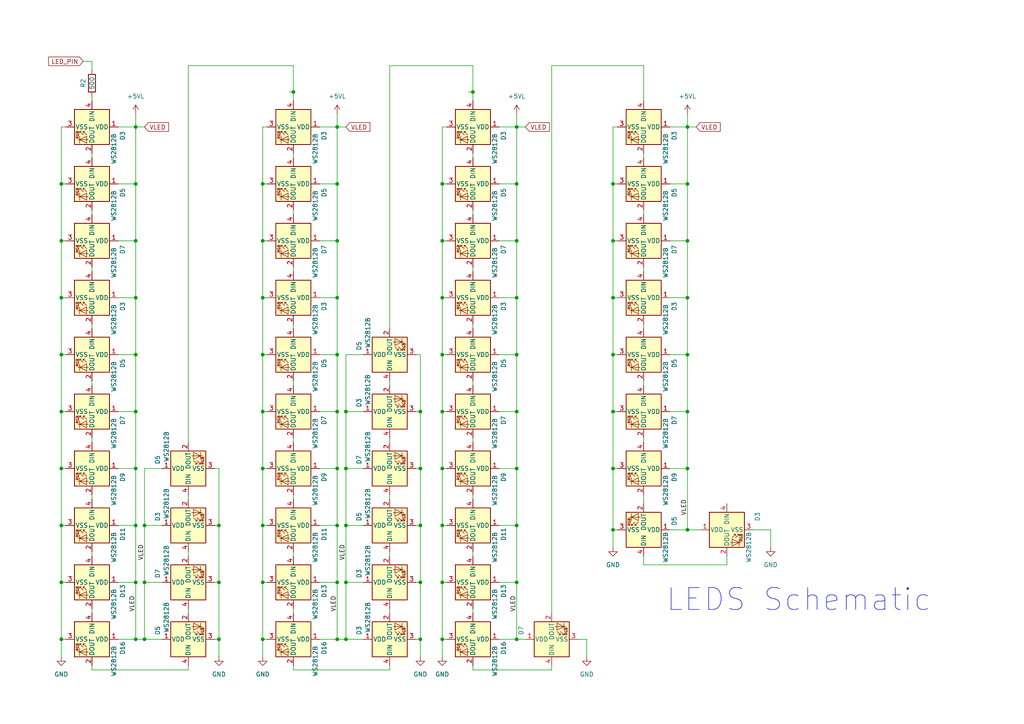
<source format=kicad_sch>
(kicad_sch (version 20230121) (generator eeschema)

  (uuid bb0bfe38-2e33-47f1-a321-ef7772c3adc3)

  (paper "A4")

  (lib_symbols
    (symbol "Device:R" (pin_numbers hide) (pin_names (offset 0)) (in_bom yes) (on_board yes)
      (property "Reference" "R" (at 2.032 0 90)
        (effects (font (size 1.27 1.27)))
      )
      (property "Value" "R" (at 0 0 90)
        (effects (font (size 1.27 1.27)))
      )
      (property "Footprint" "" (at -1.778 0 90)
        (effects (font (size 1.27 1.27)) hide)
      )
      (property "Datasheet" "~" (at 0 0 0)
        (effects (font (size 1.27 1.27)) hide)
      )
      (property "ki_keywords" "R res resistor" (at 0 0 0)
        (effects (font (size 1.27 1.27)) hide)
      )
      (property "ki_description" "Resistor" (at 0 0 0)
        (effects (font (size 1.27 1.27)) hide)
      )
      (property "ki_fp_filters" "R_*" (at 0 0 0)
        (effects (font (size 1.27 1.27)) hide)
      )
      (symbol "R_0_1"
        (rectangle (start -1.016 -2.54) (end 1.016 2.54)
          (stroke (width 0.254) (type default))
          (fill (type none))
        )
      )
      (symbol "R_1_1"
        (pin passive line (at 0 3.81 270) (length 1.27)
          (name "~" (effects (font (size 1.27 1.27))))
          (number "1" (effects (font (size 1.27 1.27))))
        )
        (pin passive line (at 0 -3.81 90) (length 1.27)
          (name "~" (effects (font (size 1.27 1.27))))
          (number "2" (effects (font (size 1.27 1.27))))
        )
      )
    )
    (symbol "LED:WS2812B" (pin_names (offset 0.254)) (in_bom yes) (on_board yes)
      (property "Reference" "D" (at 5.08 5.715 0)
        (effects (font (size 1.27 1.27)) (justify right bottom))
      )
      (property "Value" "WS2812B" (at 1.27 -5.715 0)
        (effects (font (size 1.27 1.27)) (justify left top))
      )
      (property "Footprint" "LED_SMD:LED_WS2812B_PLCC4_5.0x5.0mm_P3.2mm" (at 1.27 -7.62 0)
        (effects (font (size 1.27 1.27)) (justify left top) hide)
      )
      (property "Datasheet" "https://cdn-shop.adafruit.com/datasheets/WS2812B.pdf" (at 2.54 -9.525 0)
        (effects (font (size 1.27 1.27)) (justify left top) hide)
      )
      (property "ki_keywords" "RGB LED NeoPixel addressable" (at 0 0 0)
        (effects (font (size 1.27 1.27)) hide)
      )
      (property "ki_description" "RGB LED with integrated controller" (at 0 0 0)
        (effects (font (size 1.27 1.27)) hide)
      )
      (property "ki_fp_filters" "LED*WS2812*PLCC*5.0x5.0mm*P3.2mm*" (at 0 0 0)
        (effects (font (size 1.27 1.27)) hide)
      )
      (symbol "WS2812B_0_0"
        (text "RGB" (at 2.286 -4.191 0)
          (effects (font (size 0.762 0.762)))
        )
      )
      (symbol "WS2812B_0_1"
        (polyline
          (pts
            (xy 1.27 -3.556)
            (xy 1.778 -3.556)
          )
          (stroke (width 0) (type default))
          (fill (type none))
        )
        (polyline
          (pts
            (xy 1.27 -2.54)
            (xy 1.778 -2.54)
          )
          (stroke (width 0) (type default))
          (fill (type none))
        )
        (polyline
          (pts
            (xy 4.699 -3.556)
            (xy 2.667 -3.556)
          )
          (stroke (width 0) (type default))
          (fill (type none))
        )
        (polyline
          (pts
            (xy 2.286 -2.54)
            (xy 1.27 -3.556)
            (xy 1.27 -3.048)
          )
          (stroke (width 0) (type default))
          (fill (type none))
        )
        (polyline
          (pts
            (xy 2.286 -1.524)
            (xy 1.27 -2.54)
            (xy 1.27 -2.032)
          )
          (stroke (width 0) (type default))
          (fill (type none))
        )
        (polyline
          (pts
            (xy 3.683 -1.016)
            (xy 3.683 -3.556)
            (xy 3.683 -4.064)
          )
          (stroke (width 0) (type default))
          (fill (type none))
        )
        (polyline
          (pts
            (xy 4.699 -1.524)
            (xy 2.667 -1.524)
            (xy 3.683 -3.556)
            (xy 4.699 -1.524)
          )
          (stroke (width 0) (type default))
          (fill (type none))
        )
        (rectangle (start 5.08 5.08) (end -5.08 -5.08)
          (stroke (width 0.254) (type default))
          (fill (type background))
        )
      )
      (symbol "WS2812B_1_1"
        (pin power_in line (at 0 7.62 270) (length 2.54)
          (name "VDD" (effects (font (size 1.27 1.27))))
          (number "1" (effects (font (size 1.27 1.27))))
        )
        (pin output line (at 7.62 0 180) (length 2.54)
          (name "DOUT" (effects (font (size 1.27 1.27))))
          (number "2" (effects (font (size 1.27 1.27))))
        )
        (pin power_in line (at 0 -7.62 90) (length 2.54)
          (name "VSS" (effects (font (size 1.27 1.27))))
          (number "3" (effects (font (size 1.27 1.27))))
        )
        (pin input line (at -7.62 0 0) (length 2.54)
          (name "DIN" (effects (font (size 1.27 1.27))))
          (number "4" (effects (font (size 1.27 1.27))))
        )
      )
    )
    (symbol "power:+5VL" (power) (pin_names (offset 0)) (in_bom yes) (on_board yes)
      (property "Reference" "#PWR" (at 0 -3.81 0)
        (effects (font (size 1.27 1.27)) hide)
      )
      (property "Value" "+5VL" (at 0 3.556 0)
        (effects (font (size 1.27 1.27)))
      )
      (property "Footprint" "" (at 0 0 0)
        (effects (font (size 1.27 1.27)) hide)
      )
      (property "Datasheet" "" (at 0 0 0)
        (effects (font (size 1.27 1.27)) hide)
      )
      (property "ki_keywords" "global power" (at 0 0 0)
        (effects (font (size 1.27 1.27)) hide)
      )
      (property "ki_description" "Power symbol creates a global label with name \"+5VL\"" (at 0 0 0)
        (effects (font (size 1.27 1.27)) hide)
      )
      (symbol "+5VL_0_1"
        (polyline
          (pts
            (xy -0.762 1.27)
            (xy 0 2.54)
          )
          (stroke (width 0) (type default))
          (fill (type none))
        )
        (polyline
          (pts
            (xy 0 0)
            (xy 0 2.54)
          )
          (stroke (width 0) (type default))
          (fill (type none))
        )
        (polyline
          (pts
            (xy 0 2.54)
            (xy 0.762 1.27)
          )
          (stroke (width 0) (type default))
          (fill (type none))
        )
      )
      (symbol "+5VL_1_1"
        (pin power_in line (at 0 0 90) (length 0) hide
          (name "+5VL" (effects (font (size 1.27 1.27))))
          (number "1" (effects (font (size 1.27 1.27))))
        )
      )
    )
    (symbol "power:GND" (power) (pin_names (offset 0)) (in_bom yes) (on_board yes)
      (property "Reference" "#PWR" (at 0 -6.35 0)
        (effects (font (size 1.27 1.27)) hide)
      )
      (property "Value" "GND" (at 0 -3.81 0)
        (effects (font (size 1.27 1.27)))
      )
      (property "Footprint" "" (at 0 0 0)
        (effects (font (size 1.27 1.27)) hide)
      )
      (property "Datasheet" "" (at 0 0 0)
        (effects (font (size 1.27 1.27)) hide)
      )
      (property "ki_keywords" "global power" (at 0 0 0)
        (effects (font (size 1.27 1.27)) hide)
      )
      (property "ki_description" "Power symbol creates a global label with name \"GND\" , ground" (at 0 0 0)
        (effects (font (size 1.27 1.27)) hide)
      )
      (symbol "GND_0_1"
        (polyline
          (pts
            (xy 0 0)
            (xy 0 -1.27)
            (xy 1.27 -1.27)
            (xy 0 -2.54)
            (xy -1.27 -1.27)
            (xy 0 -1.27)
          )
          (stroke (width 0) (type default))
          (fill (type none))
        )
      )
      (symbol "GND_1_1"
        (pin power_in line (at 0 0 270) (length 0) hide
          (name "GND" (effects (font (size 1.27 1.27))))
          (number "1" (effects (font (size 1.27 1.27))))
        )
      )
    )
  )

  (junction (at 100.33 185.42) (diameter 0) (color 0 0 0 0)
    (uuid 027b04d9-eba8-4246-b23c-35204dfcd4cc)
  )
  (junction (at 17.78 168.91) (diameter 0) (color 0 0 0 0)
    (uuid 07f4a011-f9ef-499e-8c1c-5e2562de6750)
  )
  (junction (at 17.78 69.85) (diameter 0) (color 0 0 0 0)
    (uuid 0ded9554-c911-40c6-a307-c2fa52b4753b)
  )
  (junction (at 100.33 168.91) (diameter 0) (color 0 0 0 0)
    (uuid 105f609f-23ee-4522-aa11-95c26720098b)
  )
  (junction (at 97.79 168.91) (diameter 0) (color 0 0 0 0)
    (uuid 16376360-d15f-4393-ad6b-6bf41c7b045e)
  )
  (junction (at 128.27 119.38) (diameter 0) (color 0 0 0 0)
    (uuid 2030de32-0b45-4d74-bd4c-2fbb2dd41bce)
  )
  (junction (at 100.33 135.89) (diameter 0) (color 0 0 0 0)
    (uuid 2711cb1f-79c9-42df-9aef-96bd4c316144)
  )
  (junction (at 39.37 102.87) (diameter 0) (color 0 0 0 0)
    (uuid 281b915a-0497-4ca9-af40-8b3503398e7c)
  )
  (junction (at 76.2 69.85) (diameter 0) (color 0 0 0 0)
    (uuid 2ff14916-3a3f-4a32-84ff-9c1726e03188)
  )
  (junction (at 39.37 69.85) (diameter 0) (color 0 0 0 0)
    (uuid 348714a2-02ea-497e-9f07-4398a379aa4c)
  )
  (junction (at 177.8 69.85) (diameter 0) (color 0 0 0 0)
    (uuid 35555ea7-36cf-45da-994d-4e79fe95e0ac)
  )
  (junction (at 76.2 135.89) (diameter 0) (color 0 0 0 0)
    (uuid 367858a1-b128-4a38-8956-bf14794edde1)
  )
  (junction (at 199.39 119.38) (diameter 0) (color 0 0 0 0)
    (uuid 398edb95-0ce4-4c37-8dbe-358c4fa5934a)
  )
  (junction (at 128.27 135.89) (diameter 0) (color 0 0 0 0)
    (uuid 39d098bc-1809-4c5c-a7b6-6a6c8cf7c76e)
  )
  (junction (at 17.78 185.42) (diameter 0) (color 0 0 0 0)
    (uuid 3d370979-6695-46af-b760-3e294e036123)
  )
  (junction (at 17.78 86.36) (diameter 0) (color 0 0 0 0)
    (uuid 3fa8661f-367d-4327-9071-2416a7f149a8)
  )
  (junction (at 121.92 168.91) (diameter 0) (color 0 0 0 0)
    (uuid 3fef6cca-103c-4666-83fd-0ade8cc72988)
  )
  (junction (at 199.39 53.34) (diameter 0) (color 0 0 0 0)
    (uuid 40b224e8-b37f-42b2-b695-01d7cc3f682c)
  )
  (junction (at 199.39 135.89) (diameter 0) (color 0 0 0 0)
    (uuid 414a8737-e1b8-4c56-add8-24eedd72403f)
  )
  (junction (at 39.37 36.83) (diameter 0) (color 0 0 0 0)
    (uuid 44a29eca-df50-4fd6-b6e4-f5d393a52ba5)
  )
  (junction (at 128.27 69.85) (diameter 0) (color 0 0 0 0)
    (uuid 46139ee0-0556-401f-ac54-a5c8ee3dd06b)
  )
  (junction (at 177.8 53.34) (diameter 0) (color 0 0 0 0)
    (uuid 4b17ff64-e73d-4cea-b2c1-364d094691cf)
  )
  (junction (at 97.79 185.42) (diameter 0) (color 0 0 0 0)
    (uuid 4ee839b2-2d0b-4910-944c-dd8248b3efb3)
  )
  (junction (at 76.2 102.87) (diameter 0) (color 0 0 0 0)
    (uuid 561dabdb-e988-43a5-af05-8103d6fae176)
  )
  (junction (at 76.2 53.34) (diameter 0) (color 0 0 0 0)
    (uuid 56cf51e8-3a0d-4033-ab49-3c087e436ec0)
  )
  (junction (at 128.27 53.34) (diameter 0) (color 0 0 0 0)
    (uuid 6088c8fe-90dd-439b-bdec-87ffdf687e89)
  )
  (junction (at 149.86 102.87) (diameter 0) (color 0 0 0 0)
    (uuid 682d7de9-939e-4e7a-ad97-ec9839ce4ee0)
  )
  (junction (at 199.39 102.87) (diameter 0) (color 0 0 0 0)
    (uuid 68aa9b39-51de-4e6f-a173-07faf1bf6e07)
  )
  (junction (at 199.39 153.67) (diameter 0) (color 0 0 0 0)
    (uuid 68baee42-9f4a-4e38-8d7d-5dc4d5c0440b)
  )
  (junction (at 128.27 168.91) (diameter 0) (color 0 0 0 0)
    (uuid 68f0a1be-48c6-4cc2-8a23-3356f8a13ec7)
  )
  (junction (at 100.33 119.38) (diameter 0) (color 0 0 0 0)
    (uuid 6918e0dd-691b-4786-9fa3-c3e980ca89d7)
  )
  (junction (at 149.86 185.42) (diameter 0) (color 0 0 0 0)
    (uuid 6a16f71e-6a32-47f2-9f02-5ce0d147cb6f)
  )
  (junction (at 121.92 152.4) (diameter 0) (color 0 0 0 0)
    (uuid 6ba3284f-482d-4566-bd9b-5d0473b516ea)
  )
  (junction (at 76.2 152.4) (diameter 0) (color 0 0 0 0)
    (uuid 6ca271e3-ba1a-4a37-8795-9ac932e3f007)
  )
  (junction (at 121.92 185.42) (diameter 0) (color 0 0 0 0)
    (uuid 6e68bd05-3561-44ba-bce6-c7d1b0a7a368)
  )
  (junction (at 97.79 152.4) (diameter 0) (color 0 0 0 0)
    (uuid 72fb79ac-7803-469a-bece-e9d360ddff1c)
  )
  (junction (at 128.27 185.42) (diameter 0) (color 0 0 0 0)
    (uuid 7539739c-e4b6-4029-bc97-0ce173166b95)
  )
  (junction (at 199.39 69.85) (diameter 0) (color 0 0 0 0)
    (uuid 75fdd6a8-a7de-41b7-9e9e-fc403788ba96)
  )
  (junction (at 149.86 86.36) (diameter 0) (color 0 0 0 0)
    (uuid 7821cb91-98af-47a8-83fd-ef61dc0c00a3)
  )
  (junction (at 149.86 168.91) (diameter 0) (color 0 0 0 0)
    (uuid 7b00461d-545a-4c0b-ad7a-2c4371e01c7d)
  )
  (junction (at 149.86 53.34) (diameter 0) (color 0 0 0 0)
    (uuid 7ea44434-3f6e-49ec-ae00-d5bf00f7b05c)
  )
  (junction (at 97.79 102.87) (diameter 0) (color 0 0 0 0)
    (uuid 82a0bb5a-09a6-4ab6-acbc-372ea5d0a585)
  )
  (junction (at 17.78 135.89) (diameter 0) (color 0 0 0 0)
    (uuid 8479b137-6f8b-42bd-938a-aa864c954015)
  )
  (junction (at 41.91 168.91) (diameter 0) (color 0 0 0 0)
    (uuid 84c346fd-7d14-4862-a373-3d11f2f9654b)
  )
  (junction (at 41.91 185.42) (diameter 0) (color 0 0 0 0)
    (uuid 8bf75776-3b75-4975-95e0-67fa6d0e1e59)
  )
  (junction (at 17.78 53.34) (diameter 0) (color 0 0 0 0)
    (uuid 8f944848-a1f9-41d2-9b65-4a3ff821c1b0)
  )
  (junction (at 63.5 152.4) (diameter 0) (color 0 0 0 0)
    (uuid 910a1c78-0bf9-4bcb-b89c-25900ae4f987)
  )
  (junction (at 128.27 152.4) (diameter 0) (color 0 0 0 0)
    (uuid 9129246e-ae18-44ca-9d42-755dba689e9c)
  )
  (junction (at 63.5 185.42) (diameter 0) (color 0 0 0 0)
    (uuid 938a6258-4dd9-4a23-b415-31275db0b6e6)
  )
  (junction (at 177.8 86.36) (diameter 0) (color 0 0 0 0)
    (uuid 9496eb20-e3cc-4883-847b-37e36c7622cf)
  )
  (junction (at 149.86 152.4) (diameter 0) (color 0 0 0 0)
    (uuid 95e5a88f-0933-4054-84a6-cf9b450b32ed)
  )
  (junction (at 39.37 86.36) (diameter 0) (color 0 0 0 0)
    (uuid 9b109498-1f2e-48b6-bba3-81e056591dd3)
  )
  (junction (at 85.09 26.67) (diameter 0) (color 0 0 0 0)
    (uuid 9cf15b37-400a-4ba3-8dab-16c33306b422)
  )
  (junction (at 149.86 36.83) (diameter 0) (color 0 0 0 0)
    (uuid 9f61be92-cb7b-42dd-afd2-90f386925f5e)
  )
  (junction (at 199.39 36.83) (diameter 0) (color 0 0 0 0)
    (uuid a4912f40-8cad-48d2-95f4-2f8423b422b6)
  )
  (junction (at 39.37 152.4) (diameter 0) (color 0 0 0 0)
    (uuid a4dddfd6-4582-407e-a214-40006375a842)
  )
  (junction (at 97.79 53.34) (diameter 0) (color 0 0 0 0)
    (uuid a8b3f16e-f012-4608-acc8-18ec3ff7e4f2)
  )
  (junction (at 121.92 135.89) (diameter 0) (color 0 0 0 0)
    (uuid ab5d74f8-0feb-4672-90a1-f9e0cf01b940)
  )
  (junction (at 97.79 86.36) (diameter 0) (color 0 0 0 0)
    (uuid ad9d114a-58e1-4c6a-8121-c8d672422fc4)
  )
  (junction (at 63.5 168.91) (diameter 0) (color 0 0 0 0)
    (uuid afbbcb16-515d-44ee-a50b-c829b698b455)
  )
  (junction (at 177.8 153.67) (diameter 0) (color 0 0 0 0)
    (uuid b2197cc5-a362-4ef3-a468-782ece2535dc)
  )
  (junction (at 128.27 102.87) (diameter 0) (color 0 0 0 0)
    (uuid b27cafd3-152d-4c3f-b738-5237822ea70b)
  )
  (junction (at 121.92 119.38) (diameter 0) (color 0 0 0 0)
    (uuid b56cd46c-e23f-49a4-acb8-de731c268a30)
  )
  (junction (at 177.8 135.89) (diameter 0) (color 0 0 0 0)
    (uuid b616ed6f-99fe-4c20-8b3b-cc17ab7f7016)
  )
  (junction (at 97.79 69.85) (diameter 0) (color 0 0 0 0)
    (uuid b82a4bdd-ba22-43a1-bb08-36efe2ccc18d)
  )
  (junction (at 199.39 86.36) (diameter 0) (color 0 0 0 0)
    (uuid b8cccd74-4f97-4fee-9f45-da85ed60c6c7)
  )
  (junction (at 177.8 119.38) (diameter 0) (color 0 0 0 0)
    (uuid b93e9d09-f7ea-42ba-95cc-f82496f0153a)
  )
  (junction (at 76.2 185.42) (diameter 0) (color 0 0 0 0)
    (uuid c096bae5-baaf-4f06-b82c-026e2226e592)
  )
  (junction (at 17.78 152.4) (diameter 0) (color 0 0 0 0)
    (uuid c18db8af-d0f4-4e7f-af83-07524195199d)
  )
  (junction (at 39.37 135.89) (diameter 0) (color 0 0 0 0)
    (uuid c20150eb-d9e6-4327-be61-5613c626b8ea)
  )
  (junction (at 17.78 102.87) (diameter 0) (color 0 0 0 0)
    (uuid c81ee8d2-c597-4634-b84b-e546b1d9eac9)
  )
  (junction (at 97.79 135.89) (diameter 0) (color 0 0 0 0)
    (uuid ca64c841-1a75-4659-a8d1-62e67290d13d)
  )
  (junction (at 149.86 135.89) (diameter 0) (color 0 0 0 0)
    (uuid cb4d9ce8-8908-4353-8751-95e08f040253)
  )
  (junction (at 76.2 168.91) (diameter 0) (color 0 0 0 0)
    (uuid cdf3fcb1-b90e-498d-a9b3-5ab80355cb17)
  )
  (junction (at 149.86 69.85) (diameter 0) (color 0 0 0 0)
    (uuid d2c90a12-87ee-47f0-8245-096d3d3ef0f5)
  )
  (junction (at 100.33 152.4) (diameter 0) (color 0 0 0 0)
    (uuid d3063b3d-3304-48e7-b6af-9f6cd0b4f1b0)
  )
  (junction (at 76.2 119.38) (diameter 0) (color 0 0 0 0)
    (uuid d522589a-1a35-457c-a43e-3accfff0fd09)
  )
  (junction (at 17.78 119.38) (diameter 0) (color 0 0 0 0)
    (uuid d892da61-9906-48e4-ad2a-6b22d48cd59f)
  )
  (junction (at 39.37 168.91) (diameter 0) (color 0 0 0 0)
    (uuid e0326c68-10b8-49aa-a043-b5270a020522)
  )
  (junction (at 76.2 86.36) (diameter 0) (color 0 0 0 0)
    (uuid e237ca6d-197d-431b-b37f-267de1dbdd6e)
  )
  (junction (at 39.37 53.34) (diameter 0) (color 0 0 0 0)
    (uuid e2fc6f2b-9103-42c4-8c46-46ec7f621f1a)
  )
  (junction (at 128.27 86.36) (diameter 0) (color 0 0 0 0)
    (uuid e3eed8c2-6993-48fc-b70b-7b8bc3cf18d2)
  )
  (junction (at 97.79 36.83) (diameter 0) (color 0 0 0 0)
    (uuid e45379a7-4581-4e55-80f4-9ffc35c5149b)
  )
  (junction (at 177.8 102.87) (diameter 0) (color 0 0 0 0)
    (uuid e63ab451-81b6-40f2-b8b5-82c42f5b14fc)
  )
  (junction (at 149.86 119.38) (diameter 0) (color 0 0 0 0)
    (uuid ec6d8cb4-a889-4607-90e9-88fdb7bb8cff)
  )
  (junction (at 39.37 185.42) (diameter 0) (color 0 0 0 0)
    (uuid f30e4c27-a0d1-4138-8013-b516e7d1b661)
  )
  (junction (at 97.79 119.38) (diameter 0) (color 0 0 0 0)
    (uuid f35cd542-7cd0-40ec-8579-6731af37d7bb)
  )
  (junction (at 137.16 26.67) (diameter 0) (color 0 0 0 0)
    (uuid fc4429b8-bb46-4fb4-984f-39298228912e)
  )
  (junction (at 39.37 119.38) (diameter 0) (color 0 0 0 0)
    (uuid fe385566-0fda-412f-b890-39bda59c59a8)
  )
  (junction (at 41.91 152.4) (diameter 0) (color 0 0 0 0)
    (uuid ff47c9e1-6d98-437e-8fe5-aca5f605485d)
  )

  (wire (pts (xy 76.2 185.42) (xy 77.47 185.42))
    (stroke (width 0) (type default))
    (uuid 0081a598-0f8b-4513-a534-c9125e049c19)
  )
  (wire (pts (xy 199.39 53.34) (xy 199.39 69.85))
    (stroke (width 0) (type default))
    (uuid 00a72195-9713-4c70-a85e-91a8f1430f3b)
  )
  (wire (pts (xy 26.67 17.78) (xy 26.67 20.32))
    (stroke (width 0) (type default))
    (uuid 0101fa3a-6454-4b6e-86db-73aacaf32557)
  )
  (wire (pts (xy 76.2 53.34) (xy 76.2 69.85))
    (stroke (width 0) (type default))
    (uuid 03c26653-e46f-4d1c-8b26-e6fb1e52ed24)
  )
  (wire (pts (xy 121.92 152.4) (xy 120.65 152.4))
    (stroke (width 0) (type default))
    (uuid 03da63be-9831-48b5-8bd8-8a57f4d51d7b)
  )
  (wire (pts (xy 19.05 86.36) (xy 17.78 86.36))
    (stroke (width 0) (type default))
    (uuid 04058aef-b07b-49d7-b07a-b4dce9cec217)
  )
  (wire (pts (xy 149.86 102.87) (xy 149.86 119.38))
    (stroke (width 0) (type default))
    (uuid 052a4588-3a7b-452a-a4cd-feaeee55fdc0)
  )
  (wire (pts (xy 137.16 19.05) (xy 137.16 26.67))
    (stroke (width 0) (type default))
    (uuid 0667491c-5d01-40c2-b46d-cbcee9d04bf7)
  )
  (wire (pts (xy 113.03 110.49) (xy 113.03 111.76))
    (stroke (width 0) (type default))
    (uuid 0753ddbe-f151-40fb-be5d-822f597ef98f)
  )
  (wire (pts (xy 85.09 95.25) (xy 85.09 93.98))
    (stroke (width 0) (type default))
    (uuid 0ad49fd1-f451-47fd-9d06-bbc3c950e0d7)
  )
  (wire (pts (xy 177.8 53.34) (xy 177.8 69.85))
    (stroke (width 0) (type default))
    (uuid 0bd528d6-846c-40b5-8e08-0889aac0c8c4)
  )
  (wire (pts (xy 129.54 36.83) (xy 128.27 36.83))
    (stroke (width 0) (type default))
    (uuid 0bf830bf-c0f5-40c4-a664-1fd2c13cb5fb)
  )
  (wire (pts (xy 137.16 160.02) (xy 137.16 161.29))
    (stroke (width 0) (type default))
    (uuid 0cbf67b4-a25b-40bc-927f-7e2f0172c018)
  )
  (wire (pts (xy 85.09 111.76) (xy 85.09 110.49))
    (stroke (width 0) (type default))
    (uuid 0cf3d43f-541e-4a0f-94ed-8bc211ac51b9)
  )
  (wire (pts (xy 39.37 168.91) (xy 34.29 168.91))
    (stroke (width 0) (type default))
    (uuid 0df68277-ce4e-4dac-9544-4bbd616a70a8)
  )
  (wire (pts (xy 186.69 127) (xy 186.69 128.27))
    (stroke (width 0) (type default))
    (uuid 0e98fbf3-cf32-4aa5-8208-0e7bf6786c5d)
  )
  (wire (pts (xy 128.27 53.34) (xy 129.54 53.34))
    (stroke (width 0) (type default))
    (uuid 0e9e7f8b-b27c-45e6-88eb-541a786ba954)
  )
  (wire (pts (xy 177.8 119.38) (xy 177.8 135.89))
    (stroke (width 0) (type default))
    (uuid 126e195f-3dba-43b1-a28d-70e3999c4a18)
  )
  (wire (pts (xy 121.92 119.38) (xy 120.65 119.38))
    (stroke (width 0) (type default))
    (uuid 12fe7c81-c844-4e5d-a5e3-db2c30e9db27)
  )
  (wire (pts (xy 54.61 194.31) (xy 54.61 193.04))
    (stroke (width 0) (type default))
    (uuid 13982ed2-b605-428a-9f04-85fbfdb675c0)
  )
  (wire (pts (xy 160.02 19.05) (xy 160.02 177.8))
    (stroke (width 0) (type default))
    (uuid 147cc58f-e594-417a-ad91-77cbe497a257)
  )
  (wire (pts (xy 76.2 69.85) (xy 77.47 69.85))
    (stroke (width 0) (type default))
    (uuid 1602534b-ee11-4c77-8f78-362581f45ceb)
  )
  (wire (pts (xy 121.92 152.4) (xy 121.92 135.89))
    (stroke (width 0) (type default))
    (uuid 16d6fc85-b1fc-4b52-96a6-3f22c633ee27)
  )
  (wire (pts (xy 85.09 19.05) (xy 85.09 26.67))
    (stroke (width 0) (type default))
    (uuid 16e498f1-5687-4a9d-9f26-279189f4d76f)
  )
  (wire (pts (xy 17.78 185.42) (xy 17.78 190.5))
    (stroke (width 0) (type default))
    (uuid 17d515c0-131a-42f4-8687-e7b6cca9c93a)
  )
  (wire (pts (xy 201.93 36.83) (xy 199.39 36.83))
    (stroke (width 0) (type default))
    (uuid 18833c66-77f7-4109-8462-f11c18fb4f25)
  )
  (wire (pts (xy 92.71 135.89) (xy 97.79 135.89))
    (stroke (width 0) (type default))
    (uuid 19b4bc45-2bfa-49c6-ab47-8ff6fd08def0)
  )
  (wire (pts (xy 218.44 153.67) (xy 223.52 153.67))
    (stroke (width 0) (type default))
    (uuid 1a6d486d-77b2-486a-ba20-25d831aa05c4)
  )
  (wire (pts (xy 170.18 185.42) (xy 170.18 190.5))
    (stroke (width 0) (type default))
    (uuid 1ab39044-468f-48f0-8894-37ffb5ef8773)
  )
  (wire (pts (xy 199.39 33.02) (xy 199.39 36.83))
    (stroke (width 0) (type default))
    (uuid 1b9978b7-ed2b-45f3-b7f0-7a9a6838c854)
  )
  (wire (pts (xy 26.67 27.94) (xy 26.67 29.21))
    (stroke (width 0) (type default))
    (uuid 1de9d0af-2ffa-4d90-b7b3-db9b6da3f5b7)
  )
  (wire (pts (xy 62.23 185.42) (xy 63.5 185.42))
    (stroke (width 0) (type default))
    (uuid 1eae21c8-209a-447e-88cf-c1eec9f89610)
  )
  (wire (pts (xy 137.16 111.76) (xy 137.16 110.49))
    (stroke (width 0) (type default))
    (uuid 20d35948-4b9d-4e9d-adec-fc8fa67af3bb)
  )
  (wire (pts (xy 39.37 185.42) (xy 39.37 168.91))
    (stroke (width 0) (type default))
    (uuid 21830e04-6147-4eb3-a7e4-7054b2ba2341)
  )
  (wire (pts (xy 92.71 185.42) (xy 97.79 185.42))
    (stroke (width 0) (type default))
    (uuid 2328f30a-3483-4c1b-b507-4068ed6e9e1b)
  )
  (wire (pts (xy 199.39 53.34) (xy 194.31 53.34))
    (stroke (width 0) (type default))
    (uuid 234df8d1-5c00-4946-a060-d3e9a944266c)
  )
  (wire (pts (xy 17.78 69.85) (xy 17.78 86.36))
    (stroke (width 0) (type default))
    (uuid 236936fb-5e85-4c3c-b7fb-0bc9754b402b)
  )
  (wire (pts (xy 39.37 185.42) (xy 41.91 185.42))
    (stroke (width 0) (type default))
    (uuid 23fca4f4-17b9-4745-b347-cc3eea67bc97)
  )
  (wire (pts (xy 97.79 86.36) (xy 97.79 102.87))
    (stroke (width 0) (type default))
    (uuid 241f0c9a-035a-4548-a719-aa1f15b16136)
  )
  (wire (pts (xy 149.86 33.02) (xy 149.86 36.83))
    (stroke (width 0) (type default))
    (uuid 243281dc-e241-4642-9ebc-98e0ec7c8077)
  )
  (wire (pts (xy 17.78 102.87) (xy 17.78 119.38))
    (stroke (width 0) (type default))
    (uuid 247dea1d-89ed-4804-9dab-423d26872874)
  )
  (wire (pts (xy 144.78 185.42) (xy 149.86 185.42))
    (stroke (width 0) (type default))
    (uuid 251e97b9-8c95-4dd4-92c3-4587b359a885)
  )
  (wire (pts (xy 186.69 143.51) (xy 186.69 146.05))
    (stroke (width 0) (type default))
    (uuid 25f9c4a3-a006-4cd1-bb55-7f6dd59d7399)
  )
  (wire (pts (xy 26.67 95.25) (xy 26.67 93.98))
    (stroke (width 0) (type default))
    (uuid 271974ef-47fc-4a63-8563-baf72cdc6743)
  )
  (wire (pts (xy 63.5 185.42) (xy 63.5 168.91))
    (stroke (width 0) (type default))
    (uuid 277eb528-9196-41e6-855c-7e65edf4fb97)
  )
  (wire (pts (xy 76.2 168.91) (xy 76.2 185.42))
    (stroke (width 0) (type default))
    (uuid 27ccb069-8a22-451a-b286-e3d9dbcaedb3)
  )
  (wire (pts (xy 186.69 95.25) (xy 186.69 93.98))
    (stroke (width 0) (type default))
    (uuid 2868e73a-8e06-41cb-a61c-4a6587554463)
  )
  (wire (pts (xy 39.37 119.38) (xy 34.29 119.38))
    (stroke (width 0) (type default))
    (uuid 28aa0296-5f80-4ee2-a394-ce8b2cb98673)
  )
  (wire (pts (xy 26.67 193.04) (xy 26.67 194.31))
    (stroke (width 0) (type default))
    (uuid 2a8dfbf6-170e-44d2-9c1c-81689c9d67a2)
  )
  (wire (pts (xy 113.03 127) (xy 113.03 128.27))
    (stroke (width 0) (type default))
    (uuid 2aa723d8-fdb5-4dcf-92d6-631b9c102c86)
  )
  (wire (pts (xy 100.33 152.4) (xy 105.41 152.4))
    (stroke (width 0) (type default))
    (uuid 2bf418ab-0f98-402c-a54b-5c905fddc262)
  )
  (wire (pts (xy 39.37 102.87) (xy 39.37 119.38))
    (stroke (width 0) (type default))
    (uuid 2c7b4621-7e0c-4311-8f1a-0cc4b3d60848)
  )
  (wire (pts (xy 76.2 185.42) (xy 76.2 190.5))
    (stroke (width 0) (type default))
    (uuid 2ccedf53-7acd-406a-a66e-e2daa3529dfd)
  )
  (wire (pts (xy 100.33 152.4) (xy 100.33 168.91))
    (stroke (width 0) (type default))
    (uuid 2d350cfa-10b2-40d6-96ca-c3d8674ab585)
  )
  (wire (pts (xy 54.61 144.78) (xy 54.61 143.51))
    (stroke (width 0) (type default))
    (uuid 2d374f1c-bd0a-43b4-a8e7-95f5f49686d6)
  )
  (wire (pts (xy 194.31 153.67) (xy 199.39 153.67))
    (stroke (width 0) (type default))
    (uuid 2dce8b4a-c248-422d-b481-9d738ac3134d)
  )
  (wire (pts (xy 149.86 53.34) (xy 149.86 69.85))
    (stroke (width 0) (type default))
    (uuid 30cf4e3f-b111-4f49-9e1c-542775a77fe8)
  )
  (wire (pts (xy 85.09 143.51) (xy 85.09 144.78))
    (stroke (width 0) (type default))
    (uuid 31db1cc6-ca26-467c-bbbd-07b541249ad5)
  )
  (wire (pts (xy 85.09 45.72) (xy 85.09 44.45))
    (stroke (width 0) (type default))
    (uuid 33671ffb-ebe0-4d50-9a0e-43b039584b91)
  )
  (wire (pts (xy 26.67 143.51) (xy 26.67 144.78))
    (stroke (width 0) (type default))
    (uuid 33992dcb-8436-4a7e-b751-f6a355d77b47)
  )
  (wire (pts (xy 128.27 119.38) (xy 129.54 119.38))
    (stroke (width 0) (type default))
    (uuid 33fc59f4-3092-4e7f-98f9-9667e8bc7b58)
  )
  (wire (pts (xy 97.79 185.42) (xy 97.79 168.91))
    (stroke (width 0) (type default))
    (uuid 3606da5b-0693-4913-a704-c668d0bd300a)
  )
  (wire (pts (xy 39.37 86.36) (xy 39.37 102.87))
    (stroke (width 0) (type default))
    (uuid 3762e7e0-d714-46bd-a882-0b1887393904)
  )
  (wire (pts (xy 97.79 53.34) (xy 92.71 53.34))
    (stroke (width 0) (type default))
    (uuid 38214f16-f882-48d8-8232-c2199c16b05b)
  )
  (wire (pts (xy 199.39 135.89) (xy 199.39 153.67))
    (stroke (width 0) (type default))
    (uuid 385ccd4b-f81f-42b0-ba1c-0a46d239162f)
  )
  (wire (pts (xy 26.67 127) (xy 26.67 128.27))
    (stroke (width 0) (type default))
    (uuid 3a0da276-a8c4-4df6-b982-3800d23573cd)
  )
  (wire (pts (xy 46.99 135.89) (xy 41.91 135.89))
    (stroke (width 0) (type default))
    (uuid 3d1b9f33-d273-4793-a602-344606b33765)
  )
  (wire (pts (xy 199.39 119.38) (xy 194.31 119.38))
    (stroke (width 0) (type default))
    (uuid 3d1d4c98-5c91-43a1-ac55-5835411f3978)
  )
  (wire (pts (xy 137.16 95.25) (xy 137.16 93.98))
    (stroke (width 0) (type default))
    (uuid 3e64dab9-d137-41b4-a970-c43b75da9e2b)
  )
  (wire (pts (xy 113.03 19.05) (xy 137.16 19.05))
    (stroke (width 0) (type default))
    (uuid 3f3d52be-b4c8-491d-8654-bb1ef199a1af)
  )
  (wire (pts (xy 92.71 36.83) (xy 97.79 36.83))
    (stroke (width 0) (type default))
    (uuid 4065f64c-cf29-4bac-89d8-985202c8d1b5)
  )
  (wire (pts (xy 137.16 45.72) (xy 137.16 44.45))
    (stroke (width 0) (type default))
    (uuid 42641a72-0b17-4a8d-84c7-dea7d92887c1)
  )
  (wire (pts (xy 62.23 135.89) (xy 63.5 135.89))
    (stroke (width 0) (type default))
    (uuid 42d99690-f5f5-4713-b264-4b58882ac061)
  )
  (wire (pts (xy 26.67 160.02) (xy 26.67 161.29))
    (stroke (width 0) (type default))
    (uuid 430a1b01-b71c-4a8b-845e-98ac0aa9fe51)
  )
  (wire (pts (xy 54.61 176.53) (xy 54.61 177.8))
    (stroke (width 0) (type default))
    (uuid 4582faf6-9ab1-470a-a6d9-8d35e618e9fd)
  )
  (wire (pts (xy 199.39 69.85) (xy 199.39 86.36))
    (stroke (width 0) (type default))
    (uuid 467eb6fc-95b7-47c3-95c0-399651846752)
  )
  (wire (pts (xy 17.78 135.89) (xy 17.78 152.4))
    (stroke (width 0) (type default))
    (uuid 46bcc141-be47-4795-a3b5-fc30ea7bf96a)
  )
  (wire (pts (xy 85.09 26.67) (xy 85.09 29.21))
    (stroke (width 0) (type default))
    (uuid 487dc2bc-5727-45f8-b033-42280679c173)
  )
  (wire (pts (xy 128.27 168.91) (xy 129.54 168.91))
    (stroke (width 0) (type default))
    (uuid 49b43ad3-579f-45eb-9adc-a7e22e0436b5)
  )
  (wire (pts (xy 137.16 194.31) (xy 160.02 194.31))
    (stroke (width 0) (type default))
    (uuid 4aecc537-59c3-4faf-ae20-df0fa5a4ca6b)
  )
  (wire (pts (xy 152.4 36.83) (xy 149.86 36.83))
    (stroke (width 0) (type default))
    (uuid 4b0f3c33-5c12-4a3d-bf4c-894fef9d4045)
  )
  (wire (pts (xy 100.33 102.87) (xy 105.41 102.87))
    (stroke (width 0) (type default))
    (uuid 4b2ca6c5-4a09-4fbf-b1cf-e40c0bcaaec5)
  )
  (wire (pts (xy 17.78 168.91) (xy 17.78 185.42))
    (stroke (width 0) (type default))
    (uuid 4dc3536d-5ece-4e6c-903b-3eb29ad1c561)
  )
  (wire (pts (xy 199.39 36.83) (xy 199.39 53.34))
    (stroke (width 0) (type default))
    (uuid 4dd0c9a1-ab74-44a5-a456-186e27d81ffa)
  )
  (wire (pts (xy 39.37 36.83) (xy 39.37 53.34))
    (stroke (width 0) (type default))
    (uuid 4fae3a91-87bc-4deb-83eb-4384f05eca9a)
  )
  (wire (pts (xy 199.39 69.85) (xy 194.31 69.85))
    (stroke (width 0) (type default))
    (uuid 50685ae6-4808-43e8-8911-da83d4caaa6b)
  )
  (wire (pts (xy 149.86 102.87) (xy 144.78 102.87))
    (stroke (width 0) (type default))
    (uuid 50752d4a-556b-48bc-8626-117f115f0fa0)
  )
  (wire (pts (xy 19.05 135.89) (xy 17.78 135.89))
    (stroke (width 0) (type default))
    (uuid 51191ebb-9d16-44d4-b2cb-856adc1cdd2f)
  )
  (wire (pts (xy 97.79 53.34) (xy 97.79 69.85))
    (stroke (width 0) (type default))
    (uuid 513813b3-8884-4d60-8395-162c5cb5ed1c)
  )
  (wire (pts (xy 179.07 135.89) (xy 177.8 135.89))
    (stroke (width 0) (type default))
    (uuid 522e8d0a-52ae-4513-a4bd-cf49e4cce573)
  )
  (wire (pts (xy 137.16 62.23) (xy 137.16 60.96))
    (stroke (width 0) (type default))
    (uuid 5318519e-c01e-4350-b16c-73ceb20487fc)
  )
  (wire (pts (xy 120.65 102.87) (xy 121.92 102.87))
    (stroke (width 0) (type default))
    (uuid 531befa6-52ab-40f0-9e13-f3958e09bf0e)
  )
  (wire (pts (xy 97.79 185.42) (xy 100.33 185.42))
    (stroke (width 0) (type default))
    (uuid 53b1070a-a992-4b0c-bb3c-60d6f623943d)
  )
  (wire (pts (xy 128.27 135.89) (xy 128.27 152.4))
    (stroke (width 0) (type default))
    (uuid 5659f543-6acb-4bca-9cbc-feb51ea33b81)
  )
  (wire (pts (xy 54.61 19.05) (xy 85.09 19.05))
    (stroke (width 0) (type default))
    (uuid 56f36c74-6a3c-4130-ad52-bee53bc92f11)
  )
  (wire (pts (xy 177.8 102.87) (xy 177.8 119.38))
    (stroke (width 0) (type default))
    (uuid 577568e1-f38d-48c5-8a9d-c6eb6f74bd1f)
  )
  (wire (pts (xy 121.92 185.42) (xy 121.92 190.5))
    (stroke (width 0) (type default))
    (uuid 5ac34a68-e4ea-45d5-914f-32659c023c33)
  )
  (wire (pts (xy 97.79 119.38) (xy 92.71 119.38))
    (stroke (width 0) (type default))
    (uuid 5b224aa6-f334-4cf1-a83a-3af6672ceef6)
  )
  (wire (pts (xy 105.41 135.89) (xy 100.33 135.89))
    (stroke (width 0) (type default))
    (uuid 5bdf1059-7769-4a98-b2fd-40835bb9c3c5)
  )
  (wire (pts (xy 34.29 36.83) (xy 39.37 36.83))
    (stroke (width 0) (type default))
    (uuid 611dd05a-75da-468b-9a02-494f9a3c8ec9)
  )
  (wire (pts (xy 76.2 119.38) (xy 77.47 119.38))
    (stroke (width 0) (type default))
    (uuid 612c0d21-9532-43d1-b986-dd433ebca473)
  )
  (wire (pts (xy 149.86 152.4) (xy 149.86 168.91))
    (stroke (width 0) (type default))
    (uuid 61466f01-0ff6-49e9-a8d8-d22ae513f99c)
  )
  (wire (pts (xy 186.69 111.76) (xy 186.69 110.49))
    (stroke (width 0) (type default))
    (uuid 6197b408-a96f-4b06-ac1f-96dc3978d5fe)
  )
  (wire (pts (xy 199.39 153.67) (xy 203.2 153.67))
    (stroke (width 0) (type default))
    (uuid 61c6600e-4ca4-44c7-a842-544fce1d7510)
  )
  (wire (pts (xy 186.69 161.29) (xy 186.69 163.83))
    (stroke (width 0) (type default))
    (uuid 64cd91fa-e6f5-467a-9ed2-340dd002c66f)
  )
  (wire (pts (xy 128.27 36.83) (xy 128.27 53.34))
    (stroke (width 0) (type default))
    (uuid 64f5754f-e186-4d7e-9e85-41fe9d73fcb0)
  )
  (wire (pts (xy 128.27 168.91) (xy 128.27 185.42))
    (stroke (width 0) (type default))
    (uuid 657caf8b-2864-456a-9bfc-b6cc0c43a5ac)
  )
  (wire (pts (xy 85.09 62.23) (xy 85.09 60.96))
    (stroke (width 0) (type default))
    (uuid 659cb4eb-6206-43d5-8254-b1c60c89aa18)
  )
  (wire (pts (xy 149.86 119.38) (xy 149.86 135.89))
    (stroke (width 0) (type default))
    (uuid 6607f7ac-8ae4-4fbd-a9d2-214c806fa6b5)
  )
  (wire (pts (xy 77.47 36.83) (xy 76.2 36.83))
    (stroke (width 0) (type default))
    (uuid 66254a90-7a78-4928-b8f5-2d70aad5c662)
  )
  (wire (pts (xy 100.33 119.38) (xy 100.33 102.87))
    (stroke (width 0) (type default))
    (uuid 67b83d5f-86fa-4480-9339-afe818953f00)
  )
  (wire (pts (xy 179.07 86.36) (xy 177.8 86.36))
    (stroke (width 0) (type default))
    (uuid 68193ae2-8083-4dbb-8c59-860d888a57fd)
  )
  (wire (pts (xy 76.2 36.83) (xy 76.2 53.34))
    (stroke (width 0) (type default))
    (uuid 6877670f-57a9-4b90-977d-37e969e13f4e)
  )
  (wire (pts (xy 121.92 185.42) (xy 121.92 168.91))
    (stroke (width 0) (type default))
    (uuid 68f78c56-1ad8-4d60-83d8-e5eb089c9bd2)
  )
  (wire (pts (xy 129.54 152.4) (xy 128.27 152.4))
    (stroke (width 0) (type default))
    (uuid 68fe2434-49e7-4da7-b606-f204d76c7219)
  )
  (wire (pts (xy 76.2 53.34) (xy 77.47 53.34))
    (stroke (width 0) (type default))
    (uuid 69950e08-47f2-47e8-8681-23b85f5090a5)
  )
  (wire (pts (xy 113.03 194.31) (xy 113.03 193.04))
    (stroke (width 0) (type default))
    (uuid 6a24b4bb-dc63-4279-9b2b-9b803e44da43)
  )
  (wire (pts (xy 113.03 176.53) (xy 113.03 177.8))
    (stroke (width 0) (type default))
    (uuid 6c7760ac-2523-4bcd-9c24-527a8bb989a3)
  )
  (wire (pts (xy 177.8 69.85) (xy 177.8 86.36))
    (stroke (width 0) (type default))
    (uuid 6d06f7cb-b44a-445d-b065-144ef10f6cc8)
  )
  (wire (pts (xy 160.02 194.31) (xy 160.02 193.04))
    (stroke (width 0) (type default))
    (uuid 6d40740b-f266-4d4d-a7a9-680d5af21353)
  )
  (wire (pts (xy 121.92 135.89) (xy 121.92 119.38))
    (stroke (width 0) (type default))
    (uuid 6d74bf16-e05a-4c51-9ab5-eddef9a8cf06)
  )
  (wire (pts (xy 100.33 119.38) (xy 105.41 119.38))
    (stroke (width 0) (type default))
    (uuid 70ca74fd-bf23-4636-b543-fed83e314c9b)
  )
  (wire (pts (xy 17.78 102.87) (xy 19.05 102.87))
    (stroke (width 0) (type default))
    (uuid 71308be8-bf7e-45ea-a78d-9e3bc215dcd1)
  )
  (wire (pts (xy 129.54 86.36) (xy 128.27 86.36))
    (stroke (width 0) (type default))
    (uuid 71b87ff1-f3a1-47d3-87d6-b8c7333be93f)
  )
  (wire (pts (xy 128.27 69.85) (xy 128.27 86.36))
    (stroke (width 0) (type default))
    (uuid 72780ea4-515f-47a0-9404-3442e846096e)
  )
  (wire (pts (xy 63.5 168.91) (xy 62.23 168.91))
    (stroke (width 0) (type default))
    (uuid 72acf84a-ebd9-404f-934a-8fe0c378e60b)
  )
  (wire (pts (xy 39.37 152.4) (xy 39.37 168.91))
    (stroke (width 0) (type default))
    (uuid 73d7f5ab-6259-4ae8-b56a-bf99b1831fc9)
  )
  (wire (pts (xy 19.05 152.4) (xy 17.78 152.4))
    (stroke (width 0) (type default))
    (uuid 74325b3f-0975-44ee-b26d-adfaaac356e4)
  )
  (wire (pts (xy 97.79 152.4) (xy 97.79 168.91))
    (stroke (width 0) (type default))
    (uuid 747a4cb4-6cc4-4807-b52c-b1f923f1c8ec)
  )
  (wire (pts (xy 97.79 168.91) (xy 92.71 168.91))
    (stroke (width 0) (type default))
    (uuid 751f42e5-4348-420d-9ad0-c6f5b1f1b0af)
  )
  (wire (pts (xy 177.8 102.87) (xy 179.07 102.87))
    (stroke (width 0) (type default))
    (uuid 75e1ccd4-c723-4570-847e-c625ca54686a)
  )
  (wire (pts (xy 194.31 135.89) (xy 199.39 135.89))
    (stroke (width 0) (type default))
    (uuid 778953e9-fc25-4d87-b2dd-c4a9e1cca957)
  )
  (wire (pts (xy 128.27 69.85) (xy 129.54 69.85))
    (stroke (width 0) (type default))
    (uuid 77fa4d3f-bbd1-43cd-a032-cfc5cb8bc1b0)
  )
  (wire (pts (xy 149.86 69.85) (xy 149.86 86.36))
    (stroke (width 0) (type default))
    (uuid 783f7527-1080-4bd6-8092-51d91fe6e05a)
  )
  (wire (pts (xy 137.16 143.51) (xy 137.16 144.78))
    (stroke (width 0) (type default))
    (uuid 78a9583f-d5ff-4d5b-82a2-a26005f993a8)
  )
  (wire (pts (xy 85.09 160.02) (xy 85.09 161.29))
    (stroke (width 0) (type default))
    (uuid 78c601b9-18df-488d-82ab-8647170dc00a)
  )
  (wire (pts (xy 177.8 53.34) (xy 179.07 53.34))
    (stroke (width 0) (type default))
    (uuid 7b39a83f-eb9b-4857-a93c-9360ca6788a5)
  )
  (wire (pts (xy 149.86 86.36) (xy 149.86 102.87))
    (stroke (width 0) (type default))
    (uuid 7d0c97e7-3171-46f4-bc25-5c9e601f9f61)
  )
  (wire (pts (xy 160.02 19.05) (xy 186.69 19.05))
    (stroke (width 0) (type default))
    (uuid 7d5b338b-e76e-4c47-bc4a-f53a984fed4e)
  )
  (wire (pts (xy 24.13 17.78) (xy 26.67 17.78))
    (stroke (width 0) (type default))
    (uuid 7ea35c57-0cdf-42ae-8c87-2921646ec746)
  )
  (wire (pts (xy 76.2 102.87) (xy 77.47 102.87))
    (stroke (width 0) (type default))
    (uuid 800a20c6-ff7f-4d97-9023-1b3b04826d2a)
  )
  (wire (pts (xy 17.78 119.38) (xy 19.05 119.38))
    (stroke (width 0) (type default))
    (uuid 80b43136-b62f-46bf-b0b8-d6cac9d2a167)
  )
  (wire (pts (xy 17.78 168.91) (xy 19.05 168.91))
    (stroke (width 0) (type default))
    (uuid 8425ca07-1089-41ff-b5a6-00ac60f29e60)
  )
  (wire (pts (xy 177.8 69.85) (xy 179.07 69.85))
    (stroke (width 0) (type default))
    (uuid 84947600-f6bb-4e7d-9a6e-780d9ee1ceb6)
  )
  (wire (pts (xy 26.67 194.31) (xy 54.61 194.31))
    (stroke (width 0) (type default))
    (uuid 855f0a21-45b4-4d11-b945-f1d240277265)
  )
  (wire (pts (xy 85.09 193.04) (xy 85.09 194.31))
    (stroke (width 0) (type default))
    (uuid 85a7e2c8-f148-49ca-8ed1-59d38d83c909)
  )
  (wire (pts (xy 41.91 135.89) (xy 41.91 152.4))
    (stroke (width 0) (type default))
    (uuid 85bad6c9-ceec-45e7-a3e1-86a62a1366c0)
  )
  (wire (pts (xy 63.5 185.42) (xy 63.5 190.5))
    (stroke (width 0) (type default))
    (uuid 86ece680-9c7c-4805-a18a-8f8b2a2c4eab)
  )
  (wire (pts (xy 17.78 69.85) (xy 19.05 69.85))
    (stroke (width 0) (type default))
    (uuid 87450011-625d-4c9c-a67c-4f39f87deebc)
  )
  (wire (pts (xy 26.67 62.23) (xy 26.67 60.96))
    (stroke (width 0) (type default))
    (uuid 88e91c46-6a07-4f54-8c81-0f40451b5273)
  )
  (wire (pts (xy 113.03 160.02) (xy 113.03 161.29))
    (stroke (width 0) (type default))
    (uuid 88eba1f7-5a36-46ae-ad10-30e85472eaa4)
  )
  (wire (pts (xy 26.67 176.53) (xy 26.67 177.8))
    (stroke (width 0) (type default))
    (uuid 89bf2c7c-9291-426d-a816-91bf1e284067)
  )
  (wire (pts (xy 113.03 19.05) (xy 113.03 95.25))
    (stroke (width 0) (type default))
    (uuid 8c1fd2cc-9f33-4bcd-9cd2-9a84ffeaac0a)
  )
  (wire (pts (xy 97.79 69.85) (xy 92.71 69.85))
    (stroke (width 0) (type default))
    (uuid 8efcdd37-ca6a-4889-9834-1c82e5d27bde)
  )
  (wire (pts (xy 100.33 135.89) (xy 100.33 152.4))
    (stroke (width 0) (type default))
    (uuid 9026e880-f336-4f04-ba78-e8bf282c3f54)
  )
  (wire (pts (xy 85.09 127) (xy 85.09 128.27))
    (stroke (width 0) (type default))
    (uuid 925b1f52-b71e-4e30-afe8-f9c5b366f232)
  )
  (wire (pts (xy 199.39 86.36) (xy 199.39 102.87))
    (stroke (width 0) (type default))
    (uuid 926cdc7a-1a55-4a68-9ef1-3e95d0e8bb15)
  )
  (wire (pts (xy 137.16 127) (xy 137.16 128.27))
    (stroke (width 0) (type default))
    (uuid 92e17d8f-a197-4b7c-afd9-fe7e46612004)
  )
  (wire (pts (xy 85.09 77.47) (xy 85.09 78.74))
    (stroke (width 0) (type default))
    (uuid 94524bfc-a0bd-4bfe-9dc9-2bad184af4c7)
  )
  (wire (pts (xy 128.27 102.87) (xy 129.54 102.87))
    (stroke (width 0) (type default))
    (uuid 94ed23ed-d04a-4381-8016-b82e90e4a144)
  )
  (wire (pts (xy 128.27 119.38) (xy 128.27 135.89))
    (stroke (width 0) (type default))
    (uuid 958a6c63-9600-4c63-be8b-c1925e7b3c76)
  )
  (wire (pts (xy 77.47 135.89) (xy 76.2 135.89))
    (stroke (width 0) (type default))
    (uuid 96a99cab-b171-400d-b61a-9624030cae00)
  )
  (wire (pts (xy 137.16 176.53) (xy 137.16 177.8))
    (stroke (width 0) (type default))
    (uuid 96afa0f6-5512-4939-9c0a-3f17a0fc9e0b)
  )
  (wire (pts (xy 100.33 135.89) (xy 100.33 119.38))
    (stroke (width 0) (type default))
    (uuid 973ca058-fe45-43f8-b72f-8ac8e282e33e)
  )
  (wire (pts (xy 17.78 53.34) (xy 19.05 53.34))
    (stroke (width 0) (type default))
    (uuid 979967a1-94c1-442c-a09a-d5ca899279ac)
  )
  (wire (pts (xy 39.37 102.87) (xy 34.29 102.87))
    (stroke (width 0) (type default))
    (uuid 990aee11-f0a1-4719-baae-b7c899dce95f)
  )
  (wire (pts (xy 100.33 168.91) (xy 105.41 168.91))
    (stroke (width 0) (type default))
    (uuid 99aa4fe5-b92c-40e9-b162-e23433816343)
  )
  (wire (pts (xy 186.69 77.47) (xy 186.69 78.74))
    (stroke (width 0) (type default))
    (uuid 9b5a93dc-1b1e-4cb7-9f7b-6037ccae2ac1)
  )
  (wire (pts (xy 39.37 33.02) (xy 39.37 36.83))
    (stroke (width 0) (type default))
    (uuid 9b5ab01a-557f-4e9d-ac19-e52835dde334)
  )
  (wire (pts (xy 54.61 160.02) (xy 54.61 161.29))
    (stroke (width 0) (type default))
    (uuid 9ce5c740-409b-42bc-9f04-bc2c05bc5b89)
  )
  (wire (pts (xy 63.5 168.91) (xy 63.5 152.4))
    (stroke (width 0) (type default))
    (uuid 9fbb6067-9602-46b2-90c2-907b36752b38)
  )
  (wire (pts (xy 85.09 176.53) (xy 85.09 177.8))
    (stroke (width 0) (type default))
    (uuid 9fc5e266-a4f7-433d-b3ae-4145d87bc21b)
  )
  (wire (pts (xy 167.64 185.42) (xy 170.18 185.42))
    (stroke (width 0) (type default))
    (uuid 9fcfd983-166d-4fd7-97b7-10ad856ede52)
  )
  (wire (pts (xy 17.78 185.42) (xy 19.05 185.42))
    (stroke (width 0) (type default))
    (uuid a1334b2a-f2e3-4510-8ddd-7c38c8a512a6)
  )
  (wire (pts (xy 39.37 53.34) (xy 34.29 53.34))
    (stroke (width 0) (type default))
    (uuid a1683d5a-e80e-42b6-b2f1-3d0204d3f081)
  )
  (wire (pts (xy 63.5 152.4) (xy 63.5 135.89))
    (stroke (width 0) (type default))
    (uuid a1f6be74-677e-40d9-a779-52fcedc773c2)
  )
  (wire (pts (xy 149.86 185.42) (xy 152.4 185.42))
    (stroke (width 0) (type default))
    (uuid a3b44e96-0634-4480-9051-2332c71381d2)
  )
  (wire (pts (xy 199.39 102.87) (xy 199.39 119.38))
    (stroke (width 0) (type default))
    (uuid a3bcf712-aacc-4b2a-bbef-9bede0ff50e7)
  )
  (wire (pts (xy 39.37 69.85) (xy 39.37 86.36))
    (stroke (width 0) (type default))
    (uuid a41ec871-52bb-40b9-af56-652651b38640)
  )
  (wire (pts (xy 76.2 152.4) (xy 76.2 168.91))
    (stroke (width 0) (type default))
    (uuid a49735c8-9058-40d7-ad69-16d446ea6c7e)
  )
  (wire (pts (xy 19.05 36.83) (xy 17.78 36.83))
    (stroke (width 0) (type default))
    (uuid a4eaba34-ba89-4728-a053-c375e2f8084e)
  )
  (wire (pts (xy 76.2 119.38) (xy 76.2 135.89))
    (stroke (width 0) (type default))
    (uuid a5eec716-a79f-42cd-9118-2f15c13d8551)
  )
  (wire (pts (xy 128.27 102.87) (xy 128.27 119.38))
    (stroke (width 0) (type default))
    (uuid a700e9c2-fd93-4298-a1c1-0f38fff2838c)
  )
  (wire (pts (xy 113.03 144.78) (xy 113.03 143.51))
    (stroke (width 0) (type default))
    (uuid a70e2a4c-72ff-4e09-8d74-6a0b078cebee)
  )
  (wire (pts (xy 149.86 69.85) (xy 144.78 69.85))
    (stroke (width 0) (type default))
    (uuid a743fbb4-b38c-4893-b844-45ec9bae98e3)
  )
  (wire (pts (xy 177.8 36.83) (xy 177.8 53.34))
    (stroke (width 0) (type default))
    (uuid a773b653-30cc-4044-9d06-9e9139152705)
  )
  (wire (pts (xy 128.27 185.42) (xy 128.27 190.5))
    (stroke (width 0) (type default))
    (uuid a797e3de-cc93-4fa5-ac56-08a3db3d25ea)
  )
  (wire (pts (xy 121.92 168.91) (xy 120.65 168.91))
    (stroke (width 0) (type default))
    (uuid a896e461-0bc6-460e-a0b9-ec168c6cdd61)
  )
  (wire (pts (xy 76.2 102.87) (xy 76.2 119.38))
    (stroke (width 0) (type default))
    (uuid a9135034-a689-46e5-ad1b-a4d0efd905e8)
  )
  (wire (pts (xy 149.86 152.4) (xy 144.78 152.4))
    (stroke (width 0) (type default))
    (uuid aa4035d7-a15c-42b5-9d01-1a49c4f974aa)
  )
  (wire (pts (xy 92.71 86.36) (xy 97.79 86.36))
    (stroke (width 0) (type default))
    (uuid ac5f7870-630d-4f46-9a5d-7312447d6378)
  )
  (wire (pts (xy 194.31 36.83) (xy 199.39 36.83))
    (stroke (width 0) (type default))
    (uuid acaa2888-acaa-4e7c-8a13-0bb4b09df753)
  )
  (wire (pts (xy 97.79 36.83) (xy 97.79 53.34))
    (stroke (width 0) (type default))
    (uuid acacef9f-b18c-442a-94c8-bb293e9a58bb)
  )
  (wire (pts (xy 105.41 185.42) (xy 100.33 185.42))
    (stroke (width 0) (type default))
    (uuid ad2e545a-0bed-4f51-a2e5-35ae11e08c20)
  )
  (wire (pts (xy 199.39 119.38) (xy 199.39 135.89))
    (stroke (width 0) (type default))
    (uuid ad39853d-49e9-4c92-ae66-9450bd189ccb)
  )
  (wire (pts (xy 17.78 152.4) (xy 17.78 168.91))
    (stroke (width 0) (type default))
    (uuid ae00d6c8-f1e4-454d-95d4-da08aaf41e6c)
  )
  (wire (pts (xy 149.86 36.83) (xy 149.86 53.34))
    (stroke (width 0) (type default))
    (uuid af16fde3-a097-4df3-a8bc-10efee85d44f)
  )
  (wire (pts (xy 128.27 53.34) (xy 128.27 69.85))
    (stroke (width 0) (type default))
    (uuid af29fa7d-8ec0-44e8-a646-84dd535b0822)
  )
  (wire (pts (xy 177.8 153.67) (xy 179.07 153.67))
    (stroke (width 0) (type default))
    (uuid af939ade-cef5-4d27-b69a-be5b8b0e3d4e)
  )
  (wire (pts (xy 17.78 86.36) (xy 17.78 102.87))
    (stroke (width 0) (type default))
    (uuid b12be02a-2d47-46d8-8fd0-e08f6743d27d)
  )
  (wire (pts (xy 137.16 77.47) (xy 137.16 78.74))
    (stroke (width 0) (type default))
    (uuid b13a7800-37f6-4cb3-8f40-4735d6bf6ff9)
  )
  (wire (pts (xy 39.37 69.85) (xy 34.29 69.85))
    (stroke (width 0) (type default))
    (uuid b18e3f66-19d6-4eb0-9248-6b180c09b3be)
  )
  (wire (pts (xy 149.86 53.34) (xy 144.78 53.34))
    (stroke (width 0) (type default))
    (uuid b3966295-9674-4c93-8a70-620785bf47fb)
  )
  (wire (pts (xy 149.86 168.91) (xy 144.78 168.91))
    (stroke (width 0) (type default))
    (uuid b4863910-72ed-48c8-9299-9792aeb191df)
  )
  (wire (pts (xy 34.29 185.42) (xy 39.37 185.42))
    (stroke (width 0) (type default))
    (uuid b52e3824-a6a3-4681-9e84-bafc43b0dfa2)
  )
  (wire (pts (xy 135.89 26.67) (xy 137.16 26.67))
    (stroke (width 0) (type default))
    (uuid b7243d1f-0a23-4497-af66-eef9f3621f6c)
  )
  (wire (pts (xy 76.2 86.36) (xy 76.2 102.87))
    (stroke (width 0) (type default))
    (uuid ba268d08-a9d6-4776-89b7-8e38ef342735)
  )
  (wire (pts (xy 17.78 53.34) (xy 17.78 69.85))
    (stroke (width 0) (type default))
    (uuid bb94b958-314a-4ed1-9be7-9cc56ac279eb)
  )
  (wire (pts (xy 120.65 135.89) (xy 121.92 135.89))
    (stroke (width 0) (type default))
    (uuid bc53029f-9d03-4489-90fc-743d781ae515)
  )
  (wire (pts (xy 186.69 163.83) (xy 210.82 163.83))
    (stroke (width 0) (type default))
    (uuid bd007f88-a8ec-442e-84e5-9c334fc675b0)
  )
  (wire (pts (xy 144.78 36.83) (xy 149.86 36.83))
    (stroke (width 0) (type default))
    (uuid bda7bc12-55d2-4b1c-93cf-749279f338e5)
  )
  (wire (pts (xy 149.86 135.89) (xy 149.86 152.4))
    (stroke (width 0) (type default))
    (uuid bf66a30a-846d-4a46-93b4-7136db6419ec)
  )
  (wire (pts (xy 186.69 45.72) (xy 186.69 44.45))
    (stroke (width 0) (type default))
    (uuid c0ad65f2-a0c7-4b9f-875a-483f8c4c9c73)
  )
  (wire (pts (xy 121.92 168.91) (xy 121.92 152.4))
    (stroke (width 0) (type default))
    (uuid c16db1e8-4baa-4258-885e-ca8da2c49893)
  )
  (wire (pts (xy 177.8 135.89) (xy 177.8 153.67))
    (stroke (width 0) (type default))
    (uuid c23f6252-6d75-4e4e-9c01-33cd974d0d46)
  )
  (wire (pts (xy 97.79 102.87) (xy 97.79 119.38))
    (stroke (width 0) (type default))
    (uuid c29713f5-bad4-4154-a44f-c19fc304516b)
  )
  (wire (pts (xy 149.86 119.38) (xy 144.78 119.38))
    (stroke (width 0) (type default))
    (uuid c50534bc-d07f-4b58-9c62-5c3124424e6d)
  )
  (wire (pts (xy 41.91 152.4) (xy 46.99 152.4))
    (stroke (width 0) (type default))
    (uuid c5f3f319-4c3f-47bb-83c4-0f6cdb8a053b)
  )
  (wire (pts (xy 97.79 33.02) (xy 97.79 36.83))
    (stroke (width 0) (type default))
    (uuid c7065187-ad05-49a4-8d8e-326f10c7cf10)
  )
  (wire (pts (xy 34.29 135.89) (xy 39.37 135.89))
    (stroke (width 0) (type default))
    (uuid c7434ec6-23a8-4491-9a47-884cfbc49225)
  )
  (wire (pts (xy 129.54 135.89) (xy 128.27 135.89))
    (stroke (width 0) (type default))
    (uuid c88a5896-13a9-4ec4-a2e3-dbb0e342b0a2)
  )
  (wire (pts (xy 26.67 111.76) (xy 26.67 110.49))
    (stroke (width 0) (type default))
    (uuid c92a2c8f-bd2f-484f-8872-13f77045e35a)
  )
  (wire (pts (xy 97.79 119.38) (xy 97.79 135.89))
    (stroke (width 0) (type default))
    (uuid c97e2df2-43d2-47bc-9af1-768bf4ab7d25)
  )
  (wire (pts (xy 39.37 119.38) (xy 39.37 135.89))
    (stroke (width 0) (type default))
    (uuid cb914895-9ee8-44fb-a71a-7ae347e5c5d4)
  )
  (wire (pts (xy 128.27 152.4) (xy 128.27 168.91))
    (stroke (width 0) (type default))
    (uuid cc01073f-099b-45af-b343-a0ba170b4ce7)
  )
  (wire (pts (xy 41.91 152.4) (xy 41.91 168.91))
    (stroke (width 0) (type default))
    (uuid cd1562e9-0a19-4e79-904b-45ee477e64d7)
  )
  (wire (pts (xy 76.2 69.85) (xy 76.2 86.36))
    (stroke (width 0) (type default))
    (uuid cd33f0a6-697f-4452-80b3-c52aefffc1f1)
  )
  (wire (pts (xy 144.78 86.36) (xy 149.86 86.36))
    (stroke (width 0) (type default))
    (uuid cd8aa29b-5331-4e63-b504-2cdb5e487bff)
  )
  (wire (pts (xy 149.86 185.42) (xy 149.86 168.91))
    (stroke (width 0) (type default))
    (uuid cef43a8e-8c69-4ac1-94c9-45726f6e9a8e)
  )
  (wire (pts (xy 26.67 45.72) (xy 26.67 44.45))
    (stroke (width 0) (type default))
    (uuid cf218701-46da-4278-831c-4041f0e00b5b)
  )
  (wire (pts (xy 194.31 86.36) (xy 199.39 86.36))
    (stroke (width 0) (type default))
    (uuid cf9f9720-44f0-4e1a-a0c6-dfe108c06c24)
  )
  (wire (pts (xy 100.33 185.42) (xy 100.33 168.91))
    (stroke (width 0) (type default))
    (uuid d2862885-743c-4a20-a5c1-26ed05fea242)
  )
  (wire (pts (xy 210.82 163.83) (xy 210.82 161.29))
    (stroke (width 0) (type default))
    (uuid d41e7ca5-1ba9-4134-9ef8-6751fd5234b3)
  )
  (wire (pts (xy 128.27 86.36) (xy 128.27 102.87))
    (stroke (width 0) (type default))
    (uuid d4e49f3d-6c88-478a-bbbd-fc35e8dcf41c)
  )
  (wire (pts (xy 34.29 86.36) (xy 39.37 86.36))
    (stroke (width 0) (type default))
    (uuid d50c35f2-fec1-4877-aabc-e0cb13485f1b)
  )
  (wire (pts (xy 26.67 77.47) (xy 26.67 78.74))
    (stroke (width 0) (type default))
    (uuid d5608d40-cc87-4832-83b7-998296807cb3)
  )
  (wire (pts (xy 39.37 152.4) (xy 34.29 152.4))
    (stroke (width 0) (type default))
    (uuid d58d6bc4-e888-48cb-8187-d9594ddbbea9)
  )
  (wire (pts (xy 41.91 168.91) (xy 46.99 168.91))
    (stroke (width 0) (type default))
    (uuid d6ab53b6-3cfa-48f9-b16a-604e72e6cca0)
  )
  (wire (pts (xy 17.78 36.83) (xy 17.78 53.34))
    (stroke (width 0) (type default))
    (uuid d9382a14-5739-496d-a710-c54181d5497d)
  )
  (wire (pts (xy 97.79 102.87) (xy 92.71 102.87))
    (stroke (width 0) (type default))
    (uuid d95ee9ea-2abb-44bc-b55a-6d60b532af6a)
  )
  (wire (pts (xy 128.27 185.42) (xy 129.54 185.42))
    (stroke (width 0) (type default))
    (uuid da868015-a404-41c3-adbf-c3ee4ed98caf)
  )
  (wire (pts (xy 76.2 135.89) (xy 76.2 152.4))
    (stroke (width 0) (type default))
    (uuid daeec6b8-81a2-49f4-b779-f0b8eaab42db)
  )
  (wire (pts (xy 186.69 19.05) (xy 186.69 29.21))
    (stroke (width 0) (type default))
    (uuid dc2e522a-23d1-4a2c-8fcc-d83b1131e173)
  )
  (wire (pts (xy 85.09 194.31) (xy 113.03 194.31))
    (stroke (width 0) (type default))
    (uuid deb370fe-79e7-4a46-82f8-2a36e967ec5a)
  )
  (wire (pts (xy 177.8 119.38) (xy 179.07 119.38))
    (stroke (width 0) (type default))
    (uuid e0af1aab-0675-4ebc-9242-aee5e746ae10)
  )
  (wire (pts (xy 39.37 53.34) (xy 39.37 69.85))
    (stroke (width 0) (type default))
    (uuid e2b943ac-94c1-49d4-9e91-5d9612ff8ee5)
  )
  (wire (pts (xy 39.37 135.89) (xy 39.37 152.4))
    (stroke (width 0) (type default))
    (uuid e430319c-0cdb-4c5d-9f8d-3b286da56c7b)
  )
  (wire (pts (xy 54.61 19.05) (xy 54.61 128.27))
    (stroke (width 0) (type default))
    (uuid e4ab80c3-0037-4904-abe2-1af5e2a8cc73)
  )
  (wire (pts (xy 120.65 185.42) (xy 121.92 185.42))
    (stroke (width 0) (type default))
    (uuid e616a9bd-481f-40d5-92a0-4147bedf5402)
  )
  (wire (pts (xy 41.91 36.83) (xy 39.37 36.83))
    (stroke (width 0) (type default))
    (uuid e642474b-956c-466e-9f9d-dab96ced599f)
  )
  (wire (pts (xy 177.8 86.36) (xy 177.8 102.87))
    (stroke (width 0) (type default))
    (uuid e6a2f991-70e7-41f0-a9a8-801f9bd07dc7)
  )
  (wire (pts (xy 177.8 158.75) (xy 177.8 153.67))
    (stroke (width 0) (type default))
    (uuid e7f1d137-c981-4823-808f-925bd793b641)
  )
  (wire (pts (xy 97.79 69.85) (xy 97.79 86.36))
    (stroke (width 0) (type default))
    (uuid e80df056-65dd-4b24-9c2d-3dbe0ee182bb)
  )
  (wire (pts (xy 97.79 135.89) (xy 97.79 152.4))
    (stroke (width 0) (type default))
    (uuid e88b11c7-68ed-443d-b29a-92e472043cc5)
  )
  (wire (pts (xy 179.07 36.83) (xy 177.8 36.83))
    (stroke (width 0) (type default))
    (uuid e8f91ead-d968-49f2-98d9-c112ec4f308d)
  )
  (wire (pts (xy 97.79 152.4) (xy 92.71 152.4))
    (stroke (width 0) (type default))
    (uuid ea3eb182-3a63-4036-a1d5-a973eb357b6c)
  )
  (wire (pts (xy 223.52 153.67) (xy 223.52 158.75))
    (stroke (width 0) (type default))
    (uuid eaf904e1-ae30-4d67-b5a0-33e93d840694)
  )
  (wire (pts (xy 63.5 152.4) (xy 62.23 152.4))
    (stroke (width 0) (type default))
    (uuid ecebbc00-9943-4d3a-b5de-4448889da437)
  )
  (wire (pts (xy 137.16 26.67) (xy 137.16 29.21))
    (stroke (width 0) (type default))
    (uuid ee74c35f-7705-4ed6-919a-19ba426468c8)
  )
  (wire (pts (xy 77.47 152.4) (xy 76.2 152.4))
    (stroke (width 0) (type default))
    (uuid ef38c9b2-91ff-48b7-b0c3-5c66412e7932)
  )
  (wire (pts (xy 199.39 102.87) (xy 194.31 102.87))
    (stroke (width 0) (type default))
    (uuid ef93c9cd-38b3-49ad-a609-42444674ef71)
  )
  (wire (pts (xy 100.33 36.83) (xy 97.79 36.83))
    (stroke (width 0) (type default))
    (uuid f0963149-9f88-48e3-af9d-4d96058352fb)
  )
  (wire (pts (xy 76.2 168.91) (xy 77.47 168.91))
    (stroke (width 0) (type default))
    (uuid f1d172c0-03dc-45bc-9107-03b1f50bb191)
  )
  (wire (pts (xy 137.16 193.04) (xy 137.16 194.31))
    (stroke (width 0) (type default))
    (uuid f1fbef80-7901-4592-b481-d5915c5a90db)
  )
  (wire (pts (xy 186.69 62.23) (xy 186.69 60.96))
    (stroke (width 0) (type default))
    (uuid f2c8e4ef-e71b-4b31-acf2-540eb2949249)
  )
  (wire (pts (xy 77.47 86.36) (xy 76.2 86.36))
    (stroke (width 0) (type default))
    (uuid f301711e-5738-4aad-af42-9ec865332348)
  )
  (wire (pts (xy 17.78 119.38) (xy 17.78 135.89))
    (stroke (width 0) (type default))
    (uuid f321da56-fb59-4908-9816-45fb011a4e82)
  )
  (wire (pts (xy 46.99 185.42) (xy 41.91 185.42))
    (stroke (width 0) (type default))
    (uuid f3485222-6aea-4b51-9939-f98c895ffeda)
  )
  (wire (pts (xy 144.78 135.89) (xy 149.86 135.89))
    (stroke (width 0) (type default))
    (uuid f60fc8b1-e111-4097-b785-f74bf893addc)
  )
  (wire (pts (xy 41.91 185.42) (xy 41.91 168.91))
    (stroke (width 0) (type default))
    (uuid f725d805-33fd-483e-8d6f-5035de2bf3ff)
  )
  (wire (pts (xy 121.92 102.87) (xy 121.92 119.38))
    (stroke (width 0) (type default))
    (uuid fc49780a-8c08-4de7-9c1b-52fdc62e434f)
  )
  (wire (pts (xy 83.82 26.67) (xy 85.09 26.67))
    (stroke (width 0) (type default))
    (uuid fc847b0f-e764-4068-9589-9a084b6a37a0)
  )

  (text "LEDS Schematic" (at 193.04 177.8 0)
    (effects (font (size 6.35 6.35)) (justify left bottom))
    (uuid 4e064148-abac-4e82-a3ff-06b76151885a)
  )

  (label "VLED" (at 39.37 172.72 270) (fields_autoplaced)
    (effects (font (size 1.27 1.27)) (justify right bottom))
    (uuid 5111526e-fa86-4d11-92ed-7e77d3aa2a4d)
  )
  (label "VLED" (at 100.33 162.56 90) (fields_autoplaced)
    (effects (font (size 1.27 1.27)) (justify left bottom))
    (uuid 65da3521-08a9-4126-b9f7-701d113d4677)
  )
  (label "VLED" (at 149.86 172.72 270) (fields_autoplaced)
    (effects (font (size 1.27 1.27)) (justify right bottom))
    (uuid 848559fc-04e7-4d10-91e5-6c4488b97573)
  )
  (label "VLED" (at 97.79 172.72 270) (fields_autoplaced)
    (effects (font (size 1.27 1.27)) (justify right bottom))
    (uuid 96e54272-406f-4537-a608-caae83b9b31f)
  )
  (label "VLED" (at 41.91 162.56 90) (fields_autoplaced)
    (effects (font (size 1.27 1.27)) (justify left bottom))
    (uuid d381f151-b603-4f15-bbcc-8c07963b835b)
  )
  (label "VLED" (at 199.39 144.78 270) (fields_autoplaced)
    (effects (font (size 1.27 1.27)) (justify right bottom))
    (uuid e7434aae-8f1e-406a-a5a3-b105e08ace7a)
  )

  (global_label "VLED" (shape input) (at 201.93 36.83 0) (fields_autoplaced)
    (effects (font (size 1.27 1.27)) (justify left))
    (uuid 29ab28ca-0d78-4a47-b893-5c2da1ef60f1)
    (property "Intersheetrefs" "${INTERSHEET_REFS}" (at 209.4509 36.83 0)
      (effects (font (size 1.27 1.27)) (justify left) hide)
    )
  )
  (global_label "VLED" (shape input) (at 152.4 36.83 0) (fields_autoplaced)
    (effects (font (size 1.27 1.27)) (justify left))
    (uuid 68f28bc7-0445-4b62-92f1-534a62dcf7bc)
    (property "Intersheetrefs" "${INTERSHEET_REFS}" (at 159.9209 36.83 0)
      (effects (font (size 1.27 1.27)) (justify left) hide)
    )
  )
  (global_label "LED_PIN" (shape input) (at 24.13 17.78 180) (fields_autoplaced)
    (effects (font (size 1.27 1.27)) (justify right))
    (uuid a09d24f2-bab6-4b10-9b3d-4e8c9419b285)
    (property "Intersheetrefs" "${INTERSHEET_REFS}" (at 13.5248 17.78 0)
      (effects (font (size 1.27 1.27)) (justify right) hide)
    )
  )
  (global_label "VLED" (shape input) (at 100.33 36.83 0) (fields_autoplaced)
    (effects (font (size 1.27 1.27)) (justify left))
    (uuid c2d81a69-3830-4015-9986-acdc280dc448)
    (property "Intersheetrefs" "${INTERSHEET_REFS}" (at 107.8509 36.83 0)
      (effects (font (size 1.27 1.27)) (justify left) hide)
    )
  )
  (global_label "VLED" (shape input) (at 41.91 36.83 0) (fields_autoplaced)
    (effects (font (size 1.27 1.27)) (justify left))
    (uuid c66efa49-d191-4a8c-82d4-c7f2cf372e24)
    (property "Intersheetrefs" "${INTERSHEET_REFS}" (at 49.4309 36.83 0)
      (effects (font (size 1.27 1.27)) (justify left) hide)
    )
  )

  (symbol (lib_id "LED:WS2812B") (at 85.09 168.91 270) (unit 1)
    (in_bom yes) (on_board yes) (dnp no)
    (uuid 04ba1ab8-16e1-4b3f-9fc2-07ff0f3ea640)
    (property "Reference" "D13" (at 93.98 171.45 0)
      (effects (font (size 1.27 1.27)))
    )
    (property "Value" "WS2812B" (at 91.44 175.26 0)
      (effects (font (size 1.27 1.27)))
    )
    (property "Footprint" "LED_SMD:LED_WS2812B_PLCC4_5.0x5.0mm_P3.2mm" (at 77.47 170.18 0)
      (effects (font (size 1.27 1.27)) (justify left top) hide)
    )
    (property "Datasheet" "https://www.aliexpress.us/item/2255801159561004.html?spm=a2g0o.ppclist.product.2.30bfKwflKwflRx&pdp_npi=2%40dis%21USD%21%241.38%21%240.98%21%21%21%21%21%402103146c16873547621273886efcbf%2110000015757518615%21btf&_t=pvid%3A4bc5a975-9ddb-4fc8-b332-dc41c34648df&afTraceInfo=4001345875756__pc__pcBridgePPC__xxxxxx__1687354762&gatewayAdapt=glo2usa4itemAdapt" (at 75.565 171.45 0)
      (effects (font (size 1.27 1.27)) (justify left top) hide)
    )
    (pin "1" (uuid a0dd392e-6388-4241-94e1-7bf43f9e32b6))
    (pin "2" (uuid 47d9761e-caa6-4474-bc09-022962dfa503))
    (pin "3" (uuid 87996465-c7d9-424b-aad7-ec4151b14a6e))
    (pin "4" (uuid 50844c67-2ec7-4ff7-94b5-b4ec6213b362))
    (instances
      (project "bsidesPR"
        (path "/0340a24f-5850-4fec-aca5-256cf4f57dad"
          (reference "D13") (unit 1)
        )
        (path "/0340a24f-5850-4fec-aca5-256cf4f57dad/1ce845e3-fac5-4741-b3c7-07bfce5f6337"
          (reference "D23") (unit 1)
        )
      )
      (project "BadgetasticII"
        (path "/41e6c0f8-3a34-4999-8b84-32d56304f1b8"
          (reference "D6") (unit 1)
        )
      )
    )
  )

  (symbol (lib_id "power:+5VL") (at 39.37 33.02 0) (unit 1)
    (in_bom yes) (on_board yes) (dnp no) (fields_autoplaced)
    (uuid 05083eb3-0b5d-4999-9dd9-785d3dc0158f)
    (property "Reference" "#PWR011" (at 39.37 36.83 0)
      (effects (font (size 1.27 1.27)) hide)
    )
    (property "Value" "+5VL" (at 39.37 27.94 0)
      (effects (font (size 1.27 1.27)))
    )
    (property "Footprint" "" (at 39.37 33.02 0)
      (effects (font (size 1.27 1.27)) hide)
    )
    (property "Datasheet" "" (at 39.37 33.02 0)
      (effects (font (size 1.27 1.27)) hide)
    )
    (pin "1" (uuid 18d2f518-a355-4d77-a6c8-b4944f1fc621))
    (instances
      (project "bsidesPR"
        (path "/0340a24f-5850-4fec-aca5-256cf4f57dad"
          (reference "#PWR011") (unit 1)
        )
        (path "/0340a24f-5850-4fec-aca5-256cf4f57dad/1ce845e3-fac5-4741-b3c7-07bfce5f6337"
          (reference "#PWR03") (unit 1)
        )
      )
      (project "BadgetasticII"
        (path "/41e6c0f8-3a34-4999-8b84-32d56304f1b8"
          (reference "#PWR0111") (unit 1)
        )
      )
    )
  )

  (symbol (lib_id "LED:WS2812B") (at 26.67 53.34 270) (unit 1)
    (in_bom yes) (on_board yes) (dnp no)
    (uuid 11253b3f-b8f8-47a4-ab2f-3f3c063d28f3)
    (property "Reference" "D5" (at 35.56 55.88 0)
      (effects (font (size 1.27 1.27)))
    )
    (property "Value" "WS2812B" (at 33.02 59.69 0)
      (effects (font (size 1.27 1.27)))
    )
    (property "Footprint" "LED_SMD:LED_WS2812B_PLCC4_5.0x5.0mm_P3.2mm" (at 19.05 54.61 0)
      (effects (font (size 1.27 1.27)) (justify left top) hide)
    )
    (property "Datasheet" "https://www.aliexpress.us/item/2255801159561004.html?spm=a2g0o.ppclist.product.2.30bfKwflKwflRx&pdp_npi=2%40dis%21USD%21%241.38%21%240.98%21%21%21%21%21%402103146c16873547621273886efcbf%2110000015757518615%21btf&_t=pvid%3A4bc5a975-9ddb-4fc8-b332-dc41c34648df&afTraceInfo=4001345875756__pc__pcBridgePPC__xxxxxx__1687354762&gatewayAdapt=glo2usa4itemAdapt" (at 17.145 55.88 0)
      (effects (font (size 1.27 1.27)) (justify left top) hide)
    )
    (pin "1" (uuid de969c30-6b1e-4d82-ad9b-40e5da0e252d))
    (pin "2" (uuid efa21382-f2b0-4781-b8c5-d2bbd81fa8af))
    (pin "3" (uuid b452ee02-6b24-457c-967a-77a47879716d))
    (pin "4" (uuid 2a85433c-a86e-4f1a-bf0b-f30f2f12a487))
    (instances
      (project "bsidesPR"
        (path "/0340a24f-5850-4fec-aca5-256cf4f57dad"
          (reference "D5") (unit 1)
        )
        (path "/0340a24f-5850-4fec-aca5-256cf4f57dad/1ce845e3-fac5-4741-b3c7-07bfce5f6337"
          (reference "D2") (unit 1)
        )
      )
      (project "BadgetasticII"
        (path "/41e6c0f8-3a34-4999-8b84-32d56304f1b8"
          (reference "D2") (unit 1)
        )
      )
    )
  )

  (symbol (lib_id "power:GND") (at 170.18 190.5 0) (unit 1)
    (in_bom yes) (on_board yes) (dnp no) (fields_autoplaced)
    (uuid 1596a406-b9a8-455d-9566-a1ebfcfa2f4a)
    (property "Reference" "#PWR012" (at 170.18 196.85 0)
      (effects (font (size 1.27 1.27)) hide)
    )
    (property "Value" "GND" (at 170.18 195.58 0)
      (effects (font (size 1.27 1.27)))
    )
    (property "Footprint" "" (at 170.18 190.5 0)
      (effects (font (size 1.27 1.27)) hide)
    )
    (property "Datasheet" "" (at 170.18 190.5 0)
      (effects (font (size 1.27 1.27)) hide)
    )
    (pin "1" (uuid 09e21635-04e5-4229-a856-7ab711209175))
    (instances
      (project "bsidesPR"
        (path "/0340a24f-5850-4fec-aca5-256cf4f57dad"
          (reference "#PWR012") (unit 1)
        )
        (path "/0340a24f-5850-4fec-aca5-256cf4f57dad/1ce845e3-fac5-4741-b3c7-07bfce5f6337"
          (reference "#PWR017") (unit 1)
        )
      )
      (project "BadgetasticII"
        (path "/41e6c0f8-3a34-4999-8b84-32d56304f1b8"
          (reference "#PWR0102") (unit 1)
        )
      )
    )
  )

  (symbol (lib_id "LED:WS2812B") (at 186.69 102.87 270) (unit 1)
    (in_bom yes) (on_board yes) (dnp no)
    (uuid 17180545-4ac3-4047-8951-5c5ab1b9ff47)
    (property "Reference" "D5" (at 195.58 105.41 0)
      (effects (font (size 1.27 1.27)))
    )
    (property "Value" "WS2812B" (at 193.04 109.22 0)
      (effects (font (size 1.27 1.27)))
    )
    (property "Footprint" "LED_SMD:LED_WS2812B_PLCC4_5.0x5.0mm_P3.2mm" (at 179.07 104.14 0)
      (effects (font (size 1.27 1.27)) (justify left top) hide)
    )
    (property "Datasheet" "https://www.aliexpress.us/item/2255801159561004.html?spm=a2g0o.ppclist.product.2.30bfKwflKwflRx&pdp_npi=2%40dis%21USD%21%241.38%21%240.98%21%21%21%21%21%402103146c16873547621273886efcbf%2110000015757518615%21btf&_t=pvid%3A4bc5a975-9ddb-4fc8-b332-dc41c34648df&afTraceInfo=4001345875756__pc__pcBridgePPC__xxxxxx__1687354762&gatewayAdapt=glo2usa4itemAdapt" (at 177.165 105.41 0)
      (effects (font (size 1.27 1.27)) (justify left top) hide)
    )
    (pin "1" (uuid 1b7ae6d2-0e8d-4edd-8737-e07dd159a930))
    (pin "2" (uuid d5101e85-b1b3-4573-9836-b7cfc2a62a4e))
    (pin "3" (uuid 76e6d231-0348-40f7-8e00-f02eff7fc31a))
    (pin "4" (uuid 0100884f-048d-4e7a-b3f7-2264ea910281))
    (instances
      (project "bsidesPR"
        (path "/0340a24f-5850-4fec-aca5-256cf4f57dad"
          (reference "D5") (unit 1)
        )
        (path "/0340a24f-5850-4fec-aca5-256cf4f57dad/1ce845e3-fac5-4741-b3c7-07bfce5f6337"
          (reference "D46") (unit 1)
        )
      )
      (project "BadgetasticII"
        (path "/41e6c0f8-3a34-4999-8b84-32d56304f1b8"
          (reference "D2") (unit 1)
        )
      )
    )
  )

  (symbol (lib_id "LED:WS2812B") (at 137.16 185.42 270) (unit 1)
    (in_bom yes) (on_board yes) (dnp no)
    (uuid 19374da3-a02d-43ba-afd4-b22b48bd9eb5)
    (property "Reference" "D16" (at 146.05 187.96 0)
      (effects (font (size 1.27 1.27)))
    )
    (property "Value" "WS2812B" (at 143.51 191.77 0)
      (effects (font (size 1.27 1.27)))
    )
    (property "Footprint" "LED_SMD:LED_WS2812B_PLCC4_5.0x5.0mm_P3.2mm" (at 129.54 186.69 0)
      (effects (font (size 1.27 1.27)) (justify left top) hide)
    )
    (property "Datasheet" "https://www.aliexpress.us/item/2255801159561004.html?spm=a2g0o.ppclist.product.2.30bfKwflKwflRx&pdp_npi=2%40dis%21USD%21%241.38%21%240.98%21%21%21%21%21%402103146c16873547621273886efcbf%2110000015757518615%21btf&_t=pvid%3A4bc5a975-9ddb-4fc8-b332-dc41c34648df&afTraceInfo=4001345875756__pc__pcBridgePPC__xxxxxx__1687354762&gatewayAdapt=glo2usa4itemAdapt" (at 127.635 187.96 0)
      (effects (font (size 1.27 1.27)) (justify left top) hide)
    )
    (pin "1" (uuid 73fd2dd1-a179-42ba-85ba-9e62a4bee0b0))
    (pin "2" (uuid 74eafa75-d392-4a6a-9d98-1d973abc6fde))
    (pin "3" (uuid cb7f35c2-be62-4f39-80d4-ea3f26e5015c))
    (pin "4" (uuid 91b9cee8-b7fd-4158-9f7d-4ed393ee5e4a))
    (instances
      (project "bsidesPR"
        (path "/0340a24f-5850-4fec-aca5-256cf4f57dad"
          (reference "D16") (unit 1)
        )
        (path "/0340a24f-5850-4fec-aca5-256cf4f57dad/1ce845e3-fac5-4741-b3c7-07bfce5f6337"
          (reference "D40") (unit 1)
        )
      )
      (project "BadgetasticII"
        (path "/41e6c0f8-3a34-4999-8b84-32d56304f1b8"
          (reference "D7") (unit 1)
        )
      )
    )
  )

  (symbol (lib_id "LED:WS2812B") (at 186.69 86.36 270) (unit 1)
    (in_bom yes) (on_board yes) (dnp no)
    (uuid 1c4cde68-e923-4c73-acbd-a7427e327838)
    (property "Reference" "D3" (at 195.58 88.9 0)
      (effects (font (size 1.27 1.27)))
    )
    (property "Value" "WS2812B" (at 193.04 92.71 0)
      (effects (font (size 1.27 1.27)))
    )
    (property "Footprint" "LED_SMD:LED_WS2812B_PLCC4_5.0x5.0mm_P3.2mm" (at 179.07 87.63 0)
      (effects (font (size 1.27 1.27)) (justify left top) hide)
    )
    (property "Datasheet" "https://www.aliexpress.us/item/2255801159561004.html?spm=a2g0o.ppclist.product.2.30bfKwflKwflRx&pdp_npi=2%40dis%21USD%21%241.38%21%240.98%21%21%21%21%21%402103146c16873547621273886efcbf%2110000015757518615%21btf&_t=pvid%3A4bc5a975-9ddb-4fc8-b332-dc41c34648df&afTraceInfo=4001345875756__pc__pcBridgePPC__xxxxxx__1687354762&gatewayAdapt=glo2usa4itemAdapt" (at 177.165 88.9 0)
      (effects (font (size 1.27 1.27)) (justify left top) hide)
    )
    (pin "1" (uuid 113eaeed-8c10-4da1-aca0-655502ddd366))
    (pin "2" (uuid f26d6a7c-8720-474e-b0dd-e3698e0f329b))
    (pin "3" (uuid bc06968d-2e75-4a8f-a67a-2a7dbf49375d))
    (pin "4" (uuid 29ae67f4-4939-45f6-88ed-8910e5d89871))
    (instances
      (project "bsidesPR"
        (path "/0340a24f-5850-4fec-aca5-256cf4f57dad"
          (reference "D3") (unit 1)
        )
        (path "/0340a24f-5850-4fec-aca5-256cf4f57dad/1ce845e3-fac5-4741-b3c7-07bfce5f6337"
          (reference "D45") (unit 1)
        )
      )
      (project "BadgetasticII"
        (path "/41e6c0f8-3a34-4999-8b84-32d56304f1b8"
          (reference "D1") (unit 1)
        )
      )
    )
  )

  (symbol (lib_id "LED:WS2812B") (at 54.61 135.89 90) (unit 1)
    (in_bom yes) (on_board yes) (dnp no)
    (uuid 1ed9b839-5fb4-42c8-8095-bf8e87e6c309)
    (property "Reference" "D5" (at 45.72 133.35 0)
      (effects (font (size 1.27 1.27)))
    )
    (property "Value" "WS2812B" (at 48.26 129.54 0)
      (effects (font (size 1.27 1.27)))
    )
    (property "Footprint" "LED_SMD:LED_WS2812B_PLCC4_5.0x5.0mm_P3.2mm" (at 62.23 134.62 0)
      (effects (font (size 1.27 1.27)) (justify left top) hide)
    )
    (property "Datasheet" "https://www.aliexpress.us/item/2255801159561004.html?spm=a2g0o.ppclist.product.2.30bfKwflKwflRx&pdp_npi=2%40dis%21USD%21%241.38%21%240.98%21%21%21%21%21%402103146c16873547621273886efcbf%2110000015757518615%21btf&_t=pvid%3A4bc5a975-9ddb-4fc8-b332-dc41c34648df&afTraceInfo=4001345875756__pc__pcBridgePPC__xxxxxx__1687354762&gatewayAdapt=glo2usa4itemAdapt" (at 64.135 133.35 0)
      (effects (font (size 1.27 1.27)) (justify left top) hide)
    )
    (pin "1" (uuid b9c8c0c3-9049-4ad0-9a64-7f2fee18a660))
    (pin "2" (uuid 02ff4fdd-7449-4772-be1d-48ba47aca15e))
    (pin "3" (uuid 37262361-e3de-453d-9cc6-42d13eda7dd7))
    (pin "4" (uuid a070ec10-f773-4221-b33d-cc5a3ba88ae2))
    (instances
      (project "bsidesPR"
        (path "/0340a24f-5850-4fec-aca5-256cf4f57dad"
          (reference "D5") (unit 1)
        )
        (path "/0340a24f-5850-4fec-aca5-256cf4f57dad/1ce845e3-fac5-4741-b3c7-07bfce5f6337"
          (reference "D14") (unit 1)
        )
      )
      (project "BadgetasticII"
        (path "/41e6c0f8-3a34-4999-8b84-32d56304f1b8"
          (reference "D2") (unit 1)
        )
      )
    )
  )

  (symbol (lib_id "power:+5VL") (at 97.79 33.02 0) (unit 1)
    (in_bom yes) (on_board yes) (dnp no) (fields_autoplaced)
    (uuid 21fcceae-4453-4388-bcc3-09184ec8e9fb)
    (property "Reference" "#PWR011" (at 97.79 36.83 0)
      (effects (font (size 1.27 1.27)) hide)
    )
    (property "Value" "+5VL" (at 97.79 27.94 0)
      (effects (font (size 1.27 1.27)))
    )
    (property "Footprint" "" (at 97.79 33.02 0)
      (effects (font (size 1.27 1.27)) hide)
    )
    (property "Datasheet" "" (at 97.79 33.02 0)
      (effects (font (size 1.27 1.27)) hide)
    )
    (pin "1" (uuid cc5dc1b1-dda9-473e-a306-1c0e46287849))
    (instances
      (project "bsidesPR"
        (path "/0340a24f-5850-4fec-aca5-256cf4f57dad"
          (reference "#PWR011") (unit 1)
        )
        (path "/0340a24f-5850-4fec-aca5-256cf4f57dad/1ce845e3-fac5-4741-b3c7-07bfce5f6337"
          (reference "#PWR013") (unit 1)
        )
      )
      (project "BadgetasticII"
        (path "/41e6c0f8-3a34-4999-8b84-32d56304f1b8"
          (reference "#PWR0111") (unit 1)
        )
      )
    )
  )

  (symbol (lib_id "power:+5VL") (at 149.86 33.02 0) (unit 1)
    (in_bom yes) (on_board yes) (dnp no) (fields_autoplaced)
    (uuid 24690918-8e1c-47d7-aa8f-1df02fa0880e)
    (property "Reference" "#PWR011" (at 149.86 36.83 0)
      (effects (font (size 1.27 1.27)) hide)
    )
    (property "Value" "+5VL" (at 149.86 27.94 0)
      (effects (font (size 1.27 1.27)))
    )
    (property "Footprint" "" (at 149.86 33.02 0)
      (effects (font (size 1.27 1.27)) hide)
    )
    (property "Datasheet" "" (at 149.86 33.02 0)
      (effects (font (size 1.27 1.27)) hide)
    )
    (pin "1" (uuid 10582f74-cb30-4b47-9cd4-ab5eda20fef8))
    (instances
      (project "bsidesPR"
        (path "/0340a24f-5850-4fec-aca5-256cf4f57dad"
          (reference "#PWR011") (unit 1)
        )
        (path "/0340a24f-5850-4fec-aca5-256cf4f57dad/1ce845e3-fac5-4741-b3c7-07bfce5f6337"
          (reference "#PWR016") (unit 1)
        )
      )
      (project "BadgetasticII"
        (path "/41e6c0f8-3a34-4999-8b84-32d56304f1b8"
          (reference "#PWR0111") (unit 1)
        )
      )
    )
  )

  (symbol (lib_id "LED:WS2812B") (at 137.16 152.4 270) (unit 1)
    (in_bom yes) (on_board yes) (dnp no)
    (uuid 256efd8f-fcbd-4aa0-9703-0115659e1611)
    (property "Reference" "D11" (at 146.05 154.94 0)
      (effects (font (size 1.27 1.27)))
    )
    (property "Value" "WS2812B" (at 143.51 158.75 0)
      (effects (font (size 1.27 1.27)))
    )
    (property "Footprint" "LED_SMD:LED_WS2812B_PLCC4_5.0x5.0mm_P3.2mm" (at 129.54 153.67 0)
      (effects (font (size 1.27 1.27)) (justify left top) hide)
    )
    (property "Datasheet" "https://www.aliexpress.us/item/2255801159561004.html?spm=a2g0o.ppclist.product.2.30bfKwflKwflRx&pdp_npi=2%40dis%21USD%21%241.38%21%240.98%21%21%21%21%21%402103146c16873547621273886efcbf%2110000015757518615%21btf&_t=pvid%3A4bc5a975-9ddb-4fc8-b332-dc41c34648df&afTraceInfo=4001345875756__pc__pcBridgePPC__xxxxxx__1687354762&gatewayAdapt=glo2usa4itemAdapt" (at 127.635 154.94 0)
      (effects (font (size 1.27 1.27)) (justify left top) hide)
    )
    (pin "1" (uuid d096190f-0297-459e-8cef-e8cf8930d84f))
    (pin "2" (uuid d44676eb-1e72-45b5-9773-9da68c1a1812))
    (pin "3" (uuid 170cd796-81b1-4353-a285-33308797b099))
    (pin "4" (uuid 5c6e589a-25f8-4507-87d4-6d609d5a9f05))
    (instances
      (project "bsidesPR"
        (path "/0340a24f-5850-4fec-aca5-256cf4f57dad"
          (reference "D11") (unit 1)
        )
        (path "/0340a24f-5850-4fec-aca5-256cf4f57dad/1ce845e3-fac5-4741-b3c7-07bfce5f6337"
          (reference "D38") (unit 1)
        )
      )
      (project "BadgetasticII"
        (path "/41e6c0f8-3a34-4999-8b84-32d56304f1b8"
          (reference "D5") (unit 1)
        )
      )
    )
  )

  (symbol (lib_id "LED:WS2812B") (at 26.67 135.89 270) (unit 1)
    (in_bom yes) (on_board yes) (dnp no)
    (uuid 28bd51b9-0643-43c1-bf63-4224a216d64c)
    (property "Reference" "D9" (at 35.56 138.43 0)
      (effects (font (size 1.27 1.27)))
    )
    (property "Value" "WS2812B" (at 33.02 142.24 0)
      (effects (font (size 1.27 1.27)))
    )
    (property "Footprint" "LED_SMD:LED_WS2812B_PLCC4_5.0x5.0mm_P3.2mm" (at 19.05 137.16 0)
      (effects (font (size 1.27 1.27)) (justify left top) hide)
    )
    (property "Datasheet" "https://www.aliexpress.us/item/2255801159561004.html?spm=a2g0o.ppclist.product.2.30bfKwflKwflRx&pdp_npi=2%40dis%21USD%21%241.38%21%240.98%21%21%21%21%21%402103146c16873547621273886efcbf%2110000015757518615%21btf&_t=pvid%3A4bc5a975-9ddb-4fc8-b332-dc41c34648df&afTraceInfo=4001345875756__pc__pcBridgePPC__xxxxxx__1687354762&gatewayAdapt=glo2usa4itemAdapt" (at 17.145 138.43 0)
      (effects (font (size 1.27 1.27)) (justify left top) hide)
    )
    (pin "1" (uuid 19b9714d-c929-4322-a6ba-2bb8d8e5ac75))
    (pin "2" (uuid efbae3f9-4149-46a6-a280-ed8265388712))
    (pin "3" (uuid f92a12be-d1e4-4183-b8af-167460a07911))
    (pin "4" (uuid 7d07ffcc-c0b5-4c72-a2ba-1286ed735942))
    (instances
      (project "bsidesPR"
        (path "/0340a24f-5850-4fec-aca5-256cf4f57dad"
          (reference "D9") (unit 1)
        )
        (path "/0340a24f-5850-4fec-aca5-256cf4f57dad/1ce845e3-fac5-4741-b3c7-07bfce5f6337"
          (reference "D7") (unit 1)
        )
      )
      (project "BadgetasticII"
        (path "/41e6c0f8-3a34-4999-8b84-32d56304f1b8"
          (reference "D4") (unit 1)
        )
      )
    )
  )

  (symbol (lib_id "LED:WS2812B") (at 186.69 153.67 270) (mirror x) (unit 1)
    (in_bom yes) (on_board yes) (dnp no)
    (uuid 2e3af84d-da60-4fae-90f2-fbad00c25828)
    (property "Reference" "D5" (at 195.58 151.13 0)
      (effects (font (size 1.27 1.27)))
    )
    (property "Value" "WS2812B" (at 193.04 158.75 0)
      (effects (font (size 1.27 1.27)))
    )
    (property "Footprint" "LED_SMD:LED_WS2812B_PLCC4_5.0x5.0mm_P3.2mm" (at 179.07 152.4 0)
      (effects (font (size 1.27 1.27)) (justify left top) hide)
    )
    (property "Datasheet" "https://www.aliexpress.us/item/2255801159561004.html?spm=a2g0o.ppclist.product.2.30bfKwflKwflRx&pdp_npi=2%40dis%21USD%21%241.38%21%240.98%21%21%21%21%21%402103146c16873547621273886efcbf%2110000015757518615%21btf&_t=pvid%3A4bc5a975-9ddb-4fc8-b332-dc41c34648df&afTraceInfo=4001345875756__pc__pcBridgePPC__xxxxxx__1687354762&gatewayAdapt=glo2usa4itemAdapt" (at 177.165 151.13 0)
      (effects (font (size 1.27 1.27)) (justify left top) hide)
    )
    (pin "1" (uuid 7348ada5-23ab-437f-b999-56a21835a4bf))
    (pin "2" (uuid 5d1e5b2c-675a-4f6d-acb1-5d7e00f53324))
    (pin "3" (uuid 34eb4322-6ace-459c-bdd2-5010a23b2ba0))
    (pin "4" (uuid 5adbfefa-9306-49d5-aaf7-ea2258bcaef6))
    (instances
      (project "bsidesPR"
        (path "/0340a24f-5850-4fec-aca5-256cf4f57dad"
          (reference "D5") (unit 1)
        )
        (path "/0340a24f-5850-4fec-aca5-256cf4f57dad/1ce845e3-fac5-4741-b3c7-07bfce5f6337"
          (reference "D49") (unit 1)
        )
      )
      (project "BadgetasticII"
        (path "/41e6c0f8-3a34-4999-8b84-32d56304f1b8"
          (reference "D2") (unit 1)
        )
      )
    )
  )

  (symbol (lib_id "LED:WS2812B") (at 26.67 119.38 270) (unit 1)
    (in_bom yes) (on_board yes) (dnp no)
    (uuid 347ad98a-449d-46e0-b897-724a5dd1ee80)
    (property "Reference" "D7" (at 35.56 121.92 0)
      (effects (font (size 1.27 1.27)))
    )
    (property "Value" "WS2812B" (at 33.02 125.73 0)
      (effects (font (size 1.27 1.27)))
    )
    (property "Footprint" "LED_SMD:LED_WS2812B_PLCC4_5.0x5.0mm_P3.2mm" (at 19.05 120.65 0)
      (effects (font (size 1.27 1.27)) (justify left top) hide)
    )
    (property "Datasheet" "https://www.aliexpress.us/item/2255801159561004.html?spm=a2g0o.ppclist.product.2.30bfKwflKwflRx&pdp_npi=2%40dis%21USD%21%241.38%21%240.98%21%21%21%21%21%402103146c16873547621273886efcbf%2110000015757518615%21btf&_t=pvid%3A4bc5a975-9ddb-4fc8-b332-dc41c34648df&afTraceInfo=4001345875756__pc__pcBridgePPC__xxxxxx__1687354762&gatewayAdapt=glo2usa4itemAdapt" (at 17.145 121.92 0)
      (effects (font (size 1.27 1.27)) (justify left top) hide)
    )
    (pin "1" (uuid 57a34b81-e0cb-450b-84cf-09f4fa98a628))
    (pin "2" (uuid 6ae0bace-ef34-4ea7-b08a-ee2c431e67c4))
    (pin "3" (uuid a3ff65bb-1b1c-423c-8da5-0b5a7665aebb))
    (pin "4" (uuid f2c5d3a7-132d-458c-8532-60dc2bf24828))
    (instances
      (project "bsidesPR"
        (path "/0340a24f-5850-4fec-aca5-256cf4f57dad"
          (reference "D7") (unit 1)
        )
        (path "/0340a24f-5850-4fec-aca5-256cf4f57dad/1ce845e3-fac5-4741-b3c7-07bfce5f6337"
          (reference "D6") (unit 1)
        )
      )
      (project "BadgetasticII"
        (path "/41e6c0f8-3a34-4999-8b84-32d56304f1b8"
          (reference "D3") (unit 1)
        )
      )
    )
  )

  (symbol (lib_id "LED:WS2812B") (at 113.03 185.42 90) (unit 1)
    (in_bom yes) (on_board yes) (dnp no)
    (uuid 35e680c4-cf23-473b-b8e0-212b8f2dd7af)
    (property "Reference" "D3" (at 104.14 182.88 0)
      (effects (font (size 1.27 1.27)))
    )
    (property "Value" "WS2812B" (at 106.68 179.07 0)
      (effects (font (size 1.27 1.27)))
    )
    (property "Footprint" "LED_SMD:LED_WS2812B_PLCC4_5.0x5.0mm_P3.2mm" (at 120.65 184.15 0)
      (effects (font (size 1.27 1.27)) (justify left top) hide)
    )
    (property "Datasheet" "https://www.aliexpress.us/item/2255801159561004.html?spm=a2g0o.ppclist.product.2.30bfKwflKwflRx&pdp_npi=2%40dis%21USD%21%241.38%21%240.98%21%21%21%21%21%402103146c16873547621273886efcbf%2110000015757518615%21btf&_t=pvid%3A4bc5a975-9ddb-4fc8-b332-dc41c34648df&afTraceInfo=4001345875756__pc__pcBridgePPC__xxxxxx__1687354762&gatewayAdapt=glo2usa4itemAdapt" (at 122.555 182.88 0)
      (effects (font (size 1.27 1.27)) (justify left top) hide)
    )
    (pin "1" (uuid f4a5cfc5-3d0e-45e1-aed3-a8c7c7b7985c))
    (pin "2" (uuid d5a6e48a-052f-4585-ab2b-fa19156c746a))
    (pin "3" (uuid 4fe690a4-5cc5-4364-afb4-26d2c8eb9960))
    (pin "4" (uuid 44bbf831-8311-4d00-b385-36c78a04c41e))
    (instances
      (project "bsidesPR"
        (path "/0340a24f-5850-4fec-aca5-256cf4f57dad"
          (reference "D3") (unit 1)
        )
        (path "/0340a24f-5850-4fec-aca5-256cf4f57dad/1ce845e3-fac5-4741-b3c7-07bfce5f6337"
          (reference "D25") (unit 1)
        )
      )
      (project "BadgetasticII"
        (path "/41e6c0f8-3a34-4999-8b84-32d56304f1b8"
          (reference "D1") (unit 1)
        )
      )
    )
  )

  (symbol (lib_id "LED:WS2812B") (at 113.03 168.91 90) (unit 1)
    (in_bom yes) (on_board yes) (dnp no)
    (uuid 36a59360-bb3d-40bf-abbb-607ad7b0dd1d)
    (property "Reference" "D3" (at 104.14 166.37 0)
      (effects (font (size 1.27 1.27)))
    )
    (property "Value" "WS2812B" (at 106.68 162.56 0)
      (effects (font (size 1.27 1.27)))
    )
    (property "Footprint" "LED_SMD:LED_WS2812B_PLCC4_5.0x5.0mm_P3.2mm" (at 120.65 167.64 0)
      (effects (font (size 1.27 1.27)) (justify left top) hide)
    )
    (property "Datasheet" "https://www.aliexpress.us/item/2255801159561004.html?spm=a2g0o.ppclist.product.2.30bfKwflKwflRx&pdp_npi=2%40dis%21USD%21%241.38%21%240.98%21%21%21%21%21%402103146c16873547621273886efcbf%2110000015757518615%21btf&_t=pvid%3A4bc5a975-9ddb-4fc8-b332-dc41c34648df&afTraceInfo=4001345875756__pc__pcBridgePPC__xxxxxx__1687354762&gatewayAdapt=glo2usa4itemAdapt" (at 122.555 166.37 0)
      (effects (font (size 1.27 1.27)) (justify left top) hide)
    )
    (pin "1" (uuid 1b72fca9-e69d-4e86-a4ab-fcf6bc9812f5))
    (pin "2" (uuid 13553837-903a-439e-9923-a09981e49d8c))
    (pin "3" (uuid 606226cf-5d62-4d3c-82f9-5ee96624fd29))
    (pin "4" (uuid d6a8fd9c-cdea-453a-8e60-ee499e592225))
    (instances
      (project "bsidesPR"
        (path "/0340a24f-5850-4fec-aca5-256cf4f57dad"
          (reference "D3") (unit 1)
        )
        (path "/0340a24f-5850-4fec-aca5-256cf4f57dad/1ce845e3-fac5-4741-b3c7-07bfce5f6337"
          (reference "D26") (unit 1)
        )
      )
      (project "BadgetasticII"
        (path "/41e6c0f8-3a34-4999-8b84-32d56304f1b8"
          (reference "D1") (unit 1)
        )
      )
    )
  )

  (symbol (lib_id "LED:WS2812B") (at 85.09 152.4 270) (unit 1)
    (in_bom yes) (on_board yes) (dnp no)
    (uuid 3ac11065-dd50-4912-b18e-33613454dc33)
    (property "Reference" "D11" (at 93.98 154.94 0)
      (effects (font (size 1.27 1.27)))
    )
    (property "Value" "WS2812B" (at 91.44 158.75 0)
      (effects (font (size 1.27 1.27)))
    )
    (property "Footprint" "LED_SMD:LED_WS2812B_PLCC4_5.0x5.0mm_P3.2mm" (at 77.47 153.67 0)
      (effects (font (size 1.27 1.27)) (justify left top) hide)
    )
    (property "Datasheet" "https://www.aliexpress.us/item/2255801159561004.html?spm=a2g0o.ppclist.product.2.30bfKwflKwflRx&pdp_npi=2%40dis%21USD%21%241.38%21%240.98%21%21%21%21%21%402103146c16873547621273886efcbf%2110000015757518615%21btf&_t=pvid%3A4bc5a975-9ddb-4fc8-b332-dc41c34648df&afTraceInfo=4001345875756__pc__pcBridgePPC__xxxxxx__1687354762&gatewayAdapt=glo2usa4itemAdapt" (at 75.565 154.94 0)
      (effects (font (size 1.27 1.27)) (justify left top) hide)
    )
    (pin "1" (uuid c3aa9c99-3792-41d1-8443-0b47aa11cdc5))
    (pin "2" (uuid a280ed08-1e8a-47f4-86bc-8c6e50f8b08e))
    (pin "3" (uuid 764d6b44-1e36-4cf1-a943-3886f06dd67b))
    (pin "4" (uuid 4bc3f384-d28a-4f69-a044-dbed5e9dd6bd))
    (instances
      (project "bsidesPR"
        (path "/0340a24f-5850-4fec-aca5-256cf4f57dad"
          (reference "D11") (unit 1)
        )
        (path "/0340a24f-5850-4fec-aca5-256cf4f57dad/1ce845e3-fac5-4741-b3c7-07bfce5f6337"
          (reference "D22") (unit 1)
        )
      )
      (project "BadgetasticII"
        (path "/41e6c0f8-3a34-4999-8b84-32d56304f1b8"
          (reference "D5") (unit 1)
        )
      )
    )
  )

  (symbol (lib_id "power:GND") (at 223.52 158.75 0) (mirror y) (unit 1)
    (in_bom yes) (on_board yes) (dnp no)
    (uuid 3ac4050f-9b9d-4dcf-ab9a-79c2d34e713d)
    (property "Reference" "#PWR012" (at 223.52 165.1 0)
      (effects (font (size 1.27 1.27)) hide)
    )
    (property "Value" "GND" (at 223.52 163.83 0)
      (effects (font (size 1.27 1.27)))
    )
    (property "Footprint" "" (at 223.52 158.75 0)
      (effects (font (size 1.27 1.27)) hide)
    )
    (property "Datasheet" "" (at 223.52 158.75 0)
      (effects (font (size 1.27 1.27)) hide)
    )
    (pin "1" (uuid 4a27fd84-73c6-499a-a33c-ef0a42840f1c))
    (instances
      (project "bsidesPR"
        (path "/0340a24f-5850-4fec-aca5-256cf4f57dad"
          (reference "#PWR012") (unit 1)
        )
        (path "/0340a24f-5850-4fec-aca5-256cf4f57dad/1ce845e3-fac5-4741-b3c7-07bfce5f6337"
          (reference "#PWR020") (unit 1)
        )
      )
      (project "BadgetasticII"
        (path "/41e6c0f8-3a34-4999-8b84-32d56304f1b8"
          (reference "#PWR0102") (unit 1)
        )
      )
    )
  )

  (symbol (lib_id "LED:WS2812B") (at 54.61 168.91 90) (unit 1)
    (in_bom yes) (on_board yes) (dnp no)
    (uuid 3eb0819a-79de-46b5-92e3-a862b9579ede)
    (property "Reference" "D7" (at 45.72 166.37 0)
      (effects (font (size 1.27 1.27)))
    )
    (property "Value" "WS2812B" (at 48.26 162.56 0)
      (effects (font (size 1.27 1.27)))
    )
    (property "Footprint" "LED_SMD:LED_WS2812B_PLCC4_5.0x5.0mm_P3.2mm" (at 62.23 167.64 0)
      (effects (font (size 1.27 1.27)) (justify left top) hide)
    )
    (property "Datasheet" "https://www.aliexpress.us/item/2255801159561004.html?spm=a2g0o.ppclist.product.2.30bfKwflKwflRx&pdp_npi=2%40dis%21USD%21%241.38%21%240.98%21%21%21%21%21%402103146c16873547621273886efcbf%2110000015757518615%21btf&_t=pvid%3A4bc5a975-9ddb-4fc8-b332-dc41c34648df&afTraceInfo=4001345875756__pc__pcBridgePPC__xxxxxx__1687354762&gatewayAdapt=glo2usa4itemAdapt" (at 64.135 166.37 0)
      (effects (font (size 1.27 1.27)) (justify left top) hide)
    )
    (pin "1" (uuid 075703b2-d22b-4995-be41-ae894a7b66d5))
    (pin "2" (uuid ec0428d8-88c4-4af1-9912-37e229c53fd1))
    (pin "3" (uuid cabaf8e5-cd08-4705-8ef6-79cefb87ba7b))
    (pin "4" (uuid 66525316-de47-4558-99eb-bfdd159d8a27))
    (instances
      (project "bsidesPR"
        (path "/0340a24f-5850-4fec-aca5-256cf4f57dad"
          (reference "D7") (unit 1)
        )
        (path "/0340a24f-5850-4fec-aca5-256cf4f57dad/1ce845e3-fac5-4741-b3c7-07bfce5f6337"
          (reference "D12") (unit 1)
        )
      )
      (project "BadgetasticII"
        (path "/41e6c0f8-3a34-4999-8b84-32d56304f1b8"
          (reference "D3") (unit 1)
        )
      )
    )
  )

  (symbol (lib_id "LED:WS2812B") (at 26.67 36.83 270) (unit 1)
    (in_bom yes) (on_board yes) (dnp no)
    (uuid 4187c6ec-4645-4e85-b2d1-4ef0405b32e3)
    (property "Reference" "D3" (at 35.56 39.37 0)
      (effects (font (size 1.27 1.27)))
    )
    (property "Value" "WS2812B" (at 33.02 43.18 0)
      (effects (font (size 1.27 1.27)))
    )
    (property "Footprint" "LED_SMD:LED_WS2812B_PLCC4_5.0x5.0mm_P3.2mm" (at 19.05 38.1 0)
      (effects (font (size 1.27 1.27)) (justify left top) hide)
    )
    (property "Datasheet" "https://www.aliexpress.us/item/2255801159561004.html?spm=a2g0o.ppclist.product.2.30bfKwflKwflRx&pdp_npi=2%40dis%21USD%21%241.38%21%240.98%21%21%21%21%21%402103146c16873547621273886efcbf%2110000015757518615%21btf&_t=pvid%3A4bc5a975-9ddb-4fc8-b332-dc41c34648df&afTraceInfo=4001345875756__pc__pcBridgePPC__xxxxxx__1687354762&gatewayAdapt=glo2usa4itemAdapt" (at 17.145 39.37 0)
      (effects (font (size 1.27 1.27)) (justify left top) hide)
    )
    (pin "1" (uuid cdc468bb-291b-43e5-910d-e991c11490ae))
    (pin "2" (uuid aee45b50-7f4d-414e-baee-a0007890494e))
    (pin "3" (uuid 239145c9-3381-4bd4-8ea4-63eb18c31d72))
    (pin "4" (uuid 804d0f85-d832-4cf7-a7c6-02064e532dcb))
    (instances
      (project "bsidesPR"
        (path "/0340a24f-5850-4fec-aca5-256cf4f57dad"
          (reference "D3") (unit 1)
        )
        (path "/0340a24f-5850-4fec-aca5-256cf4f57dad/1ce845e3-fac5-4741-b3c7-07bfce5f6337"
          (reference "D1") (unit 1)
        )
      )
      (project "BadgetasticII"
        (path "/41e6c0f8-3a34-4999-8b84-32d56304f1b8"
          (reference "D1") (unit 1)
        )
      )
    )
  )

  (symbol (lib_id "LED:WS2812B") (at 85.09 102.87 270) (unit 1)
    (in_bom yes) (on_board yes) (dnp no)
    (uuid 42bfd233-fceb-4323-9c8c-72345a79e42a)
    (property "Reference" "D5" (at 93.98 105.41 0)
      (effects (font (size 1.27 1.27)))
    )
    (property "Value" "WS2812B" (at 91.44 109.22 0)
      (effects (font (size 1.27 1.27)))
    )
    (property "Footprint" "LED_SMD:LED_WS2812B_PLCC4_5.0x5.0mm_P3.2mm" (at 77.47 104.14 0)
      (effects (font (size 1.27 1.27)) (justify left top) hide)
    )
    (property "Datasheet" "https://www.aliexpress.us/item/2255801159561004.html?spm=a2g0o.ppclist.product.2.30bfKwflKwflRx&pdp_npi=2%40dis%21USD%21%241.38%21%240.98%21%21%21%21%21%402103146c16873547621273886efcbf%2110000015757518615%21btf&_t=pvid%3A4bc5a975-9ddb-4fc8-b332-dc41c34648df&afTraceInfo=4001345875756__pc__pcBridgePPC__xxxxxx__1687354762&gatewayAdapt=glo2usa4itemAdapt" (at 75.565 105.41 0)
      (effects (font (size 1.27 1.27)) (justify left top) hide)
    )
    (pin "1" (uuid 54595fed-ce40-474f-95e4-295bbfdd823c))
    (pin "2" (uuid 5bd3894c-26cc-4121-a2ee-7191bb28a0f9))
    (pin "3" (uuid 30eebc2e-defa-4670-b95f-9ccef25beeb0))
    (pin "4" (uuid cdf30387-8b9f-44b5-9400-5cd42892aa24))
    (instances
      (project "bsidesPR"
        (path "/0340a24f-5850-4fec-aca5-256cf4f57dad"
          (reference "D5") (unit 1)
        )
        (path "/0340a24f-5850-4fec-aca5-256cf4f57dad/1ce845e3-fac5-4741-b3c7-07bfce5f6337"
          (reference "D19") (unit 1)
        )
      )
      (project "BadgetasticII"
        (path "/41e6c0f8-3a34-4999-8b84-32d56304f1b8"
          (reference "D2") (unit 1)
        )
      )
    )
  )

  (symbol (lib_id "LED:WS2812B") (at 26.67 102.87 270) (unit 1)
    (in_bom yes) (on_board yes) (dnp no)
    (uuid 4520e513-840e-448a-b9af-3ac4f5e51355)
    (property "Reference" "D5" (at 35.56 105.41 0)
      (effects (font (size 1.27 1.27)))
    )
    (property "Value" "WS2812B" (at 33.02 109.22 0)
      (effects (font (size 1.27 1.27)))
    )
    (property "Footprint" "LED_SMD:LED_WS2812B_PLCC4_5.0x5.0mm_P3.2mm" (at 19.05 104.14 0)
      (effects (font (size 1.27 1.27)) (justify left top) hide)
    )
    (property "Datasheet" "https://www.aliexpress.us/item/2255801159561004.html?spm=a2g0o.ppclist.product.2.30bfKwflKwflRx&pdp_npi=2%40dis%21USD%21%241.38%21%240.98%21%21%21%21%21%402103146c16873547621273886efcbf%2110000015757518615%21btf&_t=pvid%3A4bc5a975-9ddb-4fc8-b332-dc41c34648df&afTraceInfo=4001345875756__pc__pcBridgePPC__xxxxxx__1687354762&gatewayAdapt=glo2usa4itemAdapt" (at 17.145 105.41 0)
      (effects (font (size 1.27 1.27)) (justify left top) hide)
    )
    (pin "1" (uuid c97e17c9-763f-46b3-a654-49e6578a5e3f))
    (pin "2" (uuid 521beffa-7e55-4400-b286-d80fb906a33d))
    (pin "3" (uuid d7dc2e75-ba14-462a-8f95-2561936477b9))
    (pin "4" (uuid e679175d-94d2-47e4-9c3b-5ef564b87731))
    (instances
      (project "bsidesPR"
        (path "/0340a24f-5850-4fec-aca5-256cf4f57dad"
          (reference "D5") (unit 1)
        )
        (path "/0340a24f-5850-4fec-aca5-256cf4f57dad/1ce845e3-fac5-4741-b3c7-07bfce5f6337"
          (reference "D5") (unit 1)
        )
      )
      (project "BadgetasticII"
        (path "/41e6c0f8-3a34-4999-8b84-32d56304f1b8"
          (reference "D2") (unit 1)
        )
      )
    )
  )

  (symbol (lib_id "LED:WS2812B") (at 137.16 102.87 270) (unit 1)
    (in_bom yes) (on_board yes) (dnp no)
    (uuid 4a2bb2b7-cdf2-4332-a496-6746d481aa66)
    (property "Reference" "D5" (at 146.05 105.41 0)
      (effects (font (size 1.27 1.27)))
    )
    (property "Value" "WS2812B" (at 143.51 109.22 0)
      (effects (font (size 1.27 1.27)))
    )
    (property "Footprint" "LED_SMD:LED_WS2812B_PLCC4_5.0x5.0mm_P3.2mm" (at 129.54 104.14 0)
      (effects (font (size 1.27 1.27)) (justify left top) hide)
    )
    (property "Datasheet" "https://www.aliexpress.us/item/2255801159561004.html?spm=a2g0o.ppclist.product.2.30bfKwflKwflRx&pdp_npi=2%40dis%21USD%21%241.38%21%240.98%21%21%21%21%21%402103146c16873547621273886efcbf%2110000015757518615%21btf&_t=pvid%3A4bc5a975-9ddb-4fc8-b332-dc41c34648df&afTraceInfo=4001345875756__pc__pcBridgePPC__xxxxxx__1687354762&gatewayAdapt=glo2usa4itemAdapt" (at 127.635 105.41 0)
      (effects (font (size 1.27 1.27)) (justify left top) hide)
    )
    (pin "1" (uuid 1c0c51c2-f7ed-43e4-9e49-5e4109ef28b6))
    (pin "2" (uuid 1bd5b3f0-3014-44d4-83c9-9a6321c51f0b))
    (pin "3" (uuid 30d1b407-cdbe-4d22-8ef1-260714f6a2a8))
    (pin "4" (uuid 83721753-1803-4653-8426-25e48e5eb19c))
    (instances
      (project "bsidesPR"
        (path "/0340a24f-5850-4fec-aca5-256cf4f57dad"
          (reference "D5") (unit 1)
        )
        (path "/0340a24f-5850-4fec-aca5-256cf4f57dad/1ce845e3-fac5-4741-b3c7-07bfce5f6337"
          (reference "D35") (unit 1)
        )
      )
      (project "BadgetasticII"
        (path "/41e6c0f8-3a34-4999-8b84-32d56304f1b8"
          (reference "D2") (unit 1)
        )
      )
    )
  )

  (symbol (lib_id "LED:WS2812B") (at 186.69 53.34 270) (unit 1)
    (in_bom yes) (on_board yes) (dnp no)
    (uuid 4c41bd50-5846-4ad1-bedb-85f3ef03bf95)
    (property "Reference" "D5" (at 195.58 55.88 0)
      (effects (font (size 1.27 1.27)))
    )
    (property "Value" "WS2812B" (at 193.04 59.69 0)
      (effects (font (size 1.27 1.27)))
    )
    (property "Footprint" "LED_SMD:LED_WS2812B_PLCC4_5.0x5.0mm_P3.2mm" (at 179.07 54.61 0)
      (effects (font (size 1.27 1.27)) (justify left top) hide)
    )
    (property "Datasheet" "https://www.aliexpress.us/item/2255801159561004.html?spm=a2g0o.ppclist.product.2.30bfKwflKwflRx&pdp_npi=2%40dis%21USD%21%241.38%21%240.98%21%21%21%21%21%402103146c16873547621273886efcbf%2110000015757518615%21btf&_t=pvid%3A4bc5a975-9ddb-4fc8-b332-dc41c34648df&afTraceInfo=4001345875756__pc__pcBridgePPC__xxxxxx__1687354762&gatewayAdapt=glo2usa4itemAdapt" (at 177.165 55.88 0)
      (effects (font (size 1.27 1.27)) (justify left top) hide)
    )
    (pin "1" (uuid 36df95f3-dcea-46e2-b748-1ac874e34c97))
    (pin "2" (uuid 6deed53e-1157-4f8f-9e06-71dd86e0256f))
    (pin "3" (uuid 3ad64b84-bdc5-44a2-ad46-ebcb086810ce))
    (pin "4" (uuid 037d4be6-e520-400d-948a-03ece205e68c))
    (instances
      (project "bsidesPR"
        (path "/0340a24f-5850-4fec-aca5-256cf4f57dad"
          (reference "D5") (unit 1)
        )
        (path "/0340a24f-5850-4fec-aca5-256cf4f57dad/1ce845e3-fac5-4741-b3c7-07bfce5f6337"
          (reference "D43") (unit 1)
        )
      )
      (project "BadgetasticII"
        (path "/41e6c0f8-3a34-4999-8b84-32d56304f1b8"
          (reference "D2") (unit 1)
        )
      )
    )
  )

  (symbol (lib_id "LED:WS2812B") (at 113.03 152.4 90) (unit 1)
    (in_bom yes) (on_board yes) (dnp no)
    (uuid 4df4460d-87b8-4f1e-8082-d2b49cbc5f59)
    (property "Reference" "D5" (at 104.14 149.86 0)
      (effects (font (size 1.27 1.27)))
    )
    (property "Value" "WS2812B" (at 106.68 146.05 0)
      (effects (font (size 1.27 1.27)))
    )
    (property "Footprint" "LED_SMD:LED_WS2812B_PLCC4_5.0x5.0mm_P3.2mm" (at 120.65 151.13 0)
      (effects (font (size 1.27 1.27)) (justify left top) hide)
    )
    (property "Datasheet" "https://www.aliexpress.us/item/2255801159561004.html?spm=a2g0o.ppclist.product.2.30bfKwflKwflRx&pdp_npi=2%40dis%21USD%21%241.38%21%240.98%21%21%21%21%21%402103146c16873547621273886efcbf%2110000015757518615%21btf&_t=pvid%3A4bc5a975-9ddb-4fc8-b332-dc41c34648df&afTraceInfo=4001345875756__pc__pcBridgePPC__xxxxxx__1687354762&gatewayAdapt=glo2usa4itemAdapt" (at 122.555 149.86 0)
      (effects (font (size 1.27 1.27)) (justify left top) hide)
    )
    (pin "1" (uuid c02c82d5-cac4-4e8c-82a9-c22dd9a07978))
    (pin "2" (uuid 557e6127-6c3b-4df5-b864-1520c80cbd44))
    (pin "3" (uuid 0dad5997-c9e4-48c5-b93f-56870ce9af02))
    (pin "4" (uuid 47e55eb7-9f42-4a69-ac8d-875653e41b29))
    (instances
      (project "bsidesPR"
        (path "/0340a24f-5850-4fec-aca5-256cf4f57dad"
          (reference "D5") (unit 1)
        )
        (path "/0340a24f-5850-4fec-aca5-256cf4f57dad/1ce845e3-fac5-4741-b3c7-07bfce5f6337"
          (reference "D27") (unit 1)
        )
      )
      (project "BadgetasticII"
        (path "/41e6c0f8-3a34-4999-8b84-32d56304f1b8"
          (reference "D2") (unit 1)
        )
      )
    )
  )

  (symbol (lib_id "LED:WS2812B") (at 137.16 168.91 270) (unit 1)
    (in_bom yes) (on_board yes) (dnp no)
    (uuid 4fcbe1f5-7383-469c-856f-9bb5c22c5375)
    (property "Reference" "D13" (at 146.05 171.45 0)
      (effects (font (size 1.27 1.27)))
    )
    (property "Value" "WS2812B" (at 143.51 175.26 0)
      (effects (font (size 1.27 1.27)))
    )
    (property "Footprint" "LED_SMD:LED_WS2812B_PLCC4_5.0x5.0mm_P3.2mm" (at 129.54 170.18 0)
      (effects (font (size 1.27 1.27)) (justify left top) hide)
    )
    (property "Datasheet" "https://www.aliexpress.us/item/2255801159561004.html?spm=a2g0o.ppclist.product.2.30bfKwflKwflRx&pdp_npi=2%40dis%21USD%21%241.38%21%240.98%21%21%21%21%21%402103146c16873547621273886efcbf%2110000015757518615%21btf&_t=pvid%3A4bc5a975-9ddb-4fc8-b332-dc41c34648df&afTraceInfo=4001345875756__pc__pcBridgePPC__xxxxxx__1687354762&gatewayAdapt=glo2usa4itemAdapt" (at 127.635 171.45 0)
      (effects (font (size 1.27 1.27)) (justify left top) hide)
    )
    (pin "1" (uuid 6d02d324-5c8a-4578-b208-170d1c5e6ab3))
    (pin "2" (uuid cbd08679-86ac-4e00-b88a-1edaaeff22e4))
    (pin "3" (uuid decd7d77-d244-42c3-8d29-d830a5cdbb6a))
    (pin "4" (uuid 054d9e8b-6058-43be-82e3-b1e67b08d1c4))
    (instances
      (project "bsidesPR"
        (path "/0340a24f-5850-4fec-aca5-256cf4f57dad"
          (reference "D13") (unit 1)
        )
        (path "/0340a24f-5850-4fec-aca5-256cf4f57dad/1ce845e3-fac5-4741-b3c7-07bfce5f6337"
          (reference "D39") (unit 1)
        )
      )
      (project "BadgetasticII"
        (path "/41e6c0f8-3a34-4999-8b84-32d56304f1b8"
          (reference "D6") (unit 1)
        )
      )
    )
  )

  (symbol (lib_id "Device:R") (at 26.67 24.13 0) (unit 1)
    (in_bom yes) (on_board yes) (dnp no)
    (uuid 501086d8-b9f8-4b8e-b38f-f2449635cd91)
    (property "Reference" "R2" (at 24.13 24.13 90)
      (effects (font (size 1.27 1.27)))
    )
    (property "Value" "500" (at 26.67 24.13 90)
      (effects (font (size 1.27 1.27)))
    )
    (property "Footprint" "Resistor_SMD:R_0603_1608Metric_Pad0.98x0.95mm_HandSolder" (at 24.892 24.13 90)
      (effects (font (size 1.27 1.27)) hide)
    )
    (property "Datasheet" "https://www.digikey.com/en/products/detail/yageo/RC0603JR-13680RL/14287830?utm_adgroup=Yageo&utm_source=google&utm_medium=cpc&utm_campaign=PMax%20Shopping_Supplier_Yageo&utm_term=&utm_content=Yageo&gclid=CjwKCAjwv8qkBhAnEiwAkY-ahv4wwmUIYqgCZpzMu0lgHMZhzcFjJK77cvB___98Uy7hzv70CXZUHhoCw0QQAvD_BwE" (at 26.67 24.13 0)
      (effects (font (size 1.27 1.27)) hide)
    )
    (pin "1" (uuid 02c75bcf-7340-465f-bcd0-d791f34f7d57))
    (pin "2" (uuid 0fb25221-a368-4ba3-8b27-5b576eb4c9f0))
    (instances
      (project "bsidesPR"
        (path "/0340a24f-5850-4fec-aca5-256cf4f57dad"
          (reference "R2") (unit 1)
        )
        (path "/0340a24f-5850-4fec-aca5-256cf4f57dad/1ce845e3-fac5-4741-b3c7-07bfce5f6337"
          (reference "R6") (unit 1)
        )
      )
      (project "BadgetasticII"
        (path "/41e6c0f8-3a34-4999-8b84-32d56304f1b8"
          (reference "R1") (unit 1)
        )
      )
    )
  )

  (symbol (lib_id "power:GND") (at 128.27 190.5 0) (unit 1)
    (in_bom yes) (on_board yes) (dnp no) (fields_autoplaced)
    (uuid 526585a7-d7c2-4d3b-9f91-dbbe8dd84773)
    (property "Reference" "#PWR012" (at 128.27 196.85 0)
      (effects (font (size 1.27 1.27)) hide)
    )
    (property "Value" "GND" (at 128.27 195.58 0)
      (effects (font (size 1.27 1.27)))
    )
    (property "Footprint" "" (at 128.27 190.5 0)
      (effects (font (size 1.27 1.27)) hide)
    )
    (property "Datasheet" "" (at 128.27 190.5 0)
      (effects (font (size 1.27 1.27)) hide)
    )
    (pin "1" (uuid 59c9e773-7c1c-4002-a70a-af876e3222d9))
    (instances
      (project "bsidesPR"
        (path "/0340a24f-5850-4fec-aca5-256cf4f57dad"
          (reference "#PWR012") (unit 1)
        )
        (path "/0340a24f-5850-4fec-aca5-256cf4f57dad/1ce845e3-fac5-4741-b3c7-07bfce5f6337"
          (reference "#PWR015") (unit 1)
        )
      )
      (project "BadgetasticII"
        (path "/41e6c0f8-3a34-4999-8b84-32d56304f1b8"
          (reference "#PWR0102") (unit 1)
        )
      )
    )
  )

  (symbol (lib_id "LED:WS2812B") (at 186.69 69.85 270) (unit 1)
    (in_bom yes) (on_board yes) (dnp no)
    (uuid 544c327e-d9ea-4bf4-b5b9-f87fcd15198c)
    (property "Reference" "D7" (at 195.58 72.39 0)
      (effects (font (size 1.27 1.27)))
    )
    (property "Value" "WS2812B" (at 193.04 76.2 0)
      (effects (font (size 1.27 1.27)))
    )
    (property "Footprint" "LED_SMD:LED_WS2812B_PLCC4_5.0x5.0mm_P3.2mm" (at 179.07 71.12 0)
      (effects (font (size 1.27 1.27)) (justify left top) hide)
    )
    (property "Datasheet" "https://www.aliexpress.us/item/2255801159561004.html?spm=a2g0o.ppclist.product.2.30bfKwflKwflRx&pdp_npi=2%40dis%21USD%21%241.38%21%240.98%21%21%21%21%21%402103146c16873547621273886efcbf%2110000015757518615%21btf&_t=pvid%3A4bc5a975-9ddb-4fc8-b332-dc41c34648df&afTraceInfo=4001345875756__pc__pcBridgePPC__xxxxxx__1687354762&gatewayAdapt=glo2usa4itemAdapt" (at 177.165 72.39 0)
      (effects (font (size 1.27 1.27)) (justify left top) hide)
    )
    (pin "1" (uuid 150d4434-7174-4dd3-ba1f-b4bb2e52e0f3))
    (pin "2" (uuid 7514c3ef-d3b4-4b81-a65c-157c15b3a3d5))
    (pin "3" (uuid 246d28ca-282c-48fe-807e-c189dd796525))
    (pin "4" (uuid 6064ddbb-70d1-45e1-b34e-e22e04f83618))
    (instances
      (project "bsidesPR"
        (path "/0340a24f-5850-4fec-aca5-256cf4f57dad"
          (reference "D7") (unit 1)
        )
        (path "/0340a24f-5850-4fec-aca5-256cf4f57dad/1ce845e3-fac5-4741-b3c7-07bfce5f6337"
          (reference "D44") (unit 1)
        )
      )
      (project "BadgetasticII"
        (path "/41e6c0f8-3a34-4999-8b84-32d56304f1b8"
          (reference "D3") (unit 1)
        )
      )
    )
  )

  (symbol (lib_id "power:GND") (at 17.78 190.5 0) (unit 1)
    (in_bom yes) (on_board yes) (dnp no) (fields_autoplaced)
    (uuid 55ff3cd0-3748-449d-a6ae-ca428884b585)
    (property "Reference" "#PWR012" (at 17.78 196.85 0)
      (effects (font (size 1.27 1.27)) hide)
    )
    (property "Value" "GND" (at 17.78 195.58 0)
      (effects (font (size 1.27 1.27)))
    )
    (property "Footprint" "" (at 17.78 190.5 0)
      (effects (font (size 1.27 1.27)) hide)
    )
    (property "Datasheet" "" (at 17.78 190.5 0)
      (effects (font (size 1.27 1.27)) hide)
    )
    (pin "1" (uuid f87792d3-1f34-4842-ae32-fcbccca15b66))
    (instances
      (project "bsidesPR"
        (path "/0340a24f-5850-4fec-aca5-256cf4f57dad"
          (reference "#PWR012") (unit 1)
        )
        (path "/0340a24f-5850-4fec-aca5-256cf4f57dad/1ce845e3-fac5-4741-b3c7-07bfce5f6337"
          (reference "#PWR02") (unit 1)
        )
      )
      (project "BadgetasticII"
        (path "/41e6c0f8-3a34-4999-8b84-32d56304f1b8"
          (reference "#PWR0102") (unit 1)
        )
      )
    )
  )

  (symbol (lib_id "LED:WS2812B") (at 26.67 168.91 270) (unit 1)
    (in_bom yes) (on_board yes) (dnp no)
    (uuid 5d2a50e5-dd04-4c68-b6d5-fe4fb42b006e)
    (property "Reference" "D13" (at 35.56 171.45 0)
      (effects (font (size 1.27 1.27)))
    )
    (property "Value" "WS2812B" (at 33.02 175.26 0)
      (effects (font (size 1.27 1.27)))
    )
    (property "Footprint" "LED_SMD:LED_WS2812B_PLCC4_5.0x5.0mm_P3.2mm" (at 19.05 170.18 0)
      (effects (font (size 1.27 1.27)) (justify left top) hide)
    )
    (property "Datasheet" "https://www.aliexpress.us/item/2255801159561004.html?spm=a2g0o.ppclist.product.2.30bfKwflKwflRx&pdp_npi=2%40dis%21USD%21%241.38%21%240.98%21%21%21%21%21%402103146c16873547621273886efcbf%2110000015757518615%21btf&_t=pvid%3A4bc5a975-9ddb-4fc8-b332-dc41c34648df&afTraceInfo=4001345875756__pc__pcBridgePPC__xxxxxx__1687354762&gatewayAdapt=glo2usa4itemAdapt" (at 17.145 171.45 0)
      (effects (font (size 1.27 1.27)) (justify left top) hide)
    )
    (pin "1" (uuid 38105a3f-08e1-4084-a102-7e30adbcfc62))
    (pin "2" (uuid 72f8bacb-e8ba-46a0-988f-39be0969f8be))
    (pin "3" (uuid a9035224-efd5-4d28-889f-e627ab3966aa))
    (pin "4" (uuid dec32f65-b1c6-4198-a9ef-a2ea09cbbca7))
    (instances
      (project "bsidesPR"
        (path "/0340a24f-5850-4fec-aca5-256cf4f57dad"
          (reference "D13") (unit 1)
        )
        (path "/0340a24f-5850-4fec-aca5-256cf4f57dad/1ce845e3-fac5-4741-b3c7-07bfce5f6337"
          (reference "D9") (unit 1)
        )
      )
      (project "BadgetasticII"
        (path "/41e6c0f8-3a34-4999-8b84-32d56304f1b8"
          (reference "D6") (unit 1)
        )
      )
    )
  )

  (symbol (lib_id "LED:WS2812B") (at 137.16 86.36 270) (unit 1)
    (in_bom yes) (on_board yes) (dnp no)
    (uuid 62f7438a-7f64-4519-84cd-f08792e1df1d)
    (property "Reference" "D3" (at 146.05 88.9 0)
      (effects (font (size 1.27 1.27)))
    )
    (property "Value" "WS2812B" (at 143.51 92.71 0)
      (effects (font (size 1.27 1.27)))
    )
    (property "Footprint" "LED_SMD:LED_WS2812B_PLCC4_5.0x5.0mm_P3.2mm" (at 129.54 87.63 0)
      (effects (font (size 1.27 1.27)) (justify left top) hide)
    )
    (property "Datasheet" "https://www.aliexpress.us/item/2255801159561004.html?spm=a2g0o.ppclist.product.2.30bfKwflKwflRx&pdp_npi=2%40dis%21USD%21%241.38%21%240.98%21%21%21%21%21%402103146c16873547621273886efcbf%2110000015757518615%21btf&_t=pvid%3A4bc5a975-9ddb-4fc8-b332-dc41c34648df&afTraceInfo=4001345875756__pc__pcBridgePPC__xxxxxx__1687354762&gatewayAdapt=glo2usa4itemAdapt" (at 127.635 88.9 0)
      (effects (font (size 1.27 1.27)) (justify left top) hide)
    )
    (pin "1" (uuid be49eefc-d62d-40c1-be86-59392fd42761))
    (pin "2" (uuid 54f39bdf-eae3-4268-8ff4-b29a6817128c))
    (pin "3" (uuid 3237e457-7c75-4fc3-aff0-9e51f119ffd1))
    (pin "4" (uuid 1f0ed823-3130-4408-9a06-fd3194d65d62))
    (instances
      (project "bsidesPR"
        (path "/0340a24f-5850-4fec-aca5-256cf4f57dad"
          (reference "D3") (unit 1)
        )
        (path "/0340a24f-5850-4fec-aca5-256cf4f57dad/1ce845e3-fac5-4741-b3c7-07bfce5f6337"
          (reference "D34") (unit 1)
        )
      )
      (project "BadgetasticII"
        (path "/41e6c0f8-3a34-4999-8b84-32d56304f1b8"
          (reference "D1") (unit 1)
        )
      )
    )
  )

  (symbol (lib_id "LED:WS2812B") (at 85.09 69.85 270) (unit 1)
    (in_bom yes) (on_board yes) (dnp no)
    (uuid 649a092e-f8f3-4caa-8d5e-66039287dc5d)
    (property "Reference" "D7" (at 93.98 72.39 0)
      (effects (font (size 1.27 1.27)))
    )
    (property "Value" "WS2812B" (at 91.44 76.2 0)
      (effects (font (size 1.27 1.27)))
    )
    (property "Footprint" "LED_SMD:LED_WS2812B_PLCC4_5.0x5.0mm_P3.2mm" (at 77.47 71.12 0)
      (effects (font (size 1.27 1.27)) (justify left top) hide)
    )
    (property "Datasheet" "https://www.aliexpress.us/item/2255801159561004.html?spm=a2g0o.ppclist.product.2.30bfKwflKwflRx&pdp_npi=2%40dis%21USD%21%241.38%21%240.98%21%21%21%21%21%402103146c16873547621273886efcbf%2110000015757518615%21btf&_t=pvid%3A4bc5a975-9ddb-4fc8-b332-dc41c34648df&afTraceInfo=4001345875756__pc__pcBridgePPC__xxxxxx__1687354762&gatewayAdapt=glo2usa4itemAdapt" (at 75.565 72.39 0)
      (effects (font (size 1.27 1.27)) (justify left top) hide)
    )
    (pin "1" (uuid 5b2992a2-2bd6-4674-8b56-cfe91e5b0d05))
    (pin "2" (uuid a3fdf5c6-8eb0-462d-90fb-ef19261f59ae))
    (pin "3" (uuid 7a509fa7-24c8-4594-91b8-72263a27c8c2))
    (pin "4" (uuid 9c3c85cf-6d9b-4e64-8992-ab5f8e391f5f))
    (instances
      (project "bsidesPR"
        (path "/0340a24f-5850-4fec-aca5-256cf4f57dad"
          (reference "D7") (unit 1)
        )
        (path "/0340a24f-5850-4fec-aca5-256cf4f57dad/1ce845e3-fac5-4741-b3c7-07bfce5f6337"
          (reference "D17") (unit 1)
        )
      )
      (project "BadgetasticII"
        (path "/41e6c0f8-3a34-4999-8b84-32d56304f1b8"
          (reference "D3") (unit 1)
        )
      )
    )
  )

  (symbol (lib_id "LED:WS2812B") (at 26.67 185.42 270) (unit 1)
    (in_bom yes) (on_board yes) (dnp no)
    (uuid 669bfa0f-f02c-4c25-b7be-94b019af6574)
    (property "Reference" "D16" (at 35.56 187.96 0)
      (effects (font (size 1.27 1.27)))
    )
    (property "Value" "WS2812B" (at 33.02 191.77 0)
      (effects (font (size 1.27 1.27)))
    )
    (property "Footprint" "LED_SMD:LED_WS2812B_PLCC4_5.0x5.0mm_P3.2mm" (at 19.05 186.69 0)
      (effects (font (size 1.27 1.27)) (justify left top) hide)
    )
    (property "Datasheet" "https://www.aliexpress.us/item/2255801159561004.html?spm=a2g0o.ppclist.product.2.30bfKwflKwflRx&pdp_npi=2%40dis%21USD%21%241.38%21%240.98%21%21%21%21%21%402103146c16873547621273886efcbf%2110000015757518615%21btf&_t=pvid%3A4bc5a975-9ddb-4fc8-b332-dc41c34648df&afTraceInfo=4001345875756__pc__pcBridgePPC__xxxxxx__1687354762&gatewayAdapt=glo2usa4itemAdapt" (at 17.145 187.96 0)
      (effects (font (size 1.27 1.27)) (justify left top) hide)
    )
    (pin "1" (uuid cb320bed-098a-4bd9-8c95-d88a15a39d4c))
    (pin "2" (uuid f011eec0-1278-4086-8895-c05ad538ecfd))
    (pin "3" (uuid ab965a99-bfa9-4627-b488-f7b26b3dd8bb))
    (pin "4" (uuid 7dc4f590-2aab-4479-925c-8e2d3456ed1c))
    (instances
      (project "bsidesPR"
        (path "/0340a24f-5850-4fec-aca5-256cf4f57dad"
          (reference "D16") (unit 1)
        )
        (path "/0340a24f-5850-4fec-aca5-256cf4f57dad/1ce845e3-fac5-4741-b3c7-07bfce5f6337"
          (reference "D10") (unit 1)
        )
      )
      (project "BadgetasticII"
        (path "/41e6c0f8-3a34-4999-8b84-32d56304f1b8"
          (reference "D7") (unit 1)
        )
      )
    )
  )

  (symbol (lib_id "LED:WS2812B") (at 54.61 152.4 90) (unit 1)
    (in_bom yes) (on_board yes) (dnp no)
    (uuid 72324261-7a7b-4642-8b2f-4cc9ebabb1ed)
    (property "Reference" "D3" (at 45.72 149.86 0)
      (effects (font (size 1.27 1.27)))
    )
    (property "Value" "WS2812B" (at 48.26 146.05 0)
      (effects (font (size 1.27 1.27)))
    )
    (property "Footprint" "LED_SMD:LED_WS2812B_PLCC4_5.0x5.0mm_P3.2mm" (at 62.23 151.13 0)
      (effects (font (size 1.27 1.27)) (justify left top) hide)
    )
    (property "Datasheet" "https://www.aliexpress.us/item/2255801159561004.html?spm=a2g0o.ppclist.product.2.30bfKwflKwflRx&pdp_npi=2%40dis%21USD%21%241.38%21%240.98%21%21%21%21%21%402103146c16873547621273886efcbf%2110000015757518615%21btf&_t=pvid%3A4bc5a975-9ddb-4fc8-b332-dc41c34648df&afTraceInfo=4001345875756__pc__pcBridgePPC__xxxxxx__1687354762&gatewayAdapt=glo2usa4itemAdapt" (at 64.135 149.86 0)
      (effects (font (size 1.27 1.27)) (justify left top) hide)
    )
    (pin "1" (uuid 11206f88-3471-4739-a0b5-b632fc0ad411))
    (pin "2" (uuid 6b2c1a66-bc5a-4ee6-acfd-03fa04e1d6c3))
    (pin "3" (uuid c013e93d-7047-42e1-89aa-0efc6c68553a))
    (pin "4" (uuid c003be9c-5ae8-4edb-b6dd-db1af78f2bfb))
    (instances
      (project "bsidesPR"
        (path "/0340a24f-5850-4fec-aca5-256cf4f57dad"
          (reference "D3") (unit 1)
        )
        (path "/0340a24f-5850-4fec-aca5-256cf4f57dad/1ce845e3-fac5-4741-b3c7-07bfce5f6337"
          (reference "D13") (unit 1)
        )
      )
      (project "BadgetasticII"
        (path "/41e6c0f8-3a34-4999-8b84-32d56304f1b8"
          (reference "D1") (unit 1)
        )
      )
    )
  )

  (symbol (lib_id "LED:WS2812B") (at 54.61 185.42 90) (unit 1)
    (in_bom yes) (on_board yes) (dnp no)
    (uuid 741a197e-c285-4f93-bcfb-e0d3097e8064)
    (property "Reference" "D5" (at 45.72 182.88 0)
      (effects (font (size 1.27 1.27)))
    )
    (property "Value" "WS2812B" (at 48.26 179.07 0)
      (effects (font (size 1.27 1.27)))
    )
    (property "Footprint" "LED_SMD:LED_WS2812B_PLCC4_5.0x5.0mm_P3.2mm" (at 62.23 184.15 0)
      (effects (font (size 1.27 1.27)) (justify left top) hide)
    )
    (property "Datasheet" "https://www.aliexpress.us/item/2255801159561004.html?spm=a2g0o.ppclist.product.2.30bfKwflKwflRx&pdp_npi=2%40dis%21USD%21%241.38%21%240.98%21%21%21%21%21%402103146c16873547621273886efcbf%2110000015757518615%21btf&_t=pvid%3A4bc5a975-9ddb-4fc8-b332-dc41c34648df&afTraceInfo=4001345875756__pc__pcBridgePPC__xxxxxx__1687354762&gatewayAdapt=glo2usa4itemAdapt" (at 64.135 182.88 0)
      (effects (font (size 1.27 1.27)) (justify left top) hide)
    )
    (pin "1" (uuid ad94114f-5894-4b74-a5c2-3b2f13737915))
    (pin "2" (uuid 4d549c2d-aa4e-4b4f-804f-3900fee3ed07))
    (pin "3" (uuid 5bd9a01e-8ebd-41ca-b19a-959287b65ea6))
    (pin "4" (uuid 68cb5161-3499-41c7-b9a3-6d0caf1e1171))
    (instances
      (project "bsidesPR"
        (path "/0340a24f-5850-4fec-aca5-256cf4f57dad"
          (reference "D5") (unit 1)
        )
        (path "/0340a24f-5850-4fec-aca5-256cf4f57dad/1ce845e3-fac5-4741-b3c7-07bfce5f6337"
          (reference "D11") (unit 1)
        )
      )
      (project "BadgetasticII"
        (path "/41e6c0f8-3a34-4999-8b84-32d56304f1b8"
          (reference "D2") (unit 1)
        )
      )
    )
  )

  (symbol (lib_id "LED:WS2812B") (at 137.16 53.34 270) (unit 1)
    (in_bom yes) (on_board yes) (dnp no)
    (uuid 75b9d9f2-2ac2-4276-ba3b-cfbfde44598c)
    (property "Reference" "D5" (at 146.05 55.88 0)
      (effects (font (size 1.27 1.27)))
    )
    (property "Value" "WS2812B" (at 143.51 59.69 0)
      (effects (font (size 1.27 1.27)))
    )
    (property "Footprint" "LED_SMD:LED_WS2812B_PLCC4_5.0x5.0mm_P3.2mm" (at 129.54 54.61 0)
      (effects (font (size 1.27 1.27)) (justify left top) hide)
    )
    (property "Datasheet" "https://www.aliexpress.us/item/2255801159561004.html?spm=a2g0o.ppclist.product.2.30bfKwflKwflRx&pdp_npi=2%40dis%21USD%21%241.38%21%240.98%21%21%21%21%21%402103146c16873547621273886efcbf%2110000015757518615%21btf&_t=pvid%3A4bc5a975-9ddb-4fc8-b332-dc41c34648df&afTraceInfo=4001345875756__pc__pcBridgePPC__xxxxxx__1687354762&gatewayAdapt=glo2usa4itemAdapt" (at 127.635 55.88 0)
      (effects (font (size 1.27 1.27)) (justify left top) hide)
    )
    (pin "1" (uuid d845710d-cfb0-45b6-a85d-b46a045b8ba4))
    (pin "2" (uuid 62598fc0-d03e-49f6-8bfd-5b866da8054a))
    (pin "3" (uuid 6f3beff8-bebb-4213-a4f3-88ff5be92aa8))
    (pin "4" (uuid 37ba9618-c736-47f6-8d8f-268df8748b1a))
    (instances
      (project "bsidesPR"
        (path "/0340a24f-5850-4fec-aca5-256cf4f57dad"
          (reference "D5") (unit 1)
        )
        (path "/0340a24f-5850-4fec-aca5-256cf4f57dad/1ce845e3-fac5-4741-b3c7-07bfce5f6337"
          (reference "D32") (unit 1)
        )
      )
      (project "BadgetasticII"
        (path "/41e6c0f8-3a34-4999-8b84-32d56304f1b8"
          (reference "D2") (unit 1)
        )
      )
    )
  )

  (symbol (lib_id "LED:WS2812B") (at 113.03 102.87 90) (unit 1)
    (in_bom yes) (on_board yes) (dnp no)
    (uuid 873af59d-7ce5-4040-b8ca-9c84e82b6e52)
    (property "Reference" "D5" (at 104.14 100.33 0)
      (effects (font (size 1.27 1.27)))
    )
    (property "Value" "WS2812B" (at 106.68 96.52 0)
      (effects (font (size 1.27 1.27)))
    )
    (property "Footprint" "LED_SMD:LED_WS2812B_PLCC4_5.0x5.0mm_P3.2mm" (at 120.65 101.6 0)
      (effects (font (size 1.27 1.27)) (justify left top) hide)
    )
    (property "Datasheet" "https://www.aliexpress.us/item/2255801159561004.html?spm=a2g0o.ppclist.product.2.30bfKwflKwflRx&pdp_npi=2%40dis%21USD%21%241.38%21%240.98%21%21%21%21%21%402103146c16873547621273886efcbf%2110000015757518615%21btf&_t=pvid%3A4bc5a975-9ddb-4fc8-b332-dc41c34648df&afTraceInfo=4001345875756__pc__pcBridgePPC__xxxxxx__1687354762&gatewayAdapt=glo2usa4itemAdapt" (at 122.555 100.33 0)
      (effects (font (size 1.27 1.27)) (justify left top) hide)
    )
    (pin "1" (uuid 30b1b2a0-0b34-4ba8-ad3d-76d1fadddb2b))
    (pin "2" (uuid 7524a39f-04c0-4d62-919c-debf738c34ee))
    (pin "3" (uuid 02512532-460b-4dec-86f9-a4615c916067))
    (pin "4" (uuid e4884375-de79-496d-8e2a-c7bd5b7bf8ea))
    (instances
      (project "bsidesPR"
        (path "/0340a24f-5850-4fec-aca5-256cf4f57dad"
          (reference "D5") (unit 1)
        )
        (path "/0340a24f-5850-4fec-aca5-256cf4f57dad/1ce845e3-fac5-4741-b3c7-07bfce5f6337"
          (reference "D30") (unit 1)
        )
      )
      (project "BadgetasticII"
        (path "/41e6c0f8-3a34-4999-8b84-32d56304f1b8"
          (reference "D2") (unit 1)
        )
      )
    )
  )

  (symbol (lib_id "power:GND") (at 121.92 190.5 0) (unit 1)
    (in_bom yes) (on_board yes) (dnp no) (fields_autoplaced)
    (uuid 8d618b78-c68e-4df5-8d13-f4c1df5a6a53)
    (property "Reference" "#PWR012" (at 121.92 196.85 0)
      (effects (font (size 1.27 1.27)) hide)
    )
    (property "Value" "GND" (at 121.92 195.58 0)
      (effects (font (size 1.27 1.27)))
    )
    (property "Footprint" "" (at 121.92 190.5 0)
      (effects (font (size 1.27 1.27)) hide)
    )
    (property "Datasheet" "" (at 121.92 190.5 0)
      (effects (font (size 1.27 1.27)) hide)
    )
    (pin "1" (uuid 29a3919d-6849-430f-a644-be84134164f2))
    (instances
      (project "bsidesPR"
        (path "/0340a24f-5850-4fec-aca5-256cf4f57dad"
          (reference "#PWR012") (unit 1)
        )
        (path "/0340a24f-5850-4fec-aca5-256cf4f57dad/1ce845e3-fac5-4741-b3c7-07bfce5f6337"
          (reference "#PWR014") (unit 1)
        )
      )
      (project "BadgetasticII"
        (path "/41e6c0f8-3a34-4999-8b84-32d56304f1b8"
          (reference "#PWR0102") (unit 1)
        )
      )
    )
  )

  (symbol (lib_id "LED:WS2812B") (at 85.09 185.42 270) (unit 1)
    (in_bom yes) (on_board yes) (dnp no)
    (uuid 8e0acaf3-c4dc-4307-b00f-b9ce24c3e3da)
    (property "Reference" "D16" (at 93.98 187.96 0)
      (effects (font (size 1.27 1.27)))
    )
    (property "Value" "WS2812B" (at 91.44 191.77 0)
      (effects (font (size 1.27 1.27)))
    )
    (property "Footprint" "LED_SMD:LED_WS2812B_PLCC4_5.0x5.0mm_P3.2mm" (at 77.47 186.69 0)
      (effects (font (size 1.27 1.27)) (justify left top) hide)
    )
    (property "Datasheet" "https://www.aliexpress.us/item/2255801159561004.html?spm=a2g0o.ppclist.product.2.30bfKwflKwflRx&pdp_npi=2%40dis%21USD%21%241.38%21%240.98%21%21%21%21%21%402103146c16873547621273886efcbf%2110000015757518615%21btf&_t=pvid%3A4bc5a975-9ddb-4fc8-b332-dc41c34648df&afTraceInfo=4001345875756__pc__pcBridgePPC__xxxxxx__1687354762&gatewayAdapt=glo2usa4itemAdapt" (at 75.565 187.96 0)
      (effects (font (size 1.27 1.27)) (justify left top) hide)
    )
    (pin "1" (uuid 658a5039-6d96-4f47-9356-0f46a4702b18))
    (pin "2" (uuid 6e7cb510-4d3a-40d2-a394-a9e2fcde4778))
    (pin "3" (uuid 57bf778d-e12f-403b-a422-8f3b8a6b8a76))
    (pin "4" (uuid 622b483b-2a06-4db2-b697-da10b9ed6e59))
    (instances
      (project "bsidesPR"
        (path "/0340a24f-5850-4fec-aca5-256cf4f57dad"
          (reference "D16") (unit 1)
        )
        (path "/0340a24f-5850-4fec-aca5-256cf4f57dad/1ce845e3-fac5-4741-b3c7-07bfce5f6337"
          (reference "D24") (unit 1)
        )
      )
      (project "BadgetasticII"
        (path "/41e6c0f8-3a34-4999-8b84-32d56304f1b8"
          (reference "D7") (unit 1)
        )
      )
    )
  )

  (symbol (lib_id "LED:WS2812B") (at 26.67 69.85 270) (unit 1)
    (in_bom yes) (on_board yes) (dnp no)
    (uuid 98bafd34-ada8-487d-8702-04de6b0202e3)
    (property "Reference" "D7" (at 35.56 72.39 0)
      (effects (font (size 1.27 1.27)))
    )
    (property "Value" "WS2812B" (at 33.02 76.2 0)
      (effects (font (size 1.27 1.27)))
    )
    (property "Footprint" "LED_SMD:LED_WS2812B_PLCC4_5.0x5.0mm_P3.2mm" (at 19.05 71.12 0)
      (effects (font (size 1.27 1.27)) (justify left top) hide)
    )
    (property "Datasheet" "https://www.aliexpress.us/item/2255801159561004.html?spm=a2g0o.ppclist.product.2.30bfKwflKwflRx&pdp_npi=2%40dis%21USD%21%241.38%21%240.98%21%21%21%21%21%402103146c16873547621273886efcbf%2110000015757518615%21btf&_t=pvid%3A4bc5a975-9ddb-4fc8-b332-dc41c34648df&afTraceInfo=4001345875756__pc__pcBridgePPC__xxxxxx__1687354762&gatewayAdapt=glo2usa4itemAdapt" (at 17.145 72.39 0)
      (effects (font (size 1.27 1.27)) (justify left top) hide)
    )
    (pin "1" (uuid b80b25fc-3eba-4f2f-ba80-8a7f0e9166bd))
    (pin "2" (uuid e12eec6c-ae22-4166-bf3c-f52006ee2ba3))
    (pin "3" (uuid 5a9edc44-be9d-41bb-8bff-c112857f2b21))
    (pin "4" (uuid 6999a76a-4c0f-482f-8305-35fbe6ecddc8))
    (instances
      (project "bsidesPR"
        (path "/0340a24f-5850-4fec-aca5-256cf4f57dad"
          (reference "D7") (unit 1)
        )
        (path "/0340a24f-5850-4fec-aca5-256cf4f57dad/1ce845e3-fac5-4741-b3c7-07bfce5f6337"
          (reference "D3") (unit 1)
        )
      )
      (project "BadgetasticII"
        (path "/41e6c0f8-3a34-4999-8b84-32d56304f1b8"
          (reference "D3") (unit 1)
        )
      )
    )
  )

  (symbol (lib_id "LED:WS2812B") (at 85.09 135.89 270) (unit 1)
    (in_bom yes) (on_board yes) (dnp no)
    (uuid aa763d52-e6d9-40be-bf3d-86cf865412de)
    (property "Reference" "D9" (at 93.98 138.43 0)
      (effects (font (size 1.27 1.27)))
    )
    (property "Value" "WS2812B" (at 91.44 142.24 0)
      (effects (font (size 1.27 1.27)))
    )
    (property "Footprint" "LED_SMD:LED_WS2812B_PLCC4_5.0x5.0mm_P3.2mm" (at 77.47 137.16 0)
      (effects (font (size 1.27 1.27)) (justify left top) hide)
    )
    (property "Datasheet" "https://www.aliexpress.us/item/2255801159561004.html?spm=a2g0o.ppclist.product.2.30bfKwflKwflRx&pdp_npi=2%40dis%21USD%21%241.38%21%240.98%21%21%21%21%21%402103146c16873547621273886efcbf%2110000015757518615%21btf&_t=pvid%3A4bc5a975-9ddb-4fc8-b332-dc41c34648df&afTraceInfo=4001345875756__pc__pcBridgePPC__xxxxxx__1687354762&gatewayAdapt=glo2usa4itemAdapt" (at 75.565 138.43 0)
      (effects (font (size 1.27 1.27)) (justify left top) hide)
    )
    (pin "1" (uuid 78e58661-c232-4f02-96e8-fc0904a41d3f))
    (pin "2" (uuid b6c2ca5e-23e1-4f6d-9930-d085d28ff9ec))
    (pin "3" (uuid e38995f3-1e94-402a-809b-94dd1abb046b))
    (pin "4" (uuid ff4a77fd-9da0-473a-9cbf-0bed0e8373a9))
    (instances
      (project "bsidesPR"
        (path "/0340a24f-5850-4fec-aca5-256cf4f57dad"
          (reference "D9") (unit 1)
        )
        (path "/0340a24f-5850-4fec-aca5-256cf4f57dad/1ce845e3-fac5-4741-b3c7-07bfce5f6337"
          (reference "D21") (unit 1)
        )
      )
      (project "BadgetasticII"
        (path "/41e6c0f8-3a34-4999-8b84-32d56304f1b8"
          (reference "D4") (unit 1)
        )
      )
    )
  )

  (symbol (lib_id "LED:WS2812B") (at 85.09 119.38 270) (unit 1)
    (in_bom yes) (on_board yes) (dnp no)
    (uuid aec05b1b-2ad3-410b-a813-38ee72145304)
    (property "Reference" "D7" (at 93.98 121.92 0)
      (effects (font (size 1.27 1.27)))
    )
    (property "Value" "WS2812B" (at 91.44 125.73 0)
      (effects (font (size 1.27 1.27)))
    )
    (property "Footprint" "LED_SMD:LED_WS2812B_PLCC4_5.0x5.0mm_P3.2mm" (at 77.47 120.65 0)
      (effects (font (size 1.27 1.27)) (justify left top) hide)
    )
    (property "Datasheet" "https://www.aliexpress.us/item/2255801159561004.html?spm=a2g0o.ppclist.product.2.30bfKwflKwflRx&pdp_npi=2%40dis%21USD%21%241.38%21%240.98%21%21%21%21%21%402103146c16873547621273886efcbf%2110000015757518615%21btf&_t=pvid%3A4bc5a975-9ddb-4fc8-b332-dc41c34648df&afTraceInfo=4001345875756__pc__pcBridgePPC__xxxxxx__1687354762&gatewayAdapt=glo2usa4itemAdapt" (at 75.565 121.92 0)
      (effects (font (size 1.27 1.27)) (justify left top) hide)
    )
    (pin "1" (uuid 3d3d0890-9cc5-4101-a669-43ed19b0f32f))
    (pin "2" (uuid 46a1425c-1c82-40cb-a086-90dd2c97070e))
    (pin "3" (uuid e0a077de-f9dd-4a2a-ae7d-f022d1e3f1fe))
    (pin "4" (uuid ee3be426-987d-447a-b5a0-e422687d871f))
    (instances
      (project "bsidesPR"
        (path "/0340a24f-5850-4fec-aca5-256cf4f57dad"
          (reference "D7") (unit 1)
        )
        (path "/0340a24f-5850-4fec-aca5-256cf4f57dad/1ce845e3-fac5-4741-b3c7-07bfce5f6337"
          (reference "D20") (unit 1)
        )
      )
      (project "BadgetasticII"
        (path "/41e6c0f8-3a34-4999-8b84-32d56304f1b8"
          (reference "D3") (unit 1)
        )
      )
    )
  )

  (symbol (lib_id "LED:WS2812B") (at 137.16 69.85 270) (unit 1)
    (in_bom yes) (on_board yes) (dnp no)
    (uuid af13d2ec-ed97-4da4-8ce4-38039ab27db8)
    (property "Reference" "D7" (at 146.05 72.39 0)
      (effects (font (size 1.27 1.27)))
    )
    (property "Value" "WS2812B" (at 143.51 76.2 0)
      (effects (font (size 1.27 1.27)))
    )
    (property "Footprint" "LED_SMD:LED_WS2812B_PLCC4_5.0x5.0mm_P3.2mm" (at 129.54 71.12 0)
      (effects (font (size 1.27 1.27)) (justify left top) hide)
    )
    (property "Datasheet" "https://www.aliexpress.us/item/2255801159561004.html?spm=a2g0o.ppclist.product.2.30bfKwflKwflRx&pdp_npi=2%40dis%21USD%21%241.38%21%240.98%21%21%21%21%21%402103146c16873547621273886efcbf%2110000015757518615%21btf&_t=pvid%3A4bc5a975-9ddb-4fc8-b332-dc41c34648df&afTraceInfo=4001345875756__pc__pcBridgePPC__xxxxxx__1687354762&gatewayAdapt=glo2usa4itemAdapt" (at 127.635 72.39 0)
      (effects (font (size 1.27 1.27)) (justify left top) hide)
    )
    (pin "1" (uuid fe6485cc-7255-4f66-879c-85776e1a7304))
    (pin "2" (uuid 28891607-7729-408c-85c6-0a9cd4dda5c7))
    (pin "3" (uuid 6a488300-c761-444b-8585-c1544b8c7412))
    (pin "4" (uuid 4efacca8-1812-4237-9413-5d7670a7e711))
    (instances
      (project "bsidesPR"
        (path "/0340a24f-5850-4fec-aca5-256cf4f57dad"
          (reference "D7") (unit 1)
        )
        (path "/0340a24f-5850-4fec-aca5-256cf4f57dad/1ce845e3-fac5-4741-b3c7-07bfce5f6337"
          (reference "D33") (unit 1)
        )
      )
      (project "BadgetasticII"
        (path "/41e6c0f8-3a34-4999-8b84-32d56304f1b8"
          (reference "D3") (unit 1)
        )
      )
    )
  )

  (symbol (lib_id "LED:WS2812B") (at 26.67 86.36 270) (unit 1)
    (in_bom yes) (on_board yes) (dnp no)
    (uuid b1d12d9a-a439-4ad5-a737-fb6e637e6c43)
    (property "Reference" "D3" (at 35.56 88.9 0)
      (effects (font (size 1.27 1.27)))
    )
    (property "Value" "WS2812B" (at 33.02 92.71 0)
      (effects (font (size 1.27 1.27)))
    )
    (property "Footprint" "LED_SMD:LED_WS2812B_PLCC4_5.0x5.0mm_P3.2mm" (at 19.05 87.63 0)
      (effects (font (size 1.27 1.27)) (justify left top) hide)
    )
    (property "Datasheet" "https://www.aliexpress.us/item/2255801159561004.html?spm=a2g0o.ppclist.product.2.30bfKwflKwflRx&pdp_npi=2%40dis%21USD%21%241.38%21%240.98%21%21%21%21%21%402103146c16873547621273886efcbf%2110000015757518615%21btf&_t=pvid%3A4bc5a975-9ddb-4fc8-b332-dc41c34648df&afTraceInfo=4001345875756__pc__pcBridgePPC__xxxxxx__1687354762&gatewayAdapt=glo2usa4itemAdapt" (at 17.145 88.9 0)
      (effects (font (size 1.27 1.27)) (justify left top) hide)
    )
    (pin "1" (uuid 7ca93c49-7a3b-463c-979c-5a82c8501538))
    (pin "2" (uuid cfbff4d5-2d41-44ea-a659-e37091ea22a2))
    (pin "3" (uuid bc38abfb-d7b1-4d43-aead-0f4030165243))
    (pin "4" (uuid 1924d44a-a5f2-41a9-bf99-19987b8ee63d))
    (instances
      (project "bsidesPR"
        (path "/0340a24f-5850-4fec-aca5-256cf4f57dad"
          (reference "D3") (unit 1)
        )
        (path "/0340a24f-5850-4fec-aca5-256cf4f57dad/1ce845e3-fac5-4741-b3c7-07bfce5f6337"
          (reference "D4") (unit 1)
        )
      )
      (project "BadgetasticII"
        (path "/41e6c0f8-3a34-4999-8b84-32d56304f1b8"
          (reference "D1") (unit 1)
        )
      )
    )
  )

  (symbol (lib_id "LED:WS2812B") (at 137.16 119.38 270) (unit 1)
    (in_bom yes) (on_board yes) (dnp no)
    (uuid b24dc2e0-7d28-40dd-bf76-06189ef37d9c)
    (property "Reference" "D7" (at 146.05 121.92 0)
      (effects (font (size 1.27 1.27)))
    )
    (property "Value" "WS2812B" (at 143.51 125.73 0)
      (effects (font (size 1.27 1.27)))
    )
    (property "Footprint" "LED_SMD:LED_WS2812B_PLCC4_5.0x5.0mm_P3.2mm" (at 129.54 120.65 0)
      (effects (font (size 1.27 1.27)) (justify left top) hide)
    )
    (property "Datasheet" "https://www.aliexpress.us/item/2255801159561004.html?spm=a2g0o.ppclist.product.2.30bfKwflKwflRx&pdp_npi=2%40dis%21USD%21%241.38%21%240.98%21%21%21%21%21%402103146c16873547621273886efcbf%2110000015757518615%21btf&_t=pvid%3A4bc5a975-9ddb-4fc8-b332-dc41c34648df&afTraceInfo=4001345875756__pc__pcBridgePPC__xxxxxx__1687354762&gatewayAdapt=glo2usa4itemAdapt" (at 127.635 121.92 0)
      (effects (font (size 1.27 1.27)) (justify left top) hide)
    )
    (pin "1" (uuid 48799be1-09cf-48e8-a1c9-3611ae42eff7))
    (pin "2" (uuid 4e1d9b84-d3f6-4d70-9d5e-1fffd6a8c524))
    (pin "3" (uuid 89b1eb61-d190-4e8e-8e54-2de3da56af31))
    (pin "4" (uuid 4be88608-10d8-496a-80cf-f362c29f70e3))
    (instances
      (project "bsidesPR"
        (path "/0340a24f-5850-4fec-aca5-256cf4f57dad"
          (reference "D7") (unit 1)
        )
        (path "/0340a24f-5850-4fec-aca5-256cf4f57dad/1ce845e3-fac5-4741-b3c7-07bfce5f6337"
          (reference "D36") (unit 1)
        )
      )
      (project "BadgetasticII"
        (path "/41e6c0f8-3a34-4999-8b84-32d56304f1b8"
          (reference "D3") (unit 1)
        )
      )
    )
  )

  (symbol (lib_id "power:GND") (at 63.5 190.5 0) (unit 1)
    (in_bom yes) (on_board yes) (dnp no) (fields_autoplaced)
    (uuid b494ec4e-dffd-4a0b-b26c-519f25631f8a)
    (property "Reference" "#PWR012" (at 63.5 196.85 0)
      (effects (font (size 1.27 1.27)) hide)
    )
    (property "Value" "GND" (at 63.5 195.58 0)
      (effects (font (size 1.27 1.27)))
    )
    (property "Footprint" "" (at 63.5 190.5 0)
      (effects (font (size 1.27 1.27)) hide)
    )
    (property "Datasheet" "" (at 63.5 190.5 0)
      (effects (font (size 1.27 1.27)) hide)
    )
    (pin "1" (uuid 62e4cb76-1dee-466d-bbfc-7f56f6b6ce7b))
    (instances
      (project "bsidesPR"
        (path "/0340a24f-5850-4fec-aca5-256cf4f57dad"
          (reference "#PWR012") (unit 1)
        )
        (path "/0340a24f-5850-4fec-aca5-256cf4f57dad/1ce845e3-fac5-4741-b3c7-07bfce5f6337"
          (reference "#PWR011") (unit 1)
        )
      )
      (project "BadgetasticII"
        (path "/41e6c0f8-3a34-4999-8b84-32d56304f1b8"
          (reference "#PWR0102") (unit 1)
        )
      )
    )
  )

  (symbol (lib_id "LED:WS2812B") (at 160.02 185.42 90) (unit 1)
    (in_bom yes) (on_board yes) (dnp no)
    (uuid b99c2831-4f5d-4827-a6f3-7056d5fe301a)
    (property "Reference" "D7" (at 151.13 182.88 0)
      (effects (font (size 1.27 1.27)))
    )
    (property "Value" "WS2812B" (at 153.67 179.07 0)
      (effects (font (size 1.27 1.27)) hide)
    )
    (property "Footprint" "LED_SMD:LED_WS2812B_PLCC4_5.0x5.0mm_P3.2mm" (at 167.64 184.15 0)
      (effects (font (size 1.27 1.27)) (justify left top) hide)
    )
    (property "Datasheet" "https://www.aliexpress.us/item/2255801159561004.html?spm=a2g0o.ppclist.product.2.30bfKwflKwflRx&pdp_npi=2%40dis%21USD%21%241.38%21%240.98%21%21%21%21%21%402103146c16873547621273886efcbf%2110000015757518615%21btf&_t=pvid%3A4bc5a975-9ddb-4fc8-b332-dc41c34648df&afTraceInfo=4001345875756__pc__pcBridgePPC__xxxxxx__1687354762&gatewayAdapt=glo2usa4itemAdapt" (at 169.545 182.88 0)
      (effects (font (size 1.27 1.27)) (justify left top) hide)
    )
    (pin "1" (uuid 001c084d-6f06-4aa5-a0eb-ee4445ab88db))
    (pin "2" (uuid 73624f73-903e-4d63-b9b6-52062fe289cf))
    (pin "3" (uuid 120c4e19-ec23-446f-87f8-2037e93b60ed))
    (pin "4" (uuid 2d04c43b-aadd-4fcc-a86d-02a202354d2c))
    (instances
      (project "bsidesPR"
        (path "/0340a24f-5850-4fec-aca5-256cf4f57dad"
          (reference "D7") (unit 1)
        )
        (path "/0340a24f-5850-4fec-aca5-256cf4f57dad/1ce845e3-fac5-4741-b3c7-07bfce5f6337"
          (reference "D41") (unit 1)
        )
      )
      (project "BadgetasticII"
        (path "/41e6c0f8-3a34-4999-8b84-32d56304f1b8"
          (reference "D3") (unit 1)
        )
      )
    )
  )

  (symbol (lib_id "LED:WS2812B") (at 85.09 36.83 270) (unit 1)
    (in_bom yes) (on_board yes) (dnp no)
    (uuid bb6d0d4f-254f-4250-8ba6-52643a8d3bdb)
    (property "Reference" "D3" (at 93.98 39.37 0)
      (effects (font (size 1.27 1.27)))
    )
    (property "Value" "WS2812B" (at 91.44 43.18 0)
      (effects (font (size 1.27 1.27)))
    )
    (property "Footprint" "LED_SMD:LED_WS2812B_PLCC4_5.0x5.0mm_P3.2mm" (at 77.47 38.1 0)
      (effects (font (size 1.27 1.27)) (justify left top) hide)
    )
    (property "Datasheet" "https://www.aliexpress.us/item/2255801159561004.html?spm=a2g0o.ppclist.product.2.30bfKwflKwflRx&pdp_npi=2%40dis%21USD%21%241.38%21%240.98%21%21%21%21%21%402103146c16873547621273886efcbf%2110000015757518615%21btf&_t=pvid%3A4bc5a975-9ddb-4fc8-b332-dc41c34648df&afTraceInfo=4001345875756__pc__pcBridgePPC__xxxxxx__1687354762&gatewayAdapt=glo2usa4itemAdapt" (at 75.565 39.37 0)
      (effects (font (size 1.27 1.27)) (justify left top) hide)
    )
    (pin "1" (uuid 396d7d06-768d-4cc6-9d3e-e0d3a64d3c34))
    (pin "2" (uuid 72411719-87a1-4288-9e83-9d6c1db3edbb))
    (pin "3" (uuid 9cde1523-0e38-40e7-923c-711b0783d7ee))
    (pin "4" (uuid 669b4917-7dbb-4271-a70b-559ad387d397))
    (instances
      (project "bsidesPR"
        (path "/0340a24f-5850-4fec-aca5-256cf4f57dad"
          (reference "D3") (unit 1)
        )
        (path "/0340a24f-5850-4fec-aca5-256cf4f57dad/1ce845e3-fac5-4741-b3c7-07bfce5f6337"
          (reference "D15") (unit 1)
        )
      )
      (project "BadgetasticII"
        (path "/41e6c0f8-3a34-4999-8b84-32d56304f1b8"
          (reference "D1") (unit 1)
        )
      )
    )
  )

  (symbol (lib_id "power:GND") (at 177.8 158.75 0) (mirror y) (unit 1)
    (in_bom yes) (on_board yes) (dnp no)
    (uuid c261a36d-4b6f-4894-869d-6d42fcf26ed4)
    (property "Reference" "#PWR012" (at 177.8 165.1 0)
      (effects (font (size 1.27 1.27)) hide)
    )
    (property "Value" "GND" (at 177.8 163.83 0)
      (effects (font (size 1.27 1.27)))
    )
    (property "Footprint" "" (at 177.8 158.75 0)
      (effects (font (size 1.27 1.27)) hide)
    )
    (property "Datasheet" "" (at 177.8 158.75 0)
      (effects (font (size 1.27 1.27)) hide)
    )
    (pin "1" (uuid a9473fd4-ddd8-47e7-90cd-1eb820df330c))
    (instances
      (project "bsidesPR"
        (path "/0340a24f-5850-4fec-aca5-256cf4f57dad"
          (reference "#PWR012") (unit 1)
        )
        (path "/0340a24f-5850-4fec-aca5-256cf4f57dad/1ce845e3-fac5-4741-b3c7-07bfce5f6337"
          (reference "#PWR018") (unit 1)
        )
      )
      (project "BadgetasticII"
        (path "/41e6c0f8-3a34-4999-8b84-32d56304f1b8"
          (reference "#PWR0102") (unit 1)
        )
      )
    )
  )

  (symbol (lib_id "power:+5VL") (at 199.39 33.02 0) (unit 1)
    (in_bom yes) (on_board yes) (dnp no) (fields_autoplaced)
    (uuid c574e98b-8f29-4edb-8c19-c3c8d4e0230a)
    (property "Reference" "#PWR011" (at 199.39 36.83 0)
      (effects (font (size 1.27 1.27)) hide)
    )
    (property "Value" "+5VL" (at 199.39 27.94 0)
      (effects (font (size 1.27 1.27)))
    )
    (property "Footprint" "" (at 199.39 33.02 0)
      (effects (font (size 1.27 1.27)) hide)
    )
    (property "Datasheet" "" (at 199.39 33.02 0)
      (effects (font (size 1.27 1.27)) hide)
    )
    (pin "1" (uuid 614b3af3-8339-4311-8759-737ea6c696db))
    (instances
      (project "bsidesPR"
        (path "/0340a24f-5850-4fec-aca5-256cf4f57dad"
          (reference "#PWR011") (unit 1)
        )
        (path "/0340a24f-5850-4fec-aca5-256cf4f57dad/1ce845e3-fac5-4741-b3c7-07bfce5f6337"
          (reference "#PWR019") (unit 1)
        )
      )
      (project "BadgetasticII"
        (path "/41e6c0f8-3a34-4999-8b84-32d56304f1b8"
          (reference "#PWR0111") (unit 1)
        )
      )
    )
  )

  (symbol (lib_id "LED:WS2812B") (at 186.69 119.38 270) (unit 1)
    (in_bom yes) (on_board yes) (dnp no)
    (uuid caa76fd5-f8be-43d5-af07-28914e06a94c)
    (property "Reference" "D7" (at 195.58 121.92 0)
      (effects (font (size 1.27 1.27)))
    )
    (property "Value" "WS2812B" (at 193.04 125.73 0)
      (effects (font (size 1.27 1.27)))
    )
    (property "Footprint" "LED_SMD:LED_WS2812B_PLCC4_5.0x5.0mm_P3.2mm" (at 179.07 120.65 0)
      (effects (font (size 1.27 1.27)) (justify left top) hide)
    )
    (property "Datasheet" "https://www.aliexpress.us/item/2255801159561004.html?spm=a2g0o.ppclist.product.2.30bfKwflKwflRx&pdp_npi=2%40dis%21USD%21%241.38%21%240.98%21%21%21%21%21%402103146c16873547621273886efcbf%2110000015757518615%21btf&_t=pvid%3A4bc5a975-9ddb-4fc8-b332-dc41c34648df&afTraceInfo=4001345875756__pc__pcBridgePPC__xxxxxx__1687354762&gatewayAdapt=glo2usa4itemAdapt" (at 177.165 121.92 0)
      (effects (font (size 1.27 1.27)) (justify left top) hide)
    )
    (pin "1" (uuid 777aaed7-7a9f-4ae7-bdeb-37a13e518e00))
    (pin "2" (uuid d4cf4824-35e4-46cf-b6b7-e7d00fbea70f))
    (pin "3" (uuid 735858d3-cc16-49a2-b457-cf8d937667d7))
    (pin "4" (uuid 71516103-1fec-47a2-a2d4-8a5bcb10cab8))
    (instances
      (project "bsidesPR"
        (path "/0340a24f-5850-4fec-aca5-256cf4f57dad"
          (reference "D7") (unit 1)
        )
        (path "/0340a24f-5850-4fec-aca5-256cf4f57dad/1ce845e3-fac5-4741-b3c7-07bfce5f6337"
          (reference "D47") (unit 1)
        )
      )
      (project "BadgetasticII"
        (path "/41e6c0f8-3a34-4999-8b84-32d56304f1b8"
          (reference "D3") (unit 1)
        )
      )
    )
  )

  (symbol (lib_id "LED:WS2812B") (at 85.09 53.34 270) (unit 1)
    (in_bom yes) (on_board yes) (dnp no)
    (uuid cbbe47cb-d03d-4f57-8df5-348e32e19762)
    (property "Reference" "D5" (at 93.98 55.88 0)
      (effects (font (size 1.27 1.27)))
    )
    (property "Value" "WS2812B" (at 91.44 59.69 0)
      (effects (font (size 1.27 1.27)))
    )
    (property "Footprint" "LED_SMD:LED_WS2812B_PLCC4_5.0x5.0mm_P3.2mm" (at 77.47 54.61 0)
      (effects (font (size 1.27 1.27)) (justify left top) hide)
    )
    (property "Datasheet" "https://www.aliexpress.us/item/2255801159561004.html?spm=a2g0o.ppclist.product.2.30bfKwflKwflRx&pdp_npi=2%40dis%21USD%21%241.38%21%240.98%21%21%21%21%21%402103146c16873547621273886efcbf%2110000015757518615%21btf&_t=pvid%3A4bc5a975-9ddb-4fc8-b332-dc41c34648df&afTraceInfo=4001345875756__pc__pcBridgePPC__xxxxxx__1687354762&gatewayAdapt=glo2usa4itemAdapt" (at 75.565 55.88 0)
      (effects (font (size 1.27 1.27)) (justify left top) hide)
    )
    (pin "1" (uuid 82e3535f-a597-4adb-8dad-9eef0e8762ec))
    (pin "2" (uuid a2535f5a-a090-4f62-bd93-19ec6bdca753))
    (pin "3" (uuid 0b78025e-b081-4c97-bc97-3eaaccebcd45))
    (pin "4" (uuid eed46dbf-a32a-4251-9436-9dc5126809e5))
    (instances
      (project "bsidesPR"
        (path "/0340a24f-5850-4fec-aca5-256cf4f57dad"
          (reference "D5") (unit 1)
        )
        (path "/0340a24f-5850-4fec-aca5-256cf4f57dad/1ce845e3-fac5-4741-b3c7-07bfce5f6337"
          (reference "D16") (unit 1)
        )
      )
      (project "BadgetasticII"
        (path "/41e6c0f8-3a34-4999-8b84-32d56304f1b8"
          (reference "D2") (unit 1)
        )
      )
    )
  )

  (symbol (lib_id "LED:WS2812B") (at 85.09 86.36 270) (unit 1)
    (in_bom yes) (on_board yes) (dnp no)
    (uuid ce6c8e63-c924-4d80-b5e6-e534bbf10b88)
    (property "Reference" "D3" (at 93.98 88.9 0)
      (effects (font (size 1.27 1.27)))
    )
    (property "Value" "WS2812B" (at 91.44 92.71 0)
      (effects (font (size 1.27 1.27)))
    )
    (property "Footprint" "LED_SMD:LED_WS2812B_PLCC4_5.0x5.0mm_P3.2mm" (at 77.47 87.63 0)
      (effects (font (size 1.27 1.27)) (justify left top) hide)
    )
    (property "Datasheet" "https://www.aliexpress.us/item/2255801159561004.html?spm=a2g0o.ppclist.product.2.30bfKwflKwflRx&pdp_npi=2%40dis%21USD%21%241.38%21%240.98%21%21%21%21%21%402103146c16873547621273886efcbf%2110000015757518615%21btf&_t=pvid%3A4bc5a975-9ddb-4fc8-b332-dc41c34648df&afTraceInfo=4001345875756__pc__pcBridgePPC__xxxxxx__1687354762&gatewayAdapt=glo2usa4itemAdapt" (at 75.565 88.9 0)
      (effects (font (size 1.27 1.27)) (justify left top) hide)
    )
    (pin "1" (uuid 9d2557e3-5026-4fb8-92f9-c6c832cdfd16))
    (pin "2" (uuid 13bc6bbc-302c-44b8-a04a-be6a6405c019))
    (pin "3" (uuid 013ea5b6-8fe9-46df-ba64-4cb69fdb7165))
    (pin "4" (uuid afdcf94e-aeb7-460d-a1e6-2475d4f75ba2))
    (instances
      (project "bsidesPR"
        (path "/0340a24f-5850-4fec-aca5-256cf4f57dad"
          (reference "D3") (unit 1)
        )
        (path "/0340a24f-5850-4fec-aca5-256cf4f57dad/1ce845e3-fac5-4741-b3c7-07bfce5f6337"
          (reference "D18") (unit 1)
        )
      )
      (project "BadgetasticII"
        (path "/41e6c0f8-3a34-4999-8b84-32d56304f1b8"
          (reference "D1") (unit 1)
        )
      )
    )
  )

  (symbol (lib_id "LED:WS2812B") (at 186.69 36.83 270) (unit 1)
    (in_bom yes) (on_board yes) (dnp no)
    (uuid d6e8fabe-e22a-4ce4-9df2-90bcd87d8052)
    (property "Reference" "D3" (at 195.58 39.37 0)
      (effects (font (size 1.27 1.27)))
    )
    (property "Value" "WS2812B" (at 193.04 43.18 0)
      (effects (font (size 1.27 1.27)))
    )
    (property "Footprint" "LED_SMD:LED_WS2812B_PLCC4_5.0x5.0mm_P3.2mm" (at 179.07 38.1 0)
      (effects (font (size 1.27 1.27)) (justify left top) hide)
    )
    (property "Datasheet" "https://www.aliexpress.us/item/2255801159561004.html?spm=a2g0o.ppclist.product.2.30bfKwflKwflRx&pdp_npi=2%40dis%21USD%21%241.38%21%240.98%21%21%21%21%21%402103146c16873547621273886efcbf%2110000015757518615%21btf&_t=pvid%3A4bc5a975-9ddb-4fc8-b332-dc41c34648df&afTraceInfo=4001345875756__pc__pcBridgePPC__xxxxxx__1687354762&gatewayAdapt=glo2usa4itemAdapt" (at 177.165 39.37 0)
      (effects (font (size 1.27 1.27)) (justify left top) hide)
    )
    (pin "1" (uuid e6767cdd-b95e-4887-af7b-a7eed574c2e9))
    (pin "2" (uuid 256849e3-4b8e-4442-9b0e-42c6733b329e))
    (pin "3" (uuid 465a2c71-9d64-45e5-80e4-828167a1889e))
    (pin "4" (uuid 23d4c838-f171-4f01-89c3-7e3988067cf4))
    (instances
      (project "bsidesPR"
        (path "/0340a24f-5850-4fec-aca5-256cf4f57dad"
          (reference "D3") (unit 1)
        )
        (path "/0340a24f-5850-4fec-aca5-256cf4f57dad/1ce845e3-fac5-4741-b3c7-07bfce5f6337"
          (reference "D42") (unit 1)
        )
      )
      (project "BadgetasticII"
        (path "/41e6c0f8-3a34-4999-8b84-32d56304f1b8"
          (reference "D1") (unit 1)
        )
      )
    )
  )

  (symbol (lib_id "LED:WS2812B") (at 210.82 153.67 90) (mirror x) (unit 1)
    (in_bom yes) (on_board yes) (dnp no)
    (uuid d95bcbfe-1bf0-4f19-8c32-89fca1277726)
    (property "Reference" "D3" (at 219.71 149.86 0)
      (effects (font (size 1.27 1.27)))
    )
    (property "Value" "WS2812B" (at 217.17 158.75 0)
      (effects (font (size 1.27 1.27)))
    )
    (property "Footprint" "LED_SMD:LED_WS2812B_PLCC4_5.0x5.0mm_P3.2mm" (at 218.44 154.94 0)
      (effects (font (size 1.27 1.27)) (justify left top) hide)
    )
    (property "Datasheet" "https://www.aliexpress.us/item/2255801159561004.html?spm=a2g0o.ppclist.product.2.30bfKwflKwflRx&pdp_npi=2%40dis%21USD%21%241.38%21%240.98%21%21%21%21%21%402103146c16873547621273886efcbf%2110000015757518615%21btf&_t=pvid%3A4bc5a975-9ddb-4fc8-b332-dc41c34648df&afTraceInfo=4001345875756__pc__pcBridgePPC__xxxxxx__1687354762&gatewayAdapt=glo2usa4itemAdapt" (at 220.345 156.21 0)
      (effects (font (size 1.27 1.27)) (justify left top) hide)
    )
    (pin "1" (uuid 0f632e70-d167-443d-b111-d66ff4f11a8a))
    (pin "2" (uuid 809fc3d2-a14c-4893-9770-d09e41cf5565))
    (pin "3" (uuid 51f90c0a-51d4-49f0-92d4-0093c6e78011))
    (pin "4" (uuid 2aff528b-3749-4f90-b583-db0d15bccef1))
    (instances
      (project "bsidesPR"
        (path "/0340a24f-5850-4fec-aca5-256cf4f57dad"
          (reference "D3") (unit 1)
        )
        (path "/0340a24f-5850-4fec-aca5-256cf4f57dad/1ce845e3-fac5-4741-b3c7-07bfce5f6337"
          (reference "D50") (unit 1)
        )
      )
      (project "BadgetasticII"
        (path "/41e6c0f8-3a34-4999-8b84-32d56304f1b8"
          (reference "D1") (unit 1)
        )
      )
    )
  )

  (symbol (lib_id "LED:WS2812B") (at 26.67 152.4 270) (unit 1)
    (in_bom yes) (on_board yes) (dnp no)
    (uuid db31f384-b5dc-479c-a4d8-ac7381c6a8a0)
    (property "Reference" "D11" (at 35.56 154.94 0)
      (effects (font (size 1.27 1.27)))
    )
    (property "Value" "WS2812B" (at 33.02 158.75 0)
      (effects (font (size 1.27 1.27)))
    )
    (property "Footprint" "LED_SMD:LED_WS2812B_PLCC4_5.0x5.0mm_P3.2mm" (at 19.05 153.67 0)
      (effects (font (size 1.27 1.27)) (justify left top) hide)
    )
    (property "Datasheet" "https://www.aliexpress.us/item/2255801159561004.html?spm=a2g0o.ppclist.product.2.30bfKwflKwflRx&pdp_npi=2%40dis%21USD%21%241.38%21%240.98%21%21%21%21%21%402103146c16873547621273886efcbf%2110000015757518615%21btf&_t=pvid%3A4bc5a975-9ddb-4fc8-b332-dc41c34648df&afTraceInfo=4001345875756__pc__pcBridgePPC__xxxxxx__1687354762&gatewayAdapt=glo2usa4itemAdapt" (at 17.145 154.94 0)
      (effects (font (size 1.27 1.27)) (justify left top) hide)
    )
    (pin "1" (uuid 1604596e-39ab-48c3-907e-22c778f6307f))
    (pin "2" (uuid d6621a91-9317-4bdb-985e-e6398e122e25))
    (pin "3" (uuid e8314b3a-e3e7-4113-88f4-e201e0bd6b6f))
    (pin "4" (uuid 90422e19-0255-4cbb-85f5-f63be4bd3a90))
    (instances
      (project "bsidesPR"
        (path "/0340a24f-5850-4fec-aca5-256cf4f57dad"
          (reference "D11") (unit 1)
        )
        (path "/0340a24f-5850-4fec-aca5-256cf4f57dad/1ce845e3-fac5-4741-b3c7-07bfce5f6337"
          (reference "D8") (unit 1)
        )
      )
      (project "BadgetasticII"
        (path "/41e6c0f8-3a34-4999-8b84-32d56304f1b8"
          (reference "D5") (unit 1)
        )
      )
    )
  )

  (symbol (lib_id "power:GND") (at 76.2 190.5 0) (unit 1)
    (in_bom yes) (on_board yes) (dnp no) (fields_autoplaced)
    (uuid deb465e0-9521-44b3-9244-11b6e799cab9)
    (property "Reference" "#PWR012" (at 76.2 196.85 0)
      (effects (font (size 1.27 1.27)) hide)
    )
    (property "Value" "GND" (at 76.2 195.58 0)
      (effects (font (size 1.27 1.27)))
    )
    (property "Footprint" "" (at 76.2 190.5 0)
      (effects (font (size 1.27 1.27)) hide)
    )
    (property "Datasheet" "" (at 76.2 190.5 0)
      (effects (font (size 1.27 1.27)) hide)
    )
    (pin "1" (uuid dc068824-a971-46d9-9f01-4c58777fc148))
    (instances
      (project "bsidesPR"
        (path "/0340a24f-5850-4fec-aca5-256cf4f57dad"
          (reference "#PWR012") (unit 1)
        )
        (path "/0340a24f-5850-4fec-aca5-256cf4f57dad/1ce845e3-fac5-4741-b3c7-07bfce5f6337"
          (reference "#PWR012") (unit 1)
        )
      )
      (project "BadgetasticII"
        (path "/41e6c0f8-3a34-4999-8b84-32d56304f1b8"
          (reference "#PWR0102") (unit 1)
        )
      )
    )
  )

  (symbol (lib_id "LED:WS2812B") (at 137.16 135.89 270) (unit 1)
    (in_bom yes) (on_board yes) (dnp no)
    (uuid e82619a6-0470-45d0-9753-5e7d9783c8d4)
    (property "Reference" "D9" (at 146.05 138.43 0)
      (effects (font (size 1.27 1.27)))
    )
    (property "Value" "WS2812B" (at 143.51 142.24 0)
      (effects (font (size 1.27 1.27)))
    )
    (property "Footprint" "LED_SMD:LED_WS2812B_PLCC4_5.0x5.0mm_P3.2mm" (at 129.54 137.16 0)
      (effects (font (size 1.27 1.27)) (justify left top) hide)
    )
    (property "Datasheet" "https://www.aliexpress.us/item/2255801159561004.html?spm=a2g0o.ppclist.product.2.30bfKwflKwflRx&pdp_npi=2%40dis%21USD%21%241.38%21%240.98%21%21%21%21%21%402103146c16873547621273886efcbf%2110000015757518615%21btf&_t=pvid%3A4bc5a975-9ddb-4fc8-b332-dc41c34648df&afTraceInfo=4001345875756__pc__pcBridgePPC__xxxxxx__1687354762&gatewayAdapt=glo2usa4itemAdapt" (at 127.635 138.43 0)
      (effects (font (size 1.27 1.27)) (justify left top) hide)
    )
    (pin "1" (uuid 55680126-da6b-46f8-aea5-b7918db2fa39))
    (pin "2" (uuid 9492a3ee-9e90-44a0-8fd3-f4d21c6b4396))
    (pin "3" (uuid 972df319-e9ac-4dbb-8b7f-cd4b067ac84e))
    (pin "4" (uuid ad343a1b-4270-4ede-bfdf-b424f43ffbdf))
    (instances
      (project "bsidesPR"
        (path "/0340a24f-5850-4fec-aca5-256cf4f57dad"
          (reference "D9") (unit 1)
        )
        (path "/0340a24f-5850-4fec-aca5-256cf4f57dad/1ce845e3-fac5-4741-b3c7-07bfce5f6337"
          (reference "D37") (unit 1)
        )
      )
      (project "BadgetasticII"
        (path "/41e6c0f8-3a34-4999-8b84-32d56304f1b8"
          (reference "D4") (unit 1)
        )
      )
    )
  )

  (symbol (lib_id "LED:WS2812B") (at 186.69 135.89 270) (unit 1)
    (in_bom yes) (on_board yes) (dnp no)
    (uuid ea413af8-e88f-445d-9717-65d84c40e62a)
    (property "Reference" "D9" (at 195.58 138.43 0)
      (effects (font (size 1.27 1.27)))
    )
    (property "Value" "WS2812B" (at 193.04 142.24 0)
      (effects (font (size 1.27 1.27)))
    )
    (property "Footprint" "LED_SMD:LED_WS2812B_PLCC4_5.0x5.0mm_P3.2mm" (at 179.07 137.16 0)
      (effects (font (size 1.27 1.27)) (justify left top) hide)
    )
    (property "Datasheet" "https://www.aliexpress.us/item/2255801159561004.html?spm=a2g0o.ppclist.product.2.30bfKwflKwflRx&pdp_npi=2%40dis%21USD%21%241.38%21%240.98%21%21%21%21%21%402103146c16873547621273886efcbf%2110000015757518615%21btf&_t=pvid%3A4bc5a975-9ddb-4fc8-b332-dc41c34648df&afTraceInfo=4001345875756__pc__pcBridgePPC__xxxxxx__1687354762&gatewayAdapt=glo2usa4itemAdapt" (at 177.165 138.43 0)
      (effects (font (size 1.27 1.27)) (justify left top) hide)
    )
    (pin "1" (uuid c5a4ce0d-40af-4d24-8856-b9e2a18e2e35))
    (pin "2" (uuid 2dd634ef-34aa-424e-8abf-8a95725c0635))
    (pin "3" (uuid 4043c937-617a-4ad3-87cd-8bfee4e7b218))
    (pin "4" (uuid a5c262a3-0d94-46b5-851d-84cf981c79f9))
    (instances
      (project "bsidesPR"
        (path "/0340a24f-5850-4fec-aca5-256cf4f57dad"
          (reference "D9") (unit 1)
        )
        (path "/0340a24f-5850-4fec-aca5-256cf4f57dad/1ce845e3-fac5-4741-b3c7-07bfce5f6337"
          (reference "D48") (unit 1)
        )
      )
      (project "BadgetasticII"
        (path "/41e6c0f8-3a34-4999-8b84-32d56304f1b8"
          (reference "D4") (unit 1)
        )
      )
    )
  )

  (symbol (lib_id "LED:WS2812B") (at 113.03 135.89 90) (unit 1)
    (in_bom yes) (on_board yes) (dnp no)
    (uuid f07d087a-5eb0-4a91-8865-30f0ab128df1)
    (property "Reference" "D7" (at 104.14 133.35 0)
      (effects (font (size 1.27 1.27)))
    )
    (property "Value" "WS2812B" (at 106.68 129.54 0)
      (effects (font (size 1.27 1.27)))
    )
    (property "Footprint" "LED_SMD:LED_WS2812B_PLCC4_5.0x5.0mm_P3.2mm" (at 120.65 134.62 0)
      (effects (font (size 1.27 1.27)) (justify left top) hide)
    )
    (property "Datasheet" "https://www.aliexpress.us/item/2255801159561004.html?spm=a2g0o.ppclist.product.2.30bfKwflKwflRx&pdp_npi=2%40dis%21USD%21%241.38%21%240.98%21%21%21%21%21%402103146c16873547621273886efcbf%2110000015757518615%21btf&_t=pvid%3A4bc5a975-9ddb-4fc8-b332-dc41c34648df&afTraceInfo=4001345875756__pc__pcBridgePPC__xxxxxx__1687354762&gatewayAdapt=glo2usa4itemAdapt" (at 122.555 133.35 0)
      (effects (font (size 1.27 1.27)) (justify left top) hide)
    )
    (pin "1" (uuid ffbae3ec-4fed-49f2-9b2b-ed5e549b13f2))
    (pin "2" (uuid 92e1932f-5813-44b2-816c-8c6497c14417))
    (pin "3" (uuid 2d464122-afc2-41a8-8b8f-74417a76cb20))
    (pin "4" (uuid 23e3ab0e-3495-486d-95f3-0c248bf3a8ac))
    (instances
      (project "bsidesPR"
        (path "/0340a24f-5850-4fec-aca5-256cf4f57dad"
          (reference "D7") (unit 1)
        )
        (path "/0340a24f-5850-4fec-aca5-256cf4f57dad/1ce845e3-fac5-4741-b3c7-07bfce5f6337"
          (reference "D28") (unit 1)
        )
      )
      (project "BadgetasticII"
        (path "/41e6c0f8-3a34-4999-8b84-32d56304f1b8"
          (reference "D3") (unit 1)
        )
      )
    )
  )

  (symbol (lib_id "LED:WS2812B") (at 137.16 36.83 270) (unit 1)
    (in_bom yes) (on_board yes) (dnp no)
    (uuid f3c2e842-d59c-446e-8233-16fdd6584106)
    (property "Reference" "D3" (at 146.05 39.37 0)
      (effects (font (size 1.27 1.27)))
    )
    (property "Value" "WS2812B" (at 143.51 43.18 0)
      (effects (font (size 1.27 1.27)))
    )
    (property "Footprint" "LED_SMD:LED_WS2812B_PLCC4_5.0x5.0mm_P3.2mm" (at 129.54 38.1 0)
      (effects (font (size 1.27 1.27)) (justify left top) hide)
    )
    (property "Datasheet" "https://www.aliexpress.us/item/2255801159561004.html?spm=a2g0o.ppclist.product.2.30bfKwflKwflRx&pdp_npi=2%40dis%21USD%21%241.38%21%240.98%21%21%21%21%21%402103146c16873547621273886efcbf%2110000015757518615%21btf&_t=pvid%3A4bc5a975-9ddb-4fc8-b332-dc41c34648df&afTraceInfo=4001345875756__pc__pcBridgePPC__xxxxxx__1687354762&gatewayAdapt=glo2usa4itemAdapt" (at 127.635 39.37 0)
      (effects (font (size 1.27 1.27)) (justify left top) hide)
    )
    (pin "1" (uuid fce7c6f3-38bc-4e0d-8e83-1c99bdc7d5e4))
    (pin "2" (uuid 58c1f1c3-9b24-4a92-be05-c6d5ea4ab2be))
    (pin "3" (uuid fe8892dd-9fc0-4478-b8a5-80c08ba7e2b7))
    (pin "4" (uuid c0ae259c-96c4-48f4-b957-bd0c276d160a))
    (instances
      (project "bsidesPR"
        (path "/0340a24f-5850-4fec-aca5-256cf4f57dad"
          (reference "D3") (unit 1)
        )
        (path "/0340a24f-5850-4fec-aca5-256cf4f57dad/1ce845e3-fac5-4741-b3c7-07bfce5f6337"
          (reference "D31") (unit 1)
        )
      )
      (project "BadgetasticII"
        (path "/41e6c0f8-3a34-4999-8b84-32d56304f1b8"
          (reference "D1") (unit 1)
        )
      )
    )
  )

  (symbol (lib_id "LED:WS2812B") (at 113.03 119.38 90) (unit 1)
    (in_bom yes) (on_board yes) (dnp no)
    (uuid ffd592f1-1348-4f11-bba4-aad199fa2fff)
    (property "Reference" "D3" (at 104.14 116.84 0)
      (effects (font (size 1.27 1.27)))
    )
    (property "Value" "WS2812B" (at 106.68 113.03 0)
      (effects (font (size 1.27 1.27)))
    )
    (property "Footprint" "LED_SMD:LED_WS2812B_PLCC4_5.0x5.0mm_P3.2mm" (at 120.65 118.11 0)
      (effects (font (size 1.27 1.27)) (justify left top) hide)
    )
    (property "Datasheet" "https://www.aliexpress.us/item/2255801159561004.html?spm=a2g0o.ppclist.product.2.30bfKwflKwflRx&pdp_npi=2%40dis%21USD%21%241.38%21%240.98%21%21%21%21%21%402103146c16873547621273886efcbf%2110000015757518615%21btf&_t=pvid%3A4bc5a975-9ddb-4fc8-b332-dc41c34648df&afTraceInfo=4001345875756__pc__pcBridgePPC__xxxxxx__1687354762&gatewayAdapt=glo2usa4itemAdapt" (at 122.555 116.84 0)
      (effects (font (size 1.27 1.27)) (justify left top) hide)
    )
    (pin "1" (uuid 11064ca0-6f9a-402d-83a4-c71d930935c4))
    (pin "2" (uuid 2e822725-cd80-490a-96a0-e7a9e45f5b07))
    (pin "3" (uuid 7a6058de-2124-48c1-bb65-3778211f71ae))
    (pin "4" (uuid 9bbc215e-cf04-4c2f-b294-2e08a29d6bac))
    (instances
      (project "bsidesPR"
        (path "/0340a24f-5850-4fec-aca5-256cf4f57dad"
          (reference "D3") (unit 1)
        )
        (path "/0340a24f-5850-4fec-aca5-256cf4f57dad/1ce845e3-fac5-4741-b3c7-07bfce5f6337"
          (reference "D29") (unit 1)
        )
      )
      (project "BadgetasticII"
        (path "/41e6c0f8-3a34-4999-8b84-32d56304f1b8"
          (reference "D1") (unit 1)
        )
      )
    )
  )
)

</source>
